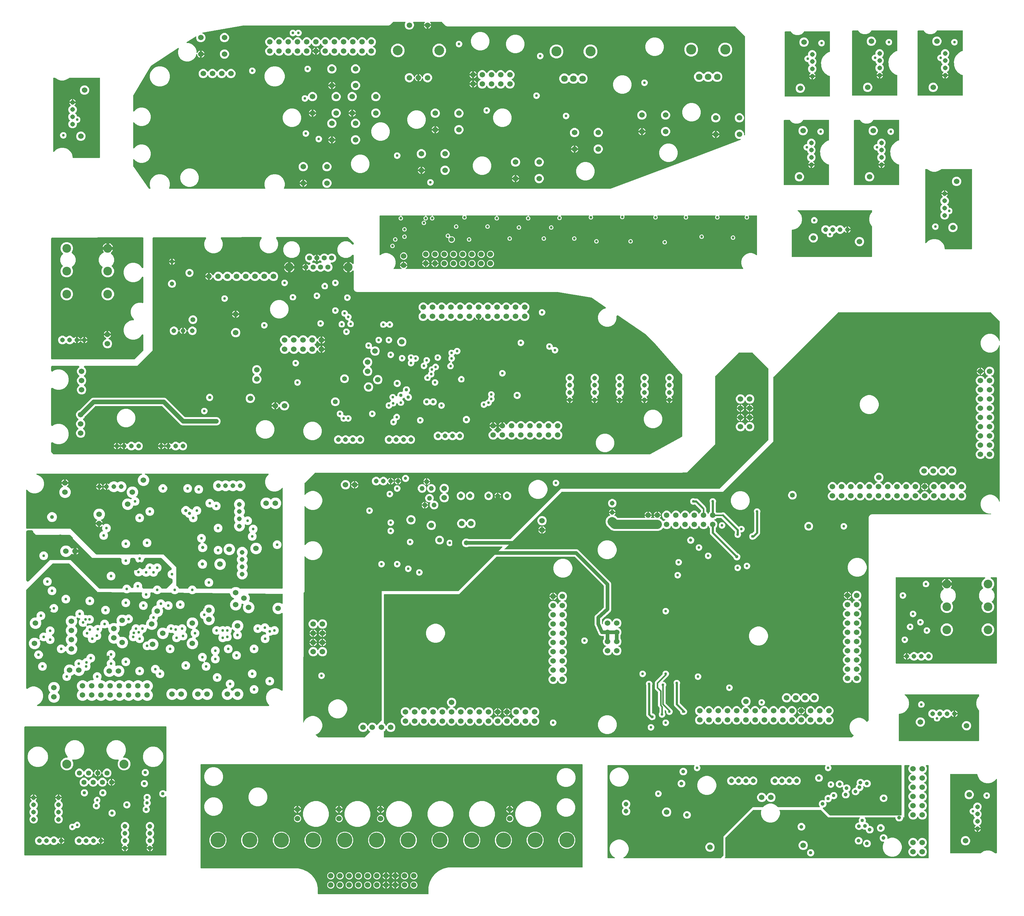
<source format=gbr>
G04 EAGLE Gerber RS-274X export*
G75*
%MOMM*%
%FSLAX34Y34*%
%LPD*%
%INEAGLE Copper Layer 2*%
%IPPOS*%
%AMOC8*
5,1,8,0,0,1.08239X$1,22.5*%
G01*
%ADD10C,1.524000*%
%ADD11C,2.781300*%
%ADD12C,1.800000*%
%ADD13C,2.400000*%
%ADD14C,1.308000*%
%ADD15C,1.320800*%
%ADD16C,1.397000*%
%ADD17C,2.476500*%
%ADD18C,1.508000*%
%ADD19C,1.408000*%
%ADD20C,2.700000*%
%ADD21C,1.208000*%
%ADD22C,0.756400*%
%ADD23C,1.270000*%
%ADD24C,0.254000*%
%ADD25C,0.956400*%
%ADD26C,1.056400*%
%ADD27C,1.350000*%
%ADD28C,4.191000*%
%ADD29C,1.016000*%
%ADD30C,0.406400*%
%ADD31C,0.609600*%
%ADD32C,0.906400*%
%ADD33C,2.540000*%
%ADD34C,0.508000*%
%ADD35C,3.048000*%

G36*
X2307297Y429400D02*
X2307297Y429400D01*
X2307388Y429408D01*
X2307418Y429420D01*
X2307450Y429425D01*
X2307530Y429468D01*
X2307614Y429504D01*
X2307646Y429530D01*
X2307667Y429541D01*
X2307689Y429564D01*
X2307745Y429609D01*
X2312857Y434721D01*
X2312926Y434817D01*
X2312997Y434913D01*
X2312998Y434917D01*
X2313001Y434920D01*
X2313036Y435033D01*
X2313072Y435147D01*
X2313072Y435152D01*
X2313073Y435156D01*
X2313070Y435274D01*
X2313068Y435393D01*
X2313067Y435397D01*
X2313067Y435401D01*
X2313026Y435514D01*
X2312986Y435625D01*
X2312984Y435628D01*
X2312982Y435632D01*
X2312908Y435725D01*
X2312835Y435819D01*
X2312831Y435822D01*
X2312829Y435824D01*
X2312817Y435832D01*
X2312700Y435918D01*
X2311924Y436366D01*
X2307076Y441214D01*
X2303649Y447151D01*
X2301874Y453772D01*
X2301874Y460628D01*
X2303649Y467249D01*
X2307076Y473186D01*
X2311924Y478034D01*
X2317861Y481461D01*
X2324482Y483236D01*
X2331338Y483236D01*
X2337959Y481461D01*
X2343896Y478034D01*
X2348744Y473186D01*
X2349192Y472410D01*
X2349266Y472320D01*
X2349341Y472226D01*
X2349345Y472223D01*
X2349348Y472220D01*
X2349447Y472157D01*
X2349548Y472093D01*
X2349552Y472092D01*
X2349556Y472089D01*
X2349672Y472062D01*
X2349787Y472032D01*
X2349791Y472033D01*
X2349795Y472032D01*
X2349914Y472042D01*
X2350032Y472052D01*
X2350036Y472053D01*
X2350040Y472054D01*
X2350151Y472102D01*
X2350258Y472148D01*
X2350262Y472151D01*
X2350265Y472152D01*
X2350276Y472162D01*
X2350389Y472253D01*
X2354231Y476095D01*
X2354284Y476169D01*
X2354344Y476238D01*
X2354356Y476268D01*
X2354375Y476294D01*
X2354402Y476381D01*
X2354436Y476466D01*
X2354440Y476507D01*
X2354447Y476530D01*
X2354446Y476562D01*
X2354454Y476633D01*
X2354454Y1035826D01*
X2356020Y1039606D01*
X2358914Y1042500D01*
X2362694Y1044066D01*
X2690747Y1044066D01*
X2690837Y1044080D01*
X2690928Y1044088D01*
X2690958Y1044100D01*
X2690990Y1044105D01*
X2691070Y1044148D01*
X2691154Y1044184D01*
X2691186Y1044210D01*
X2691207Y1044221D01*
X2691229Y1044244D01*
X2691285Y1044289D01*
X2691541Y1044545D01*
X2691583Y1044603D01*
X2691633Y1044655D01*
X2691655Y1044702D01*
X2691685Y1044744D01*
X2691706Y1044813D01*
X2691736Y1044878D01*
X2691742Y1044930D01*
X2691757Y1044980D01*
X2691755Y1045051D01*
X2691763Y1045122D01*
X2691752Y1045173D01*
X2691751Y1045225D01*
X2691726Y1045293D01*
X2691711Y1045363D01*
X2691684Y1045407D01*
X2691666Y1045456D01*
X2691622Y1045512D01*
X2691585Y1045574D01*
X2691545Y1045608D01*
X2691513Y1045648D01*
X2691452Y1045687D01*
X2691398Y1045734D01*
X2691350Y1045753D01*
X2691306Y1045781D01*
X2691236Y1045799D01*
X2691170Y1045826D01*
X2691098Y1045834D01*
X2691067Y1045842D01*
X2691044Y1045840D01*
X2691003Y1045844D01*
X2685162Y1045844D01*
X2678541Y1047619D01*
X2672604Y1051046D01*
X2667756Y1055894D01*
X2664329Y1061831D01*
X2662554Y1068452D01*
X2662554Y1075308D01*
X2664329Y1081929D01*
X2667756Y1087866D01*
X2672604Y1092714D01*
X2678541Y1096141D01*
X2685162Y1097916D01*
X2692018Y1097916D01*
X2698639Y1096141D01*
X2704576Y1092714D01*
X2709424Y1087866D01*
X2712851Y1081929D01*
X2713638Y1078995D01*
X2713648Y1078973D01*
X2713652Y1078949D01*
X2713698Y1078861D01*
X2713739Y1078771D01*
X2713755Y1078753D01*
X2713767Y1078732D01*
X2713839Y1078663D01*
X2713906Y1078591D01*
X2713927Y1078579D01*
X2713945Y1078563D01*
X2714035Y1078521D01*
X2714122Y1078473D01*
X2714146Y1078469D01*
X2714168Y1078459D01*
X2714267Y1078448D01*
X2714365Y1078431D01*
X2714389Y1078434D01*
X2714412Y1078432D01*
X2714509Y1078453D01*
X2714608Y1078468D01*
X2714629Y1078479D01*
X2714653Y1078484D01*
X2714738Y1078535D01*
X2714827Y1078581D01*
X2714843Y1078598D01*
X2714864Y1078610D01*
X2714929Y1078686D01*
X2714998Y1078757D01*
X2715008Y1078779D01*
X2715024Y1078797D01*
X2715061Y1078890D01*
X2715104Y1078979D01*
X2715107Y1079003D01*
X2715116Y1079025D01*
X2715134Y1079192D01*
X2715134Y1509000D01*
X2715130Y1509024D01*
X2715133Y1509048D01*
X2715111Y1509145D01*
X2715095Y1509243D01*
X2715083Y1509264D01*
X2715078Y1509287D01*
X2715026Y1509372D01*
X2714979Y1509460D01*
X2714962Y1509477D01*
X2714949Y1509497D01*
X2714873Y1509561D01*
X2714801Y1509629D01*
X2714779Y1509640D01*
X2714761Y1509655D01*
X2714668Y1509691D01*
X2714578Y1509733D01*
X2714554Y1509736D01*
X2714532Y1509744D01*
X2714432Y1509749D01*
X2714334Y1509760D01*
X2714310Y1509755D01*
X2714286Y1509756D01*
X2714190Y1509729D01*
X2714093Y1509708D01*
X2714073Y1509696D01*
X2714049Y1509689D01*
X2713967Y1509633D01*
X2713882Y1509582D01*
X2713866Y1509563D01*
X2713847Y1509550D01*
X2713787Y1509470D01*
X2713722Y1509395D01*
X2713713Y1509372D01*
X2713699Y1509353D01*
X2713638Y1509197D01*
X2712597Y1505315D01*
X2709170Y1499378D01*
X2704322Y1494530D01*
X2698385Y1491103D01*
X2691764Y1489328D01*
X2684908Y1489328D01*
X2678287Y1491103D01*
X2672350Y1494530D01*
X2667502Y1499378D01*
X2664075Y1505315D01*
X2662300Y1511936D01*
X2662300Y1518792D01*
X2664075Y1525413D01*
X2667502Y1531350D01*
X2672350Y1536198D01*
X2678287Y1539625D01*
X2684908Y1541400D01*
X2691764Y1541400D01*
X2698385Y1539625D01*
X2704322Y1536198D01*
X2709170Y1531350D01*
X2712597Y1525413D01*
X2713638Y1521531D01*
X2713648Y1521509D01*
X2713652Y1521485D01*
X2713698Y1521397D01*
X2713739Y1521307D01*
X2713755Y1521289D01*
X2713767Y1521268D01*
X2713839Y1521199D01*
X2713906Y1521127D01*
X2713927Y1521115D01*
X2713945Y1521099D01*
X2714035Y1521057D01*
X2714122Y1521009D01*
X2714146Y1521005D01*
X2714168Y1520995D01*
X2714267Y1520984D01*
X2714365Y1520967D01*
X2714389Y1520970D01*
X2714412Y1520968D01*
X2714509Y1520989D01*
X2714608Y1521004D01*
X2714629Y1521015D01*
X2714653Y1521020D01*
X2714738Y1521071D01*
X2714827Y1521117D01*
X2714843Y1521134D01*
X2714864Y1521146D01*
X2714929Y1521222D01*
X2714998Y1521293D01*
X2715008Y1521315D01*
X2715024Y1521333D01*
X2715061Y1521426D01*
X2715104Y1521515D01*
X2715107Y1521539D01*
X2715116Y1521561D01*
X2715134Y1521728D01*
X2715134Y1575687D01*
X2715120Y1575777D01*
X2715112Y1575868D01*
X2715100Y1575898D01*
X2715095Y1575930D01*
X2715052Y1576010D01*
X2715016Y1576094D01*
X2714990Y1576126D01*
X2714979Y1576147D01*
X2714956Y1576169D01*
X2714911Y1576225D01*
X2691285Y1599851D01*
X2691211Y1599904D01*
X2691142Y1599964D01*
X2691112Y1599976D01*
X2691086Y1599995D01*
X2690999Y1600022D01*
X2690914Y1600056D01*
X2690873Y1600060D01*
X2690850Y1600067D01*
X2690818Y1600066D01*
X2690747Y1600074D01*
X2269873Y1600074D01*
X2269783Y1600060D01*
X2269692Y1600052D01*
X2269662Y1600040D01*
X2269630Y1600035D01*
X2269550Y1599992D01*
X2269466Y1599956D01*
X2269434Y1599930D01*
X2269413Y1599919D01*
X2269391Y1599896D01*
X2269335Y1599851D01*
X2092422Y1422938D01*
X2092369Y1422864D01*
X2092309Y1422795D01*
X2092297Y1422765D01*
X2092278Y1422739D01*
X2092251Y1422652D01*
X2092217Y1422567D01*
X2092213Y1422526D01*
X2092206Y1422503D01*
X2092207Y1422471D01*
X2092199Y1422400D01*
X2092199Y1244915D01*
X1952945Y1105661D01*
X1508760Y1105661D01*
X1508670Y1105647D01*
X1508579Y1105639D01*
X1508549Y1105627D01*
X1508517Y1105622D01*
X1508437Y1105579D01*
X1508353Y1105543D01*
X1508321Y1105517D01*
X1508300Y1105506D01*
X1508278Y1105483D01*
X1508222Y1105438D01*
X1351504Y948720D01*
X1351462Y948662D01*
X1351412Y948610D01*
X1351390Y948563D01*
X1351360Y948521D01*
X1351339Y948452D01*
X1351309Y948387D01*
X1351303Y948335D01*
X1351288Y948285D01*
X1351290Y948214D01*
X1351282Y948143D01*
X1351293Y948092D01*
X1351294Y948040D01*
X1351319Y947972D01*
X1351334Y947902D01*
X1351361Y947858D01*
X1351379Y947809D01*
X1351423Y947753D01*
X1351460Y947691D01*
X1351500Y947657D01*
X1351532Y947617D01*
X1351593Y947578D01*
X1351647Y947531D01*
X1351695Y947512D01*
X1351739Y947484D01*
X1351809Y947466D01*
X1351875Y947439D01*
X1351947Y947431D01*
X1351978Y947423D01*
X1352001Y947425D01*
X1352042Y947421D01*
X1551421Y947421D01*
X1555156Y945874D01*
X1644374Y856656D01*
X1645921Y852921D01*
X1645921Y784195D01*
X1645928Y784150D01*
X1645926Y784105D01*
X1645958Y783971D01*
X1645960Y783953D01*
X1645963Y783949D01*
X1645964Y783942D01*
X1646013Y783804D01*
X1645922Y782073D01*
X1645923Y782057D01*
X1645921Y782033D01*
X1645921Y780299D01*
X1645865Y780164D01*
X1645855Y780120D01*
X1645835Y780079D01*
X1645813Y779943D01*
X1645809Y779925D01*
X1645809Y779920D01*
X1645808Y779913D01*
X1645800Y779768D01*
X1645054Y778203D01*
X1645049Y778188D01*
X1645037Y778166D01*
X1644374Y776564D01*
X1644271Y776461D01*
X1644244Y776424D01*
X1644211Y776393D01*
X1644138Y776277D01*
X1644127Y776262D01*
X1644126Y776257D01*
X1644122Y776251D01*
X1644059Y776120D01*
X1642771Y774960D01*
X1642761Y774948D01*
X1642742Y774932D01*
X1641516Y773706D01*
X1641381Y773650D01*
X1641342Y773626D01*
X1641299Y773611D01*
X1641187Y773530D01*
X1641172Y773521D01*
X1641169Y773517D01*
X1641163Y773513D01*
X1620773Y755162D01*
X1620703Y755075D01*
X1620631Y754991D01*
X1620627Y754979D01*
X1620619Y754970D01*
X1620581Y754866D01*
X1620539Y754762D01*
X1620538Y754748D01*
X1620534Y754739D01*
X1620534Y754711D01*
X1620521Y754596D01*
X1620521Y743998D01*
X1620533Y743924D01*
X1620536Y743848D01*
X1620555Y743786D01*
X1620560Y743755D01*
X1620572Y743733D01*
X1620586Y743689D01*
X1621602Y741403D01*
X1621651Y741329D01*
X1621692Y741252D01*
X1621718Y741227D01*
X1621737Y741197D01*
X1621806Y741143D01*
X1621870Y741082D01*
X1621902Y741067D01*
X1621931Y741045D01*
X1622013Y741015D01*
X1622093Y740979D01*
X1622129Y740975D01*
X1622162Y740963D01*
X1622250Y740961D01*
X1622337Y740951D01*
X1622373Y740959D01*
X1622408Y740958D01*
X1622492Y740985D01*
X1622578Y741004D01*
X1622609Y741022D01*
X1622643Y741033D01*
X1622714Y741085D01*
X1622789Y741130D01*
X1622812Y741157D01*
X1622841Y741178D01*
X1622892Y741250D01*
X1622949Y741317D01*
X1622962Y741350D01*
X1622983Y741379D01*
X1623008Y741463D01*
X1623041Y741545D01*
X1623046Y741591D01*
X1623053Y741615D01*
X1623052Y741646D01*
X1623059Y741712D01*
X1623059Y746746D01*
X1624993Y751414D01*
X1628566Y754987D01*
X1633234Y756921D01*
X1638286Y756921D01*
X1642954Y754987D01*
X1646527Y751414D01*
X1647757Y748446D01*
X1647795Y748385D01*
X1647824Y748320D01*
X1647859Y748281D01*
X1647886Y748237D01*
X1647942Y748191D01*
X1647990Y748138D01*
X1648036Y748113D01*
X1648076Y748080D01*
X1648143Y748054D01*
X1648206Y748020D01*
X1648257Y748011D01*
X1648305Y747992D01*
X1648377Y747989D01*
X1648448Y747976D01*
X1648499Y747984D01*
X1648551Y747982D01*
X1648620Y748002D01*
X1648691Y748012D01*
X1648737Y748036D01*
X1648787Y748050D01*
X1648846Y748091D01*
X1648910Y748123D01*
X1648947Y748161D01*
X1648989Y748190D01*
X1649032Y748248D01*
X1649082Y748299D01*
X1649117Y748362D01*
X1649136Y748388D01*
X1649143Y748410D01*
X1649163Y748446D01*
X1650393Y751414D01*
X1653966Y754987D01*
X1658634Y756921D01*
X1663686Y756921D01*
X1668354Y754987D01*
X1671927Y751414D01*
X1673861Y746746D01*
X1673861Y741694D01*
X1671927Y737026D01*
X1668354Y733453D01*
X1665386Y732223D01*
X1665325Y732185D01*
X1665260Y732156D01*
X1665221Y732121D01*
X1665177Y732094D01*
X1665131Y732038D01*
X1665078Y731990D01*
X1665053Y731944D01*
X1665020Y731904D01*
X1664994Y731837D01*
X1664960Y731774D01*
X1664951Y731723D01*
X1664932Y731675D01*
X1664929Y731603D01*
X1664916Y731532D01*
X1664924Y731481D01*
X1664922Y731429D01*
X1664942Y731360D01*
X1664952Y731289D01*
X1664976Y731243D01*
X1664990Y731193D01*
X1665031Y731134D01*
X1665063Y731070D01*
X1665101Y731033D01*
X1665130Y730991D01*
X1665188Y730948D01*
X1665239Y730898D01*
X1665302Y730863D01*
X1665328Y730844D01*
X1665350Y730837D01*
X1665386Y730817D01*
X1668354Y729587D01*
X1671927Y726014D01*
X1673861Y721346D01*
X1673861Y716294D01*
X1671927Y711626D01*
X1671544Y711242D01*
X1671491Y711168D01*
X1671431Y711099D01*
X1671419Y711069D01*
X1671400Y711042D01*
X1671373Y710955D01*
X1671339Y710871D01*
X1671335Y710830D01*
X1671328Y710807D01*
X1671329Y710775D01*
X1671321Y710704D01*
X1671321Y701536D01*
X1671335Y701446D01*
X1671343Y701355D01*
X1671355Y701325D01*
X1671360Y701293D01*
X1671403Y701213D01*
X1671439Y701129D01*
X1671465Y701097D01*
X1671476Y701076D01*
X1671499Y701054D01*
X1671544Y700998D01*
X1671927Y700614D01*
X1673861Y695946D01*
X1673861Y690894D01*
X1671927Y686226D01*
X1668354Y682653D01*
X1665386Y681423D01*
X1665325Y681385D01*
X1665260Y681356D01*
X1665221Y681321D01*
X1665177Y681294D01*
X1665131Y681238D01*
X1665078Y681190D01*
X1665053Y681144D01*
X1665020Y681104D01*
X1664994Y681037D01*
X1664960Y680974D01*
X1664951Y680923D01*
X1664932Y680875D01*
X1664929Y680803D01*
X1664916Y680732D01*
X1664924Y680681D01*
X1664922Y680629D01*
X1664942Y680560D01*
X1664952Y680489D01*
X1664976Y680443D01*
X1664990Y680393D01*
X1665031Y680334D01*
X1665063Y680270D01*
X1665101Y680233D01*
X1665130Y680191D01*
X1665188Y680148D01*
X1665239Y680098D01*
X1665302Y680063D01*
X1665328Y680044D01*
X1665350Y680037D01*
X1665386Y680017D01*
X1668354Y678787D01*
X1671927Y675214D01*
X1673861Y670546D01*
X1673861Y665494D01*
X1671927Y660826D01*
X1668354Y657253D01*
X1663686Y655319D01*
X1658634Y655319D01*
X1653966Y657253D01*
X1650393Y660826D01*
X1649163Y663794D01*
X1649126Y663855D01*
X1649096Y663920D01*
X1649061Y663959D01*
X1649034Y664003D01*
X1648979Y664049D01*
X1648930Y664102D01*
X1648884Y664127D01*
X1648844Y664160D01*
X1648777Y664186D01*
X1648714Y664220D01*
X1648663Y664229D01*
X1648615Y664248D01*
X1648543Y664251D01*
X1648472Y664264D01*
X1648421Y664256D01*
X1648369Y664258D01*
X1648300Y664238D01*
X1648229Y664228D01*
X1648183Y664204D01*
X1648133Y664190D01*
X1648074Y664149D01*
X1648010Y664117D01*
X1647973Y664079D01*
X1647931Y664050D01*
X1647888Y663992D01*
X1647838Y663941D01*
X1647803Y663878D01*
X1647784Y663852D01*
X1647777Y663830D01*
X1647757Y663794D01*
X1646527Y660826D01*
X1642954Y657253D01*
X1638286Y655319D01*
X1633234Y655319D01*
X1628566Y657253D01*
X1624993Y660826D01*
X1623059Y665494D01*
X1623059Y670546D01*
X1624993Y675214D01*
X1628566Y678787D01*
X1631534Y680017D01*
X1631595Y680054D01*
X1631660Y680084D01*
X1631699Y680119D01*
X1631743Y680146D01*
X1631789Y680201D01*
X1631842Y680250D01*
X1631867Y680296D01*
X1631900Y680336D01*
X1631926Y680403D01*
X1631960Y680466D01*
X1631969Y680517D01*
X1631988Y680565D01*
X1631991Y680637D01*
X1632004Y680708D01*
X1631996Y680759D01*
X1631998Y680811D01*
X1631978Y680880D01*
X1631968Y680951D01*
X1631944Y680997D01*
X1631930Y681047D01*
X1631889Y681106D01*
X1631857Y681170D01*
X1631819Y681207D01*
X1631790Y681249D01*
X1631732Y681292D01*
X1631681Y681342D01*
X1631618Y681377D01*
X1631592Y681396D01*
X1631570Y681403D01*
X1631534Y681423D01*
X1628566Y682653D01*
X1624993Y686226D01*
X1623059Y690894D01*
X1623059Y695946D01*
X1624993Y700614D01*
X1625376Y700998D01*
X1625430Y701072D01*
X1625489Y701141D01*
X1625501Y701171D01*
X1625520Y701198D01*
X1625547Y701285D01*
X1625581Y701369D01*
X1625585Y701410D01*
X1625592Y701433D01*
X1625591Y701465D01*
X1625599Y701536D01*
X1625599Y707898D01*
X1625596Y707918D01*
X1625598Y707937D01*
X1625576Y708039D01*
X1625560Y708141D01*
X1625550Y708158D01*
X1625546Y708178D01*
X1625493Y708267D01*
X1625444Y708358D01*
X1625430Y708372D01*
X1625420Y708389D01*
X1625341Y708456D01*
X1625266Y708528D01*
X1625248Y708536D01*
X1625233Y708549D01*
X1625137Y708588D01*
X1625043Y708631D01*
X1625023Y708633D01*
X1625005Y708641D01*
X1624838Y708659D01*
X1620659Y708659D01*
X1620652Y708658D01*
X1620640Y708659D01*
X1618754Y708611D01*
X1618711Y708620D01*
X1618659Y708641D01*
X1618554Y708652D01*
X1618524Y708659D01*
X1618512Y708657D01*
X1618501Y708658D01*
X1616761Y709379D01*
X1616753Y709381D01*
X1616743Y709386D01*
X1614982Y710064D01*
X1614945Y710089D01*
X1614905Y710128D01*
X1614813Y710178D01*
X1614788Y710196D01*
X1614776Y710199D01*
X1614766Y710204D01*
X1613434Y711537D01*
X1613428Y711541D01*
X1613420Y711550D01*
X1612052Y712850D01*
X1612028Y712887D01*
X1612006Y712938D01*
X1611941Y713020D01*
X1611924Y713046D01*
X1611914Y713054D01*
X1611907Y713062D01*
X1611186Y714803D01*
X1611182Y714809D01*
X1611178Y714821D01*
X1601899Y735700D01*
X1601868Y735747D01*
X1601846Y735798D01*
X1601781Y735880D01*
X1601764Y735906D01*
X1601754Y735914D01*
X1601747Y735922D01*
X1601026Y737663D01*
X1601022Y737669D01*
X1601019Y737680D01*
X1600252Y739405D01*
X1600244Y739448D01*
X1600243Y739504D01*
X1600214Y739605D01*
X1600208Y739635D01*
X1600202Y739646D01*
X1600199Y739656D01*
X1600199Y741541D01*
X1600198Y741548D01*
X1600199Y741560D01*
X1600151Y743446D01*
X1600160Y743489D01*
X1600181Y743541D01*
X1600192Y743646D01*
X1600199Y743676D01*
X1600197Y743688D01*
X1600199Y743708D01*
X1600199Y757585D01*
X1600192Y757630D01*
X1600194Y757675D01*
X1600162Y757809D01*
X1600160Y757827D01*
X1600157Y757831D01*
X1600156Y757838D01*
X1600107Y757976D01*
X1600198Y759707D01*
X1600197Y759723D01*
X1600199Y759747D01*
X1600199Y761481D01*
X1600255Y761616D01*
X1600265Y761660D01*
X1600285Y761701D01*
X1600307Y761837D01*
X1600311Y761855D01*
X1600311Y761860D01*
X1600312Y761867D01*
X1600320Y762012D01*
X1601066Y763577D01*
X1601071Y763592D01*
X1601083Y763614D01*
X1601746Y765216D01*
X1601849Y765319D01*
X1601876Y765356D01*
X1601909Y765387D01*
X1601928Y765416D01*
X1601941Y765430D01*
X1601954Y765459D01*
X1601982Y765503D01*
X1601993Y765518D01*
X1601994Y765523D01*
X1601998Y765529D01*
X1602061Y765660D01*
X1603349Y766820D01*
X1603359Y766832D01*
X1603378Y766848D01*
X1604604Y768074D01*
X1604739Y768130D01*
X1604778Y768154D01*
X1604821Y768169D01*
X1604933Y768250D01*
X1604948Y768259D01*
X1604951Y768263D01*
X1604957Y768267D01*
X1625347Y786618D01*
X1625414Y786702D01*
X1625455Y786745D01*
X1625460Y786756D01*
X1625489Y786789D01*
X1625493Y786801D01*
X1625501Y786810D01*
X1625539Y786914D01*
X1625581Y787018D01*
X1625582Y787032D01*
X1625586Y787041D01*
X1625586Y787069D01*
X1625599Y787184D01*
X1625599Y846376D01*
X1625585Y846466D01*
X1625577Y846557D01*
X1625565Y846587D01*
X1625560Y846619D01*
X1625517Y846699D01*
X1625481Y846783D01*
X1625455Y846815D01*
X1625444Y846836D01*
X1625421Y846858D01*
X1625376Y846914D01*
X1545414Y926876D01*
X1545340Y926929D01*
X1545271Y926989D01*
X1545241Y927001D01*
X1545214Y927020D01*
X1545128Y927047D01*
X1545043Y927081D01*
X1545002Y927085D01*
X1544979Y927092D01*
X1544947Y927091D01*
X1544876Y927099D01*
X1330198Y927099D01*
X1330108Y927085D01*
X1330017Y927077D01*
X1329987Y927065D01*
X1329955Y927060D01*
X1329875Y927017D01*
X1329791Y926981D01*
X1329759Y926955D01*
X1329738Y926944D01*
X1329716Y926921D01*
X1329660Y926876D01*
X1226505Y823721D01*
X1021080Y823721D01*
X1021060Y823718D01*
X1021041Y823720D01*
X1020939Y823698D01*
X1020837Y823682D01*
X1020820Y823672D01*
X1020800Y823668D01*
X1020711Y823615D01*
X1020620Y823566D01*
X1020606Y823552D01*
X1020589Y823542D01*
X1020522Y823463D01*
X1020451Y823388D01*
X1020442Y823370D01*
X1020429Y823355D01*
X1020390Y823258D01*
X1020347Y823165D01*
X1020345Y823145D01*
X1020337Y823127D01*
X1020319Y822960D01*
X1020319Y468615D01*
X1020338Y468500D01*
X1020345Y468453D01*
X1020346Y468432D01*
X1020348Y468426D01*
X1020355Y468383D01*
X1020358Y468378D01*
X1020359Y468372D01*
X1020413Y468269D01*
X1020427Y468242D01*
X1020443Y468205D01*
X1020451Y468195D01*
X1020466Y468164D01*
X1020471Y468160D01*
X1020474Y468155D01*
X1020513Y468118D01*
X1020547Y468074D01*
X1024227Y464394D01*
X1025457Y461426D01*
X1025494Y461365D01*
X1025524Y461300D01*
X1025559Y461261D01*
X1025586Y461217D01*
X1025641Y461171D01*
X1025690Y461118D01*
X1025736Y461093D01*
X1025776Y461060D01*
X1025843Y461034D01*
X1025906Y461000D01*
X1025957Y460991D01*
X1026005Y460972D01*
X1026077Y460969D01*
X1026148Y460956D01*
X1026199Y460964D01*
X1026251Y460962D01*
X1026320Y460982D01*
X1026391Y460992D01*
X1026437Y461016D01*
X1026487Y461030D01*
X1026546Y461071D01*
X1026610Y461103D01*
X1026647Y461141D01*
X1026689Y461170D01*
X1026732Y461228D01*
X1026782Y461279D01*
X1026817Y461342D01*
X1026836Y461368D01*
X1026843Y461390D01*
X1026863Y461426D01*
X1028093Y464394D01*
X1031666Y467967D01*
X1036334Y469901D01*
X1041386Y469901D01*
X1046054Y467967D01*
X1049627Y464394D01*
X1051561Y459726D01*
X1051561Y454674D01*
X1049627Y450006D01*
X1046054Y446433D01*
X1041386Y444499D01*
X1036334Y444499D01*
X1031666Y446433D01*
X1028093Y450006D01*
X1026863Y452974D01*
X1026825Y453035D01*
X1026796Y453100D01*
X1026761Y453139D01*
X1026734Y453183D01*
X1026678Y453229D01*
X1026630Y453282D01*
X1026584Y453307D01*
X1026544Y453340D01*
X1026477Y453366D01*
X1026414Y453400D01*
X1026363Y453409D01*
X1026315Y453428D01*
X1026243Y453431D01*
X1026172Y453444D01*
X1026121Y453436D01*
X1026069Y453438D01*
X1026000Y453418D01*
X1025929Y453408D01*
X1025883Y453384D01*
X1025833Y453370D01*
X1025774Y453329D01*
X1025710Y453297D01*
X1025673Y453259D01*
X1025631Y453230D01*
X1025588Y453172D01*
X1025538Y453121D01*
X1025503Y453058D01*
X1025484Y453032D01*
X1025477Y453010D01*
X1025457Y452974D01*
X1024227Y450006D01*
X1020582Y446360D01*
X1020580Y446359D01*
X1020577Y446355D01*
X1020547Y446326D01*
X1020515Y446280D01*
X1020506Y446270D01*
X1020429Y446180D01*
X1020427Y446174D01*
X1020423Y446170D01*
X1020409Y446133D01*
X1020404Y446126D01*
X1020394Y446094D01*
X1020381Y446062D01*
X1020337Y445952D01*
X1020336Y445945D01*
X1020335Y445940D01*
X1020334Y445922D01*
X1020319Y445785D01*
X1020319Y430147D01*
X1020322Y430127D01*
X1020320Y430108D01*
X1020342Y430006D01*
X1020359Y429904D01*
X1020368Y429887D01*
X1020372Y429867D01*
X1020425Y429778D01*
X1020474Y429687D01*
X1020488Y429673D01*
X1020498Y429656D01*
X1020577Y429589D01*
X1020652Y429517D01*
X1020670Y429509D01*
X1020685Y429496D01*
X1020781Y429457D01*
X1020875Y429414D01*
X1020895Y429412D01*
X1020913Y429404D01*
X1021080Y429386D01*
X2307207Y429386D01*
X2307297Y429400D01*
G37*
G36*
X1750775Y1209043D02*
X1750775Y1209043D01*
X1750804Y1209041D01*
X1750999Y1209063D01*
X1751195Y1209081D01*
X1751223Y1209088D01*
X1751252Y1209092D01*
X1751440Y1209148D01*
X1751629Y1209199D01*
X1751656Y1209212D01*
X1751683Y1209220D01*
X1751966Y1209353D01*
X1840055Y1257592D01*
X1840117Y1257633D01*
X1840184Y1257667D01*
X1840303Y1257758D01*
X1840429Y1257842D01*
X1840483Y1257894D01*
X1840542Y1257939D01*
X1840644Y1258050D01*
X1840753Y1258155D01*
X1840796Y1258214D01*
X1840805Y1258223D01*
X1840807Y1258226D01*
X1840848Y1258270D01*
X1840929Y1258398D01*
X1841017Y1258520D01*
X1841046Y1258580D01*
X1841057Y1258596D01*
X1841061Y1258605D01*
X1841089Y1258650D01*
X1841147Y1258790D01*
X1841212Y1258925D01*
X1841228Y1258983D01*
X1841239Y1259008D01*
X1841243Y1259025D01*
X1841260Y1259067D01*
X1841292Y1259214D01*
X1841332Y1259359D01*
X1841337Y1259411D01*
X1841346Y1259445D01*
X1841347Y1259470D01*
X1841355Y1259507D01*
X1841372Y1259787D01*
X1841374Y1259808D01*
X1841374Y1259812D01*
X1841374Y1259819D01*
X1841374Y1427694D01*
X1841366Y1427782D01*
X1841368Y1427870D01*
X1841347Y1428006D01*
X1841334Y1428143D01*
X1841311Y1428228D01*
X1841297Y1428315D01*
X1841252Y1428445D01*
X1841216Y1428577D01*
X1841178Y1428657D01*
X1841149Y1428740D01*
X1841081Y1428860D01*
X1841022Y1428984D01*
X1840971Y1429055D01*
X1840928Y1429132D01*
X1840789Y1429310D01*
X1840760Y1429350D01*
X1840749Y1429361D01*
X1840735Y1429379D01*
X1762184Y1518001D01*
X1762145Y1518037D01*
X1762079Y1518112D01*
X1739424Y1540767D01*
X1739359Y1540821D01*
X1739301Y1540882D01*
X1739113Y1541027D01*
X1739079Y1541055D01*
X1739068Y1541062D01*
X1739053Y1541073D01*
X1664416Y1591634D01*
X1664411Y1591637D01*
X1664258Y1591722D01*
X1664218Y1591749D01*
X1664176Y1591768D01*
X1664022Y1591854D01*
X1664020Y1591854D01*
X1664017Y1591856D01*
X1663841Y1591916D01*
X1663807Y1591931D01*
X1663772Y1591940D01*
X1663597Y1592000D01*
X1663594Y1592001D01*
X1663591Y1592001D01*
X1663398Y1592031D01*
X1663369Y1592038D01*
X1663341Y1592040D01*
X1663152Y1592069D01*
X1663149Y1592069D01*
X1663146Y1592069D01*
X1662944Y1592064D01*
X1662920Y1592066D01*
X1662896Y1592063D01*
X1662702Y1592058D01*
X1662699Y1592058D01*
X1662696Y1592058D01*
X1662495Y1592016D01*
X1662472Y1592014D01*
X1662452Y1592007D01*
X1662260Y1591968D01*
X1662258Y1591967D01*
X1662255Y1591967D01*
X1662063Y1591890D01*
X1662041Y1591883D01*
X1662022Y1591874D01*
X1661842Y1591802D01*
X1661840Y1591800D01*
X1661837Y1591799D01*
X1661664Y1591691D01*
X1661640Y1591679D01*
X1661621Y1591664D01*
X1661460Y1591564D01*
X1661458Y1591562D01*
X1661455Y1591560D01*
X1661307Y1591426D01*
X1661281Y1591407D01*
X1661261Y1591385D01*
X1661125Y1591262D01*
X1661124Y1591260D01*
X1661121Y1591258D01*
X1661004Y1591106D01*
X1660976Y1591076D01*
X1660956Y1591043D01*
X1660850Y1590907D01*
X1660848Y1590904D01*
X1660846Y1590902D01*
X1660763Y1590740D01*
X1660734Y1590696D01*
X1660716Y1590651D01*
X1660641Y1590508D01*
X1660640Y1590505D01*
X1660639Y1590502D01*
X1660588Y1590340D01*
X1660563Y1590279D01*
X1660551Y1590219D01*
X1660506Y1590078D01*
X1660506Y1590075D01*
X1660505Y1590072D01*
X1660486Y1589917D01*
X1660469Y1589839D01*
X1660462Y1589733D01*
X1660449Y1589631D01*
X1660449Y1589628D01*
X1660449Y1589625D01*
X1660452Y1589568D01*
X1660450Y1589527D01*
X1660450Y1582505D01*
X1658719Y1576045D01*
X1655374Y1570253D01*
X1650645Y1565523D01*
X1644853Y1562179D01*
X1638393Y1560448D01*
X1631705Y1560448D01*
X1625245Y1562179D01*
X1619452Y1565523D01*
X1614723Y1570253D01*
X1611379Y1576045D01*
X1609648Y1582505D01*
X1609648Y1589193D01*
X1611379Y1595653D01*
X1614723Y1601445D01*
X1619452Y1606175D01*
X1625245Y1609519D01*
X1629027Y1610532D01*
X1629064Y1610546D01*
X1629102Y1610554D01*
X1629275Y1610623D01*
X1629450Y1610687D01*
X1629484Y1610707D01*
X1629520Y1610721D01*
X1629678Y1610820D01*
X1629839Y1610914D01*
X1629869Y1610939D01*
X1629902Y1610960D01*
X1630040Y1611085D01*
X1630182Y1611206D01*
X1630207Y1611236D01*
X1630235Y1611262D01*
X1630349Y1611410D01*
X1630468Y1611554D01*
X1630487Y1611588D01*
X1630510Y1611619D01*
X1630596Y1611784D01*
X1630687Y1611947D01*
X1630700Y1611984D01*
X1630718Y1612018D01*
X1630773Y1612196D01*
X1630834Y1612372D01*
X1630840Y1612411D01*
X1630852Y1612448D01*
X1630875Y1612633D01*
X1630904Y1612817D01*
X1630903Y1612856D01*
X1630908Y1612895D01*
X1630898Y1613081D01*
X1630894Y1613267D01*
X1630886Y1613306D01*
X1630884Y1613344D01*
X1630841Y1613526D01*
X1630804Y1613709D01*
X1630790Y1613745D01*
X1630781Y1613783D01*
X1630707Y1613954D01*
X1630638Y1614127D01*
X1630617Y1614160D01*
X1630602Y1614196D01*
X1630499Y1614351D01*
X1630401Y1614510D01*
X1630375Y1614539D01*
X1630353Y1614571D01*
X1630224Y1614706D01*
X1630099Y1614845D01*
X1630069Y1614868D01*
X1630042Y1614897D01*
X1629794Y1615087D01*
X1591719Y1640880D01*
X1591566Y1640965D01*
X1591416Y1641056D01*
X1591369Y1641074D01*
X1591325Y1641099D01*
X1591160Y1641155D01*
X1590996Y1641219D01*
X1590935Y1641232D01*
X1590899Y1641244D01*
X1590837Y1641254D01*
X1590691Y1641286D01*
X1497990Y1655923D01*
X1497961Y1655925D01*
X1497940Y1655930D01*
X1497928Y1655930D01*
X1497906Y1655935D01*
X1497594Y1655954D01*
X945374Y1655954D01*
X941594Y1657520D01*
X938700Y1660414D01*
X937134Y1664194D01*
X937134Y1712970D01*
X937123Y1713100D01*
X937121Y1713230D01*
X937103Y1713323D01*
X937094Y1713419D01*
X937060Y1713544D01*
X937035Y1713672D01*
X937001Y1713761D01*
X936976Y1713853D01*
X936920Y1713970D01*
X936873Y1714092D01*
X936823Y1714174D01*
X936782Y1714260D01*
X936707Y1714365D01*
X936639Y1714477D01*
X936576Y1714548D01*
X936520Y1714626D01*
X936427Y1714717D01*
X936341Y1714814D01*
X936266Y1714873D01*
X936198Y1714940D01*
X936090Y1715013D01*
X935988Y1715093D01*
X935904Y1715139D01*
X935825Y1715192D01*
X935706Y1715245D01*
X935591Y1715306D01*
X935500Y1715336D01*
X935413Y1715374D01*
X935286Y1715405D01*
X935163Y1715445D01*
X935068Y1715458D01*
X934975Y1715481D01*
X934846Y1715489D01*
X934717Y1715507D01*
X934621Y1715503D01*
X934526Y1715509D01*
X934397Y1715494D01*
X934267Y1715488D01*
X934174Y1715468D01*
X934079Y1715456D01*
X933954Y1715419D01*
X933827Y1715391D01*
X933739Y1715354D01*
X933648Y1715326D01*
X933532Y1715267D01*
X933412Y1715217D01*
X933332Y1715165D01*
X933246Y1715122D01*
X933143Y1715043D01*
X933034Y1714973D01*
X932936Y1714887D01*
X932888Y1714850D01*
X932857Y1714817D01*
X932799Y1714766D01*
X931598Y1713564D01*
X930086Y1712404D01*
X928435Y1711451D01*
X926674Y1710721D01*
X925989Y1710538D01*
X925989Y1723060D01*
X925986Y1723094D01*
X925988Y1723129D01*
X925966Y1723318D01*
X925949Y1723508D01*
X925940Y1723542D01*
X925936Y1723576D01*
X925881Y1723759D01*
X925831Y1723943D01*
X925816Y1723974D01*
X925806Y1724007D01*
X925719Y1724178D01*
X925637Y1724349D01*
X925617Y1724377D01*
X925602Y1724408D01*
X925518Y1724519D01*
X925565Y1724593D01*
X925672Y1724751D01*
X925686Y1724782D01*
X925704Y1724812D01*
X925777Y1724988D01*
X925854Y1725162D01*
X925862Y1725196D01*
X925875Y1725228D01*
X925915Y1725415D01*
X925961Y1725600D01*
X925963Y1725634D01*
X925970Y1725668D01*
X925989Y1725980D01*
X925989Y1738502D01*
X926674Y1738319D01*
X928435Y1737589D01*
X930086Y1736636D01*
X931598Y1735476D01*
X932799Y1734274D01*
X932899Y1734191D01*
X932992Y1734100D01*
X933072Y1734047D01*
X933145Y1733985D01*
X933258Y1733921D01*
X933365Y1733848D01*
X933453Y1733809D01*
X933536Y1733762D01*
X933658Y1733718D01*
X933777Y1733666D01*
X933870Y1733643D01*
X933960Y1733611D01*
X934088Y1733590D01*
X934215Y1733559D01*
X934310Y1733553D01*
X934404Y1733538D01*
X934534Y1733539D01*
X934664Y1733531D01*
X934759Y1733542D01*
X934855Y1733544D01*
X934982Y1733568D01*
X935111Y1733584D01*
X935203Y1733611D01*
X935297Y1733629D01*
X935418Y1733676D01*
X935542Y1733714D01*
X935628Y1733757D01*
X935717Y1733792D01*
X935828Y1733859D01*
X935944Y1733918D01*
X936020Y1733976D01*
X936101Y1734026D01*
X936199Y1734112D01*
X936302Y1734190D01*
X936367Y1734260D01*
X936439Y1734324D01*
X936519Y1734426D01*
X936608Y1734521D01*
X936659Y1734602D01*
X936718Y1734677D01*
X936780Y1734791D01*
X936849Y1734901D01*
X936886Y1734989D01*
X936931Y1735074D01*
X936971Y1735197D01*
X937020Y1735318D01*
X937040Y1735411D01*
X937070Y1735502D01*
X937088Y1735631D01*
X937115Y1735758D01*
X937123Y1735888D01*
X937131Y1735948D01*
X937130Y1735993D01*
X937134Y1736070D01*
X937134Y1756383D01*
X937123Y1756513D01*
X937121Y1756643D01*
X937103Y1756736D01*
X937094Y1756832D01*
X937060Y1756957D01*
X937035Y1757085D01*
X937001Y1757174D01*
X936976Y1757266D01*
X936920Y1757383D01*
X936873Y1757505D01*
X936823Y1757587D01*
X936782Y1757673D01*
X936707Y1757778D01*
X936639Y1757890D01*
X936576Y1757961D01*
X936520Y1758039D01*
X936427Y1758130D01*
X936341Y1758227D01*
X936266Y1758286D01*
X936198Y1758353D01*
X936090Y1758426D01*
X935988Y1758506D01*
X935904Y1758551D01*
X935825Y1758605D01*
X935706Y1758658D01*
X935591Y1758719D01*
X935500Y1758749D01*
X935413Y1758787D01*
X935286Y1758818D01*
X935163Y1758858D01*
X935068Y1758871D01*
X934975Y1758894D01*
X934846Y1758902D01*
X934717Y1758920D01*
X934621Y1758916D01*
X934526Y1758922D01*
X934397Y1758907D01*
X934267Y1758901D01*
X934174Y1758881D01*
X934079Y1758870D01*
X933954Y1758832D01*
X933827Y1758804D01*
X933739Y1758767D01*
X933648Y1758739D01*
X933532Y1758680D01*
X933412Y1758630D01*
X933332Y1758578D01*
X933246Y1758535D01*
X933143Y1758456D01*
X933034Y1758386D01*
X932936Y1758300D01*
X932888Y1758263D01*
X932857Y1758230D01*
X932799Y1758179D01*
X928118Y1753497D01*
X919697Y1750009D01*
X910583Y1750009D01*
X902162Y1753497D01*
X895717Y1759942D01*
X892229Y1768363D01*
X892229Y1777477D01*
X895717Y1785898D01*
X902162Y1792343D01*
X910583Y1795831D01*
X919697Y1795831D01*
X928118Y1792343D01*
X932799Y1787661D01*
X932899Y1787578D01*
X932992Y1787487D01*
X933072Y1787433D01*
X933145Y1787372D01*
X933258Y1787308D01*
X933365Y1787235D01*
X933453Y1787196D01*
X933536Y1787149D01*
X933658Y1787105D01*
X933777Y1787053D01*
X933870Y1787030D01*
X933960Y1786998D01*
X934088Y1786977D01*
X934215Y1786946D01*
X934310Y1786940D01*
X934404Y1786925D01*
X934534Y1786926D01*
X934664Y1786918D01*
X934759Y1786929D01*
X934855Y1786931D01*
X934982Y1786955D01*
X935111Y1786970D01*
X935203Y1786998D01*
X935297Y1787016D01*
X935418Y1787063D01*
X935542Y1787101D01*
X935627Y1787144D01*
X935717Y1787179D01*
X935828Y1787246D01*
X935944Y1787305D01*
X936020Y1787363D01*
X936101Y1787412D01*
X936199Y1787499D01*
X936302Y1787577D01*
X936367Y1787647D01*
X936439Y1787711D01*
X936519Y1787813D01*
X936608Y1787908D01*
X936659Y1787989D01*
X936718Y1788064D01*
X936779Y1788178D01*
X936849Y1788288D01*
X936886Y1788376D01*
X936931Y1788461D01*
X936971Y1788584D01*
X937020Y1788705D01*
X937040Y1788798D01*
X937070Y1788889D01*
X937088Y1789018D01*
X937115Y1789145D01*
X937123Y1789274D01*
X937131Y1789335D01*
X937130Y1789380D01*
X937134Y1789457D01*
X937134Y1790468D01*
X937120Y1790631D01*
X937113Y1790796D01*
X937100Y1790855D01*
X937094Y1790916D01*
X937051Y1791075D01*
X937015Y1791235D01*
X936992Y1791292D01*
X936976Y1791351D01*
X936905Y1791499D01*
X936842Y1791651D01*
X936809Y1791702D01*
X936782Y1791757D01*
X936687Y1791891D01*
X936597Y1792029D01*
X936546Y1792087D01*
X936520Y1792123D01*
X936477Y1792166D01*
X936391Y1792263D01*
X921438Y1807216D01*
X921312Y1807321D01*
X921191Y1807433D01*
X921140Y1807465D01*
X921093Y1807504D01*
X920950Y1807586D01*
X920811Y1807674D01*
X920755Y1807698D01*
X920702Y1807728D01*
X920547Y1807783D01*
X920395Y1807845D01*
X920335Y1807858D01*
X920278Y1807879D01*
X920115Y1807905D01*
X919955Y1807940D01*
X919878Y1807945D01*
X919833Y1807952D01*
X919772Y1807951D01*
X919643Y1807959D01*
X795411Y1807959D01*
X795408Y1807959D01*
X795403Y1807959D01*
X725992Y1807747D01*
X725973Y1807745D01*
X725954Y1807747D01*
X725748Y1807725D01*
X725544Y1807706D01*
X725525Y1807701D01*
X725506Y1807699D01*
X725309Y1807641D01*
X725110Y1807586D01*
X725092Y1807578D01*
X725074Y1807572D01*
X724890Y1807481D01*
X724704Y1807391D01*
X724688Y1807380D01*
X724671Y1807371D01*
X724506Y1807249D01*
X724338Y1807128D01*
X724325Y1807114D01*
X724310Y1807103D01*
X724169Y1806953D01*
X724025Y1806804D01*
X724014Y1806788D01*
X724001Y1806774D01*
X723889Y1806602D01*
X723774Y1806430D01*
X723767Y1806413D01*
X723756Y1806397D01*
X723676Y1806206D01*
X723593Y1806018D01*
X723589Y1806000D01*
X723581Y1805982D01*
X723536Y1805780D01*
X723488Y1805580D01*
X723487Y1805561D01*
X723483Y1805542D01*
X723474Y1805337D01*
X723462Y1805131D01*
X723464Y1805112D01*
X723463Y1805093D01*
X723491Y1804889D01*
X723515Y1804684D01*
X723521Y1804665D01*
X723523Y1804646D01*
X723587Y1804450D01*
X723647Y1804253D01*
X723656Y1804236D01*
X723661Y1804218D01*
X723801Y1803938D01*
X727250Y1797964D01*
X728981Y1791504D01*
X728981Y1784816D01*
X727250Y1778356D01*
X723906Y1772564D01*
X719176Y1767834D01*
X713384Y1764490D01*
X706924Y1762759D01*
X700236Y1762759D01*
X693776Y1764490D01*
X687984Y1767834D01*
X683254Y1772564D01*
X679910Y1778356D01*
X678179Y1784816D01*
X678179Y1791504D01*
X679910Y1797964D01*
X683280Y1803801D01*
X683291Y1803825D01*
X683306Y1803848D01*
X683386Y1804029D01*
X683470Y1804209D01*
X683477Y1804235D01*
X683487Y1804260D01*
X683534Y1804453D01*
X683584Y1804645D01*
X683586Y1804671D01*
X683593Y1804698D01*
X683604Y1804896D01*
X683620Y1805093D01*
X683617Y1805120D01*
X683619Y1805147D01*
X683595Y1805344D01*
X683576Y1805542D01*
X683569Y1805567D01*
X683566Y1805594D01*
X683508Y1805784D01*
X683454Y1805975D01*
X683442Y1805999D01*
X683434Y1806025D01*
X683344Y1806201D01*
X683257Y1806380D01*
X683241Y1806401D01*
X683228Y1806426D01*
X683108Y1806583D01*
X682991Y1806743D01*
X682972Y1806762D01*
X682955Y1806783D01*
X682809Y1806918D01*
X682666Y1807054D01*
X682643Y1807069D01*
X682623Y1807088D01*
X682455Y1807194D01*
X682290Y1807303D01*
X682265Y1807314D01*
X682243Y1807328D01*
X682059Y1807403D01*
X681877Y1807482D01*
X681851Y1807488D01*
X681826Y1807498D01*
X681632Y1807539D01*
X681438Y1807584D01*
X681412Y1807586D01*
X681385Y1807591D01*
X681073Y1807610D01*
X573861Y1807282D01*
X573841Y1807280D01*
X573822Y1807281D01*
X573617Y1807259D01*
X573412Y1807240D01*
X573394Y1807235D01*
X573375Y1807233D01*
X573176Y1807175D01*
X572978Y1807121D01*
X572961Y1807112D01*
X572942Y1807107D01*
X572757Y1807015D01*
X572572Y1806926D01*
X572557Y1806915D01*
X572539Y1806906D01*
X572374Y1806783D01*
X572207Y1806663D01*
X572194Y1806649D01*
X572178Y1806637D01*
X572037Y1806488D01*
X571894Y1806339D01*
X571883Y1806323D01*
X571870Y1806309D01*
X571758Y1806136D01*
X571643Y1805965D01*
X571635Y1805948D01*
X571625Y1805932D01*
X571545Y1805741D01*
X571462Y1805553D01*
X571457Y1805534D01*
X571450Y1805517D01*
X571405Y1805315D01*
X571357Y1805115D01*
X571355Y1805096D01*
X571351Y1805077D01*
X571342Y1804872D01*
X571330Y1804666D01*
X571333Y1804646D01*
X571332Y1804627D01*
X571359Y1804424D01*
X571384Y1804219D01*
X571389Y1804200D01*
X571392Y1804181D01*
X571455Y1803985D01*
X571515Y1803788D01*
X571524Y1803771D01*
X571530Y1803753D01*
X571669Y1803473D01*
X574850Y1797964D01*
X576581Y1791504D01*
X576581Y1784816D01*
X574850Y1778356D01*
X571506Y1772564D01*
X566776Y1767834D01*
X560984Y1764490D01*
X554524Y1762759D01*
X547836Y1762759D01*
X541376Y1764490D01*
X535584Y1767834D01*
X530854Y1772564D01*
X527510Y1778356D01*
X525779Y1784816D01*
X525779Y1791504D01*
X527510Y1797964D01*
X530610Y1803334D01*
X530622Y1803358D01*
X530637Y1803381D01*
X530716Y1803562D01*
X530800Y1803742D01*
X530807Y1803768D01*
X530818Y1803793D01*
X530864Y1803986D01*
X530915Y1804178D01*
X530917Y1804205D01*
X530923Y1804231D01*
X530935Y1804429D01*
X530951Y1804627D01*
X530948Y1804653D01*
X530949Y1804680D01*
X530926Y1804878D01*
X530907Y1805075D01*
X530899Y1805101D01*
X530896Y1805127D01*
X530838Y1805317D01*
X530784Y1805508D01*
X530772Y1805532D01*
X530764Y1805558D01*
X530674Y1805735D01*
X530587Y1805913D01*
X530571Y1805934D01*
X530559Y1805959D01*
X530438Y1806116D01*
X530322Y1806277D01*
X530302Y1806295D01*
X530286Y1806317D01*
X530140Y1806450D01*
X529996Y1806588D01*
X529974Y1806602D01*
X529954Y1806621D01*
X529786Y1806727D01*
X529621Y1806836D01*
X529596Y1806847D01*
X529573Y1806861D01*
X529390Y1806936D01*
X529207Y1807015D01*
X529181Y1807021D01*
X529156Y1807031D01*
X528962Y1807072D01*
X528769Y1807117D01*
X528742Y1807119D01*
X528716Y1807124D01*
X528404Y1807143D01*
X386072Y1806707D01*
X386042Y1806705D01*
X386011Y1806707D01*
X385817Y1806684D01*
X385624Y1806666D01*
X385594Y1806658D01*
X385564Y1806654D01*
X385376Y1806598D01*
X385190Y1806546D01*
X385162Y1806533D01*
X385133Y1806524D01*
X384959Y1806436D01*
X384784Y1806352D01*
X384759Y1806334D01*
X384731Y1806320D01*
X384576Y1806202D01*
X384419Y1806088D01*
X384397Y1806066D01*
X384373Y1806048D01*
X384241Y1805905D01*
X384105Y1805765D01*
X384088Y1805739D01*
X384068Y1805717D01*
X383963Y1805552D01*
X383855Y1805391D01*
X383842Y1805363D01*
X383826Y1805337D01*
X383752Y1805156D01*
X383674Y1804979D01*
X383666Y1804949D01*
X383655Y1804920D01*
X383614Y1804730D01*
X383568Y1804541D01*
X383566Y1804510D01*
X383560Y1804480D01*
X383541Y1804168D01*
X383541Y1495418D01*
X341002Y1452879D01*
X196813Y1452879D01*
X196683Y1452868D01*
X196553Y1452866D01*
X196459Y1452848D01*
X196364Y1452839D01*
X196239Y1452805D01*
X196111Y1452780D01*
X196022Y1452746D01*
X195930Y1452721D01*
X195813Y1452665D01*
X195691Y1452618D01*
X195609Y1452568D01*
X195523Y1452527D01*
X195418Y1452452D01*
X195306Y1452384D01*
X195235Y1452321D01*
X195157Y1452265D01*
X195066Y1452172D01*
X194969Y1452086D01*
X194910Y1452011D01*
X194843Y1451943D01*
X194770Y1451835D01*
X194689Y1451733D01*
X194644Y1451649D01*
X194591Y1451570D01*
X194538Y1451451D01*
X194477Y1451336D01*
X194447Y1451245D01*
X194409Y1451158D01*
X194378Y1451031D01*
X194338Y1450908D01*
X194325Y1450813D01*
X194302Y1450720D01*
X194294Y1450591D01*
X194276Y1450462D01*
X194280Y1450366D01*
X194274Y1450271D01*
X194289Y1450142D01*
X194295Y1450012D01*
X194315Y1449919D01*
X194326Y1449824D01*
X194364Y1449699D01*
X194392Y1449572D01*
X194429Y1449484D01*
X194457Y1449393D01*
X194516Y1449277D01*
X194566Y1449157D01*
X194618Y1449076D01*
X194661Y1448991D01*
X194739Y1448888D01*
X194810Y1448779D01*
X194896Y1448681D01*
X194933Y1448633D01*
X194966Y1448602D01*
X195017Y1448544D01*
X198727Y1444834D01*
X200661Y1440166D01*
X200661Y1435114D01*
X198727Y1430446D01*
X195017Y1426736D01*
X194995Y1426709D01*
X194969Y1426686D01*
X194851Y1426537D01*
X194728Y1426390D01*
X194711Y1426360D01*
X194689Y1426333D01*
X194599Y1426164D01*
X194505Y1425999D01*
X194493Y1425967D01*
X194477Y1425936D01*
X194418Y1425755D01*
X194354Y1425575D01*
X194348Y1425541D01*
X194338Y1425508D01*
X194312Y1425319D01*
X194280Y1425131D01*
X194281Y1425096D01*
X194276Y1425062D01*
X194284Y1424871D01*
X194287Y1424680D01*
X194293Y1424646D01*
X194295Y1424612D01*
X194336Y1424426D01*
X194372Y1424238D01*
X194385Y1424206D01*
X194392Y1424172D01*
X194466Y1423997D01*
X194534Y1423818D01*
X194553Y1423789D01*
X194566Y1423757D01*
X194669Y1423597D01*
X194768Y1423434D01*
X194791Y1423408D01*
X194810Y1423379D01*
X195017Y1423144D01*
X198727Y1419434D01*
X200661Y1414766D01*
X200661Y1409714D01*
X198727Y1405046D01*
X195017Y1401336D01*
X194995Y1401309D01*
X194969Y1401286D01*
X194851Y1401137D01*
X194728Y1400990D01*
X194711Y1400960D01*
X194689Y1400933D01*
X194599Y1400765D01*
X194505Y1400599D01*
X194493Y1400567D01*
X194477Y1400536D01*
X194418Y1400355D01*
X194354Y1400175D01*
X194348Y1400141D01*
X194338Y1400108D01*
X194312Y1399919D01*
X194281Y1399731D01*
X194281Y1399696D01*
X194276Y1399662D01*
X194284Y1399471D01*
X194287Y1399281D01*
X194293Y1399246D01*
X194295Y1399212D01*
X194336Y1399026D01*
X194372Y1398838D01*
X194385Y1398806D01*
X194392Y1398772D01*
X194466Y1398596D01*
X194534Y1398418D01*
X194552Y1398389D01*
X194566Y1398357D01*
X194669Y1398196D01*
X194768Y1398034D01*
X194791Y1398008D01*
X194810Y1397979D01*
X195017Y1397744D01*
X198727Y1394034D01*
X200661Y1389366D01*
X200661Y1384314D01*
X198727Y1379646D01*
X195154Y1376073D01*
X190486Y1374139D01*
X185434Y1374139D01*
X180766Y1376073D01*
X177193Y1379646D01*
X175259Y1384314D01*
X175259Y1389366D01*
X177193Y1394034D01*
X180903Y1397744D01*
X180925Y1397771D01*
X180951Y1397794D01*
X181017Y1397877D01*
X181022Y1397882D01*
X181027Y1397889D01*
X181069Y1397943D01*
X181192Y1398090D01*
X181209Y1398120D01*
X181231Y1398147D01*
X181321Y1398315D01*
X181415Y1398481D01*
X181427Y1398513D01*
X181443Y1398544D01*
X181502Y1398725D01*
X181566Y1398905D01*
X181572Y1398939D01*
X181582Y1398972D01*
X181608Y1399161D01*
X181640Y1399349D01*
X181639Y1399384D01*
X181644Y1399418D01*
X181636Y1399609D01*
X181633Y1399800D01*
X181627Y1399834D01*
X181625Y1399868D01*
X181584Y1400053D01*
X181548Y1400242D01*
X181535Y1400274D01*
X181528Y1400308D01*
X181454Y1400483D01*
X181386Y1400662D01*
X181367Y1400691D01*
X181354Y1400723D01*
X181251Y1400883D01*
X181152Y1401046D01*
X181129Y1401072D01*
X181110Y1401101D01*
X180903Y1401336D01*
X177193Y1405046D01*
X175259Y1409714D01*
X175259Y1414766D01*
X177193Y1419434D01*
X180903Y1423144D01*
X180925Y1423171D01*
X180951Y1423194D01*
X181069Y1423343D01*
X181192Y1423490D01*
X181209Y1423520D01*
X181231Y1423547D01*
X181321Y1423715D01*
X181415Y1423881D01*
X181427Y1423913D01*
X181443Y1423944D01*
X181502Y1424125D01*
X181566Y1424305D01*
X181572Y1424339D01*
X181582Y1424372D01*
X181608Y1424561D01*
X181639Y1424749D01*
X181639Y1424784D01*
X181644Y1424818D01*
X181636Y1425009D01*
X181633Y1425199D01*
X181627Y1425234D01*
X181625Y1425268D01*
X181584Y1425454D01*
X181548Y1425642D01*
X181535Y1425674D01*
X181528Y1425708D01*
X181454Y1425884D01*
X181386Y1426062D01*
X181368Y1426091D01*
X181354Y1426123D01*
X181251Y1426284D01*
X181152Y1426446D01*
X181129Y1426472D01*
X181110Y1426501D01*
X180903Y1426736D01*
X177193Y1430446D01*
X175259Y1435114D01*
X175259Y1440166D01*
X177193Y1444834D01*
X180903Y1448544D01*
X180986Y1448644D01*
X181077Y1448737D01*
X181131Y1448817D01*
X181192Y1448890D01*
X181256Y1449003D01*
X181329Y1449110D01*
X181368Y1449198D01*
X181415Y1449281D01*
X181459Y1449403D01*
X181511Y1449522D01*
X181534Y1449615D01*
X181566Y1449705D01*
X181587Y1449834D01*
X181618Y1449960D01*
X181624Y1450055D01*
X181640Y1450149D01*
X181638Y1450280D01*
X181646Y1450409D01*
X181635Y1450504D01*
X181633Y1450600D01*
X181609Y1450727D01*
X181594Y1450856D01*
X181566Y1450948D01*
X181548Y1451042D01*
X181501Y1451163D01*
X181463Y1451287D01*
X181420Y1451372D01*
X181386Y1451462D01*
X181318Y1451573D01*
X181259Y1451689D01*
X181201Y1451765D01*
X181152Y1451846D01*
X181066Y1451944D01*
X180987Y1452047D01*
X180917Y1452112D01*
X180853Y1452184D01*
X180752Y1452264D01*
X180656Y1452353D01*
X180575Y1452404D01*
X180500Y1452463D01*
X180386Y1452524D01*
X180276Y1452594D01*
X180188Y1452631D01*
X180103Y1452676D01*
X179980Y1452716D01*
X179860Y1452765D01*
X179766Y1452785D01*
X179675Y1452815D01*
X179547Y1452833D01*
X179419Y1452860D01*
X179290Y1452868D01*
X179229Y1452876D01*
X179184Y1452875D01*
X179107Y1452879D01*
X106805Y1452879D01*
X106770Y1452876D01*
X106736Y1452878D01*
X106547Y1452856D01*
X106356Y1452839D01*
X106323Y1452830D01*
X106289Y1452826D01*
X106106Y1452771D01*
X105922Y1452721D01*
X105891Y1452706D01*
X105858Y1452696D01*
X105687Y1452609D01*
X105515Y1452527D01*
X105487Y1452507D01*
X105456Y1452492D01*
X105304Y1452376D01*
X105149Y1452265D01*
X105125Y1452240D01*
X105098Y1452220D01*
X104969Y1452080D01*
X104835Y1451943D01*
X104816Y1451914D01*
X104792Y1451888D01*
X104690Y1451727D01*
X104583Y1451570D01*
X104569Y1451538D01*
X104551Y1451509D01*
X104478Y1451332D01*
X104401Y1451158D01*
X104393Y1451124D01*
X104380Y1451092D01*
X104340Y1450905D01*
X104294Y1450720D01*
X104292Y1450686D01*
X104285Y1450652D01*
X104266Y1450340D01*
X104266Y1439782D01*
X104268Y1439759D01*
X104266Y1439736D01*
X104288Y1439535D01*
X104306Y1439334D01*
X104312Y1439311D01*
X104314Y1439288D01*
X104371Y1439095D01*
X104424Y1438899D01*
X104434Y1438878D01*
X104441Y1438856D01*
X104531Y1438675D01*
X104618Y1438493D01*
X104631Y1438474D01*
X104641Y1438453D01*
X104762Y1438291D01*
X104880Y1438127D01*
X104896Y1438110D01*
X104910Y1438092D01*
X105057Y1437954D01*
X105202Y1437812D01*
X105222Y1437800D01*
X105238Y1437784D01*
X105408Y1437674D01*
X105575Y1437560D01*
X105597Y1437551D01*
X105616Y1437538D01*
X105802Y1437460D01*
X105987Y1437378D01*
X106010Y1437373D01*
X106031Y1437364D01*
X106229Y1437319D01*
X106425Y1437272D01*
X106448Y1437270D01*
X106470Y1437265D01*
X106672Y1437256D01*
X106874Y1437244D01*
X106897Y1437246D01*
X106920Y1437245D01*
X107120Y1437272D01*
X107321Y1437296D01*
X107343Y1437303D01*
X107366Y1437306D01*
X107558Y1437368D01*
X107752Y1437426D01*
X107773Y1437437D01*
X107795Y1437444D01*
X108075Y1437583D01*
X113675Y1440817D01*
X120781Y1442721D01*
X128139Y1442721D01*
X135245Y1440817D01*
X141616Y1437138D01*
X146818Y1431936D01*
X150497Y1425565D01*
X152401Y1418459D01*
X152401Y1411101D01*
X150497Y1403995D01*
X146818Y1397624D01*
X141616Y1392422D01*
X135245Y1388743D01*
X128139Y1386839D01*
X120781Y1386839D01*
X113675Y1388743D01*
X108075Y1391977D01*
X108054Y1391987D01*
X108035Y1392000D01*
X107850Y1392081D01*
X107666Y1392167D01*
X107644Y1392172D01*
X107623Y1392182D01*
X107426Y1392230D01*
X107231Y1392281D01*
X107208Y1392283D01*
X107185Y1392288D01*
X106984Y1392301D01*
X106782Y1392317D01*
X106759Y1392315D01*
X106736Y1392316D01*
X106535Y1392293D01*
X106334Y1392273D01*
X106312Y1392267D01*
X106289Y1392264D01*
X106094Y1392205D01*
X105901Y1392151D01*
X105880Y1392141D01*
X105858Y1392134D01*
X105678Y1392042D01*
X105496Y1391954D01*
X105477Y1391940D01*
X105456Y1391929D01*
X105296Y1391807D01*
X105132Y1391688D01*
X105116Y1391671D01*
X105098Y1391657D01*
X104960Y1391508D01*
X104821Y1391363D01*
X104808Y1391343D01*
X104792Y1391326D01*
X104684Y1391155D01*
X104572Y1390987D01*
X104563Y1390966D01*
X104551Y1390947D01*
X104474Y1390760D01*
X104394Y1390574D01*
X104388Y1390551D01*
X104380Y1390530D01*
X104337Y1390332D01*
X104291Y1390135D01*
X104290Y1390113D01*
X104285Y1390090D01*
X104266Y1389778D01*
X104266Y1289922D01*
X104268Y1289899D01*
X104266Y1289876D01*
X104288Y1289675D01*
X104306Y1289474D01*
X104312Y1289451D01*
X104314Y1289428D01*
X104371Y1289235D01*
X104424Y1289039D01*
X104434Y1289018D01*
X104441Y1288996D01*
X104531Y1288814D01*
X104618Y1288633D01*
X104631Y1288614D01*
X104641Y1288593D01*
X104762Y1288431D01*
X104880Y1288267D01*
X104896Y1288250D01*
X104910Y1288232D01*
X105057Y1288094D01*
X105202Y1287952D01*
X105222Y1287940D01*
X105238Y1287924D01*
X105408Y1287814D01*
X105575Y1287700D01*
X105597Y1287691D01*
X105616Y1287678D01*
X105802Y1287600D01*
X105987Y1287518D01*
X106010Y1287513D01*
X106031Y1287504D01*
X106229Y1287459D01*
X106425Y1287412D01*
X106448Y1287410D01*
X106470Y1287405D01*
X106672Y1287396D01*
X106874Y1287384D01*
X106897Y1287386D01*
X106920Y1287385D01*
X107120Y1287412D01*
X107321Y1287436D01*
X107343Y1287443D01*
X107366Y1287446D01*
X107558Y1287508D01*
X107752Y1287566D01*
X107773Y1287577D01*
X107795Y1287584D01*
X108075Y1287723D01*
X113675Y1290957D01*
X120781Y1292861D01*
X128139Y1292861D01*
X135245Y1290957D01*
X141616Y1287278D01*
X146818Y1282076D01*
X150497Y1275705D01*
X152401Y1268599D01*
X152401Y1261241D01*
X150497Y1254135D01*
X146818Y1247764D01*
X141616Y1242562D01*
X135245Y1238883D01*
X128139Y1236979D01*
X120781Y1236979D01*
X113675Y1238883D01*
X108075Y1242117D01*
X108054Y1242127D01*
X108035Y1242140D01*
X107850Y1242221D01*
X107666Y1242307D01*
X107644Y1242312D01*
X107623Y1242322D01*
X107426Y1242370D01*
X107231Y1242421D01*
X107208Y1242423D01*
X107185Y1242428D01*
X106984Y1242441D01*
X106782Y1242457D01*
X106759Y1242455D01*
X106736Y1242456D01*
X106535Y1242433D01*
X106334Y1242413D01*
X106312Y1242407D01*
X106289Y1242404D01*
X106094Y1242345D01*
X105901Y1242291D01*
X105880Y1242281D01*
X105858Y1242274D01*
X105678Y1242182D01*
X105496Y1242094D01*
X105477Y1242080D01*
X105456Y1242069D01*
X105296Y1241947D01*
X105132Y1241828D01*
X105116Y1241811D01*
X105098Y1241797D01*
X104960Y1241648D01*
X104821Y1241503D01*
X104808Y1241483D01*
X104792Y1241466D01*
X104684Y1241295D01*
X104572Y1241127D01*
X104563Y1241106D01*
X104551Y1241087D01*
X104474Y1240900D01*
X104394Y1240714D01*
X104388Y1240691D01*
X104380Y1240670D01*
X104337Y1240472D01*
X104291Y1240275D01*
X104290Y1240253D01*
X104285Y1240230D01*
X104266Y1239918D01*
X104266Y1216535D01*
X104280Y1216371D01*
X104287Y1216207D01*
X104300Y1216147D01*
X104306Y1216087D01*
X104349Y1215928D01*
X104385Y1215767D01*
X104408Y1215711D01*
X104424Y1215652D01*
X104495Y1215504D01*
X104558Y1215352D01*
X104591Y1215301D01*
X104618Y1215246D01*
X104713Y1215112D01*
X104803Y1214974D01*
X104854Y1214916D01*
X104880Y1214879D01*
X104923Y1214837D01*
X105009Y1214739D01*
X109965Y1209784D01*
X110091Y1209679D01*
X110212Y1209568D01*
X110263Y1209535D01*
X110310Y1209496D01*
X110453Y1209414D01*
X110591Y1209326D01*
X110648Y1209302D01*
X110701Y1209272D01*
X110856Y1209217D01*
X111008Y1209155D01*
X111068Y1209142D01*
X111125Y1209121D01*
X111287Y1209095D01*
X111448Y1209060D01*
X111525Y1209055D01*
X111569Y1209048D01*
X111630Y1209049D01*
X111760Y1209041D01*
X1750747Y1209041D01*
X1750775Y1209043D01*
G37*
G36*
X376561Y1940577D02*
X376561Y1940577D01*
X376693Y1940588D01*
X376719Y1940597D01*
X376745Y1940601D01*
X376868Y1940649D01*
X376994Y1940693D01*
X377016Y1940708D01*
X377041Y1940718D01*
X377148Y1940795D01*
X377259Y1940869D01*
X377277Y1940889D01*
X377298Y1940904D01*
X377383Y1941007D01*
X377471Y1941105D01*
X377484Y1941129D01*
X377501Y1941149D01*
X377558Y1941269D01*
X377619Y1941387D01*
X377625Y1941413D01*
X377637Y1941437D01*
X377661Y1941567D01*
X377692Y1941696D01*
X377691Y1941723D01*
X377696Y1941749D01*
X377688Y1941882D01*
X377686Y1942014D01*
X377678Y1942040D01*
X377677Y1942067D01*
X377636Y1942193D01*
X377600Y1942321D01*
X377583Y1942355D01*
X377579Y1942369D01*
X377570Y1942384D01*
X375679Y1949438D01*
X375679Y1956722D01*
X377564Y1963757D01*
X381206Y1970064D01*
X386356Y1975214D01*
X392663Y1978856D01*
X399698Y1980741D01*
X406982Y1980741D01*
X414017Y1978856D01*
X420324Y1975214D01*
X425474Y1970064D01*
X429116Y1963757D01*
X431001Y1956722D01*
X431001Y1949438D01*
X429099Y1942341D01*
X429043Y1942223D01*
X429038Y1942196D01*
X429028Y1942172D01*
X429008Y1942040D01*
X428984Y1941910D01*
X428985Y1941884D01*
X428981Y1941857D01*
X428995Y1941725D01*
X429003Y1941593D01*
X429012Y1941568D01*
X429014Y1941541D01*
X429061Y1941416D01*
X429101Y1941291D01*
X429116Y1941268D01*
X429125Y1941243D01*
X429201Y1941134D01*
X429272Y1941022D01*
X429291Y1941003D01*
X429306Y1940981D01*
X429407Y1940895D01*
X429503Y1940804D01*
X429527Y1940791D01*
X429547Y1940773D01*
X429666Y1940714D01*
X429782Y1940650D01*
X429808Y1940644D01*
X429832Y1940632D01*
X429961Y1940604D01*
X430090Y1940571D01*
X430128Y1940569D01*
X430143Y1940565D01*
X430165Y1940566D01*
X430250Y1940561D01*
X692430Y1940561D01*
X692561Y1940577D01*
X692693Y1940588D01*
X692719Y1940597D01*
X692745Y1940601D01*
X692868Y1940649D01*
X692994Y1940693D01*
X693016Y1940708D01*
X693041Y1940718D01*
X693148Y1940795D01*
X693259Y1940869D01*
X693277Y1940889D01*
X693298Y1940904D01*
X693383Y1941007D01*
X693471Y1941105D01*
X693484Y1941129D01*
X693501Y1941149D01*
X693558Y1941269D01*
X693619Y1941387D01*
X693625Y1941413D01*
X693637Y1941437D01*
X693661Y1941567D01*
X693692Y1941696D01*
X693691Y1941723D01*
X693696Y1941749D01*
X693688Y1941882D01*
X693686Y1942014D01*
X693678Y1942040D01*
X693677Y1942067D01*
X693636Y1942193D01*
X693600Y1942321D01*
X693583Y1942355D01*
X693579Y1942369D01*
X693570Y1942384D01*
X691679Y1949438D01*
X691679Y1956722D01*
X693564Y1963757D01*
X697206Y1970064D01*
X702356Y1975214D01*
X708663Y1978856D01*
X715698Y1980741D01*
X722982Y1980741D01*
X730017Y1978856D01*
X736324Y1975214D01*
X741474Y1970064D01*
X745116Y1963757D01*
X747001Y1956722D01*
X747001Y1949438D01*
X745099Y1942341D01*
X745043Y1942223D01*
X745038Y1942196D01*
X745028Y1942172D01*
X745008Y1942040D01*
X744984Y1941910D01*
X744985Y1941884D01*
X744981Y1941857D01*
X744995Y1941725D01*
X745003Y1941593D01*
X745012Y1941568D01*
X745014Y1941541D01*
X745061Y1941416D01*
X745101Y1941291D01*
X745116Y1941268D01*
X745125Y1941243D01*
X745201Y1941134D01*
X745272Y1941022D01*
X745291Y1941003D01*
X745306Y1940981D01*
X745407Y1940895D01*
X745503Y1940804D01*
X745527Y1940791D01*
X745547Y1940773D01*
X745666Y1940714D01*
X745782Y1940650D01*
X745808Y1940644D01*
X745832Y1940632D01*
X745961Y1940604D01*
X746090Y1940571D01*
X746128Y1940569D01*
X746143Y1940565D01*
X746165Y1940566D01*
X746250Y1940561D01*
X1643847Y1940561D01*
X1643994Y1940579D01*
X1644139Y1940595D01*
X1644155Y1940600D01*
X1644163Y1940601D01*
X1644178Y1940607D01*
X1644293Y1940642D01*
X1825207Y2008484D01*
X1825209Y2008485D01*
X1825212Y2008486D01*
X2001480Y2075518D01*
X2001558Y2075559D01*
X2001640Y2075592D01*
X2001698Y2075634D01*
X2001761Y2075667D01*
X2001826Y2075727D01*
X2001897Y2075778D01*
X2001943Y2075833D01*
X2001996Y2075882D01*
X2002044Y2075955D01*
X2002100Y2076023D01*
X2002131Y2076088D01*
X2002170Y2076148D01*
X2002198Y2076231D01*
X2002236Y2076311D01*
X2002249Y2076381D01*
X2002272Y2076449D01*
X2002279Y2076537D01*
X2002296Y2076624D01*
X2002291Y2076695D01*
X2002297Y2076766D01*
X2002281Y2076853D01*
X2002276Y2076941D01*
X2002254Y2077009D01*
X2002241Y2077079D01*
X2002205Y2077160D01*
X2002178Y2077243D01*
X2002140Y2077304D01*
X2002110Y2077369D01*
X2002055Y2077437D01*
X2002008Y2077512D01*
X2001956Y2077561D01*
X2001911Y2077617D01*
X2001840Y2077670D01*
X2001776Y2077730D01*
X2001714Y2077764D01*
X2001656Y2077807D01*
X2001575Y2077841D01*
X2001497Y2077884D01*
X2001429Y2077901D01*
X2001362Y2077929D01*
X2001275Y2077941D01*
X2001190Y2077963D01*
X2001061Y2077971D01*
X2001048Y2077973D01*
X2001042Y2077972D01*
X2001029Y2077973D01*
X1995946Y2077973D01*
X1991278Y2079907D01*
X1987705Y2083480D01*
X1985771Y2088148D01*
X1985771Y2093200D01*
X1987705Y2097868D01*
X1991278Y2101441D01*
X1995946Y2103375D01*
X2000998Y2103375D01*
X2005666Y2101441D01*
X2009239Y2097868D01*
X2011173Y2093200D01*
X2011173Y2088975D01*
X2011176Y2088947D01*
X2011174Y2088918D01*
X2011196Y2088790D01*
X2011213Y2088660D01*
X2011223Y2088633D01*
X2011228Y2088605D01*
X2011282Y2088486D01*
X2011330Y2088364D01*
X2011346Y2088341D01*
X2011358Y2088315D01*
X2011440Y2088213D01*
X2011516Y2088107D01*
X2011539Y2088089D01*
X2011557Y2088066D01*
X2011661Y2087987D01*
X2011761Y2087904D01*
X2011787Y2087892D01*
X2011810Y2087875D01*
X2011931Y2087824D01*
X2012049Y2087769D01*
X2012077Y2087763D01*
X2012104Y2087752D01*
X2012233Y2087733D01*
X2012361Y2087709D01*
X2012390Y2087711D01*
X2012419Y2087706D01*
X2012549Y2087720D01*
X2012679Y2087729D01*
X2012706Y2087737D01*
X2012735Y2087740D01*
X2012857Y2087786D01*
X2012981Y2087827D01*
X2013006Y2087842D01*
X2013033Y2087852D01*
X2013140Y2087927D01*
X2013250Y2087997D01*
X2013270Y2088018D01*
X2013293Y2088034D01*
X2013406Y2088149D01*
X2013914Y2088742D01*
X2013941Y2088784D01*
X2013976Y2088821D01*
X2014029Y2088917D01*
X2014089Y2089008D01*
X2014105Y2089055D01*
X2014130Y2089100D01*
X2014157Y2089205D01*
X2014192Y2089308D01*
X2014196Y2089359D01*
X2014209Y2089408D01*
X2014219Y2089568D01*
X2014219Y2360006D01*
X2014207Y2360104D01*
X2014204Y2360203D01*
X2014187Y2360261D01*
X2014179Y2360321D01*
X2014143Y2360413D01*
X2014115Y2360508D01*
X2014085Y2360560D01*
X2014062Y2360617D01*
X2014004Y2360697D01*
X2013954Y2360782D01*
X2013888Y2360858D01*
X2013876Y2360874D01*
X2013866Y2360882D01*
X2013848Y2360903D01*
X1987523Y2387228D01*
X1987445Y2387288D01*
X1987373Y2387356D01*
X1987320Y2387385D01*
X1987272Y2387422D01*
X1987181Y2387462D01*
X1987094Y2387510D01*
X1987036Y2387525D01*
X1986980Y2387549D01*
X1986882Y2387564D01*
X1986786Y2387589D01*
X1986686Y2387595D01*
X1986666Y2387599D01*
X1986654Y2387597D01*
X1986626Y2387599D01*
X1194319Y2387599D01*
X1190584Y2389146D01*
X1179803Y2399928D01*
X1179725Y2399988D01*
X1179653Y2400056D01*
X1179600Y2400085D01*
X1179552Y2400122D01*
X1179461Y2400162D01*
X1179374Y2400210D01*
X1179316Y2400225D01*
X1179260Y2400249D01*
X1179162Y2400264D01*
X1179066Y2400289D01*
X1178966Y2400295D01*
X1178946Y2400299D01*
X1178934Y2400297D01*
X1178906Y2400299D01*
X1148641Y2400299D01*
X1148503Y2400282D01*
X1148365Y2400269D01*
X1148346Y2400262D01*
X1148326Y2400259D01*
X1148196Y2400208D01*
X1148065Y2400161D01*
X1148049Y2400150D01*
X1148030Y2400142D01*
X1147918Y2400061D01*
X1147802Y2399982D01*
X1147789Y2399967D01*
X1147773Y2399956D01*
X1147684Y2399848D01*
X1147592Y2399744D01*
X1147583Y2399726D01*
X1147570Y2399711D01*
X1147511Y2399585D01*
X1147447Y2399461D01*
X1147443Y2399441D01*
X1147434Y2399423D01*
X1147408Y2399287D01*
X1147378Y2399150D01*
X1147378Y2399130D01*
X1147375Y2399111D01*
X1147383Y2398972D01*
X1147387Y2398833D01*
X1147393Y2398813D01*
X1147394Y2398793D01*
X1147437Y2398661D01*
X1147476Y2398527D01*
X1147486Y2398510D01*
X1147492Y2398491D01*
X1147567Y2398373D01*
X1147638Y2398253D01*
X1147656Y2398232D01*
X1147663Y2398222D01*
X1147677Y2398208D01*
X1147744Y2398132D01*
X1147749Y2398127D01*
X1148682Y2396843D01*
X1149402Y2395430D01*
X1149847Y2394059D01*
X1141290Y2394059D01*
X1141172Y2394044D01*
X1141053Y2394037D01*
X1141015Y2394024D01*
X1140975Y2394019D01*
X1140864Y2393976D01*
X1140751Y2393939D01*
X1140717Y2393917D01*
X1140679Y2393902D01*
X1140583Y2393833D01*
X1140482Y2393769D01*
X1140454Y2393739D01*
X1140422Y2393716D01*
X1140346Y2393624D01*
X1140264Y2393537D01*
X1140245Y2393502D01*
X1140219Y2393471D01*
X1140168Y2393363D01*
X1140111Y2393259D01*
X1140101Y2393219D01*
X1140083Y2393183D01*
X1140063Y2393076D01*
X1140059Y2393106D01*
X1140015Y2393216D01*
X1139979Y2393329D01*
X1139957Y2393364D01*
X1139942Y2393401D01*
X1139872Y2393497D01*
X1139809Y2393598D01*
X1139779Y2393626D01*
X1139755Y2393659D01*
X1139664Y2393735D01*
X1139577Y2393816D01*
X1139542Y2393836D01*
X1139510Y2393861D01*
X1139403Y2393912D01*
X1139298Y2393970D01*
X1139259Y2393980D01*
X1139223Y2393997D01*
X1139106Y2394019D01*
X1138990Y2394049D01*
X1138930Y2394053D01*
X1138910Y2394057D01*
X1138890Y2394055D01*
X1138830Y2394059D01*
X1130273Y2394059D01*
X1130718Y2395430D01*
X1131438Y2396843D01*
X1132371Y2398127D01*
X1132376Y2398132D01*
X1132461Y2398242D01*
X1132550Y2398349D01*
X1132559Y2398368D01*
X1132571Y2398384D01*
X1132626Y2398511D01*
X1132686Y2398637D01*
X1132689Y2398657D01*
X1132697Y2398675D01*
X1132719Y2398813D01*
X1132745Y2398950D01*
X1132744Y2398970D01*
X1132747Y2398989D01*
X1132734Y2399128D01*
X1132726Y2399267D01*
X1132719Y2399286D01*
X1132718Y2399306D01*
X1132670Y2399437D01*
X1132628Y2399569D01*
X1132617Y2399586D01*
X1132610Y2399605D01*
X1132532Y2399721D01*
X1132457Y2399838D01*
X1132443Y2399852D01*
X1132432Y2399869D01*
X1132327Y2399960D01*
X1132226Y2400056D01*
X1132208Y2400066D01*
X1132193Y2400079D01*
X1132069Y2400142D01*
X1131947Y2400210D01*
X1131928Y2400215D01*
X1131910Y2400224D01*
X1131774Y2400254D01*
X1131639Y2400289D01*
X1131611Y2400291D01*
X1131600Y2400293D01*
X1131579Y2400293D01*
X1131479Y2400299D01*
X1102000Y2400299D01*
X1101951Y2400293D01*
X1101901Y2400295D01*
X1101794Y2400273D01*
X1101685Y2400259D01*
X1101638Y2400241D01*
X1101590Y2400231D01*
X1101491Y2400183D01*
X1101389Y2400142D01*
X1101349Y2400113D01*
X1101304Y2400091D01*
X1101221Y2400020D01*
X1101132Y2399956D01*
X1101100Y2399917D01*
X1101062Y2399885D01*
X1100999Y2399795D01*
X1100929Y2399711D01*
X1100908Y2399666D01*
X1100879Y2399625D01*
X1100840Y2399522D01*
X1100793Y2399423D01*
X1100784Y2399374D01*
X1100766Y2399328D01*
X1100754Y2399218D01*
X1100734Y2399111D01*
X1100737Y2399061D01*
X1100731Y2399012D01*
X1100746Y2398903D01*
X1100753Y2398793D01*
X1100769Y2398746D01*
X1100776Y2398697D01*
X1100828Y2398544D01*
X1102681Y2394070D01*
X1102681Y2389050D01*
X1100759Y2384411D01*
X1097209Y2380861D01*
X1092570Y2378939D01*
X1087550Y2378939D01*
X1082911Y2380861D01*
X1079361Y2384411D01*
X1077439Y2389050D01*
X1077439Y2394070D01*
X1079292Y2398544D01*
X1079306Y2398592D01*
X1079327Y2398637D01*
X1079347Y2398745D01*
X1079376Y2398851D01*
X1079377Y2398901D01*
X1079386Y2398950D01*
X1079380Y2399059D01*
X1079381Y2399169D01*
X1079370Y2399217D01*
X1079367Y2399267D01*
X1079333Y2399371D01*
X1079307Y2399478D01*
X1079284Y2399522D01*
X1079269Y2399569D01*
X1079210Y2399662D01*
X1079159Y2399759D01*
X1079125Y2399796D01*
X1079099Y2399838D01*
X1079018Y2399913D01*
X1078945Y2399995D01*
X1078903Y2400022D01*
X1078867Y2400056D01*
X1078771Y2400109D01*
X1078679Y2400169D01*
X1078632Y2400186D01*
X1078588Y2400210D01*
X1078482Y2400237D01*
X1078378Y2400273D01*
X1078329Y2400277D01*
X1078280Y2400289D01*
X1078120Y2400299D01*
X1046134Y2400299D01*
X1046036Y2400287D01*
X1045937Y2400284D01*
X1045879Y2400267D01*
X1045819Y2400259D01*
X1045727Y2400223D01*
X1045632Y2400195D01*
X1045580Y2400165D01*
X1045523Y2400142D01*
X1045443Y2400084D01*
X1045358Y2400034D01*
X1045282Y2399968D01*
X1045266Y2399956D01*
X1045258Y2399946D01*
X1045237Y2399928D01*
X1036996Y2391686D01*
X1033261Y2390139D01*
X633426Y2390139D01*
X633400Y2390136D01*
X633373Y2390138D01*
X633213Y2390121D01*
X521190Y2371053D01*
X521073Y2371018D01*
X520954Y2370990D01*
X520921Y2370972D01*
X520885Y2370961D01*
X520781Y2370898D01*
X520673Y2370841D01*
X520645Y2370816D01*
X520613Y2370796D01*
X520528Y2370709D01*
X520438Y2370627D01*
X520417Y2370596D01*
X520391Y2370569D01*
X520330Y2370463D01*
X520263Y2370361D01*
X520251Y2370326D01*
X520232Y2370293D01*
X520199Y2370176D01*
X520160Y2370061D01*
X520157Y2370023D01*
X520147Y2369987D01*
X520144Y2369865D01*
X520135Y2369744D01*
X520141Y2369707D01*
X520140Y2369669D01*
X520168Y2369550D01*
X520189Y2369430D01*
X520204Y2369396D01*
X520213Y2369359D01*
X520269Y2369251D01*
X520320Y2369140D01*
X520343Y2369111D01*
X520360Y2369078D01*
X520442Y2368987D01*
X520518Y2368892D01*
X520548Y2368869D01*
X520573Y2368841D01*
X520675Y2368774D01*
X520772Y2368701D01*
X520822Y2368676D01*
X520838Y2368665D01*
X520858Y2368658D01*
X520917Y2368630D01*
X523322Y2367633D01*
X526895Y2364060D01*
X528829Y2359392D01*
X528829Y2354340D01*
X526895Y2349672D01*
X523322Y2346099D01*
X518654Y2344165D01*
X513602Y2344165D01*
X508934Y2346099D01*
X505361Y2349672D01*
X503427Y2354340D01*
X503427Y2359064D01*
X503426Y2359076D01*
X503427Y2359087D01*
X503406Y2359232D01*
X503387Y2359380D01*
X503383Y2359390D01*
X503382Y2359402D01*
X503325Y2359538D01*
X503270Y2359675D01*
X503264Y2359685D01*
X503259Y2359695D01*
X503170Y2359814D01*
X503084Y2359933D01*
X503075Y2359940D01*
X503068Y2359949D01*
X502952Y2360042D01*
X502839Y2360136D01*
X502828Y2360140D01*
X502819Y2360148D01*
X502684Y2360208D01*
X502551Y2360271D01*
X502540Y2360273D01*
X502529Y2360278D01*
X502383Y2360303D01*
X502239Y2360331D01*
X502227Y2360330D01*
X502216Y2360332D01*
X502068Y2360320D01*
X501921Y2360311D01*
X501910Y2360308D01*
X501899Y2360307D01*
X501758Y2360258D01*
X501619Y2360213D01*
X501609Y2360207D01*
X501598Y2360203D01*
X501458Y2360123D01*
X477372Y2344209D01*
X477290Y2344139D01*
X477203Y2344076D01*
X477170Y2344036D01*
X477131Y2344002D01*
X477069Y2343914D01*
X477000Y2343831D01*
X476978Y2343784D01*
X476948Y2343741D01*
X476911Y2343640D01*
X476865Y2343543D01*
X476855Y2343492D01*
X476837Y2343443D01*
X476825Y2343336D01*
X476805Y2343230D01*
X476808Y2343179D01*
X476803Y2343127D01*
X476818Y2343021D01*
X476825Y2342913D01*
X476841Y2342864D01*
X476848Y2342812D01*
X476890Y2342713D01*
X476923Y2342611D01*
X476950Y2342567D01*
X476970Y2342519D01*
X477035Y2342433D01*
X477093Y2342342D01*
X477131Y2342306D01*
X477162Y2342265D01*
X477246Y2342198D01*
X477325Y2342124D01*
X477370Y2342099D01*
X477410Y2342067D01*
X477509Y2342022D01*
X477603Y2341970D01*
X477653Y2341957D01*
X477701Y2341936D01*
X477807Y2341918D01*
X477911Y2341891D01*
X477992Y2341886D01*
X478014Y2341882D01*
X478030Y2341883D01*
X478072Y2341881D01*
X482134Y2341881D01*
X488594Y2340150D01*
X494386Y2336806D01*
X499116Y2332076D01*
X502460Y2326284D01*
X504191Y2319824D01*
X504191Y2315809D01*
X504206Y2315691D01*
X504213Y2315572D01*
X504226Y2315534D01*
X504231Y2315494D01*
X504274Y2315383D01*
X504311Y2315269D01*
X504333Y2315235D01*
X504348Y2315198D01*
X504418Y2315102D01*
X504482Y2315001D01*
X504511Y2314973D01*
X504534Y2314941D01*
X504626Y2314865D01*
X504713Y2314783D01*
X504749Y2314764D01*
X504779Y2314738D01*
X504887Y2314687D01*
X504992Y2314630D01*
X505031Y2314620D01*
X505067Y2314602D01*
X505184Y2314580D01*
X505300Y2314550D01*
X505340Y2314550D01*
X505379Y2314543D01*
X505499Y2314550D01*
X505618Y2314550D01*
X505657Y2314560D01*
X505697Y2314562D01*
X505810Y2314599D01*
X505926Y2314629D01*
X505961Y2314648D01*
X505999Y2314660D01*
X506100Y2314724D01*
X506205Y2314782D01*
X506234Y2314809D01*
X506268Y2314831D01*
X506350Y2314918D01*
X506437Y2314999D01*
X506459Y2315033D01*
X506486Y2315062D01*
X506544Y2315167D01*
X506608Y2315268D01*
X506630Y2315323D01*
X506640Y2315341D01*
X506645Y2315361D01*
X506667Y2315417D01*
X506712Y2315554D01*
X507438Y2316979D01*
X508378Y2318273D01*
X509509Y2319404D01*
X510803Y2320344D01*
X512228Y2321070D01*
X513589Y2321513D01*
X513589Y2312924D01*
X513604Y2312806D01*
X513611Y2312687D01*
X513624Y2312649D01*
X513629Y2312609D01*
X513672Y2312498D01*
X513709Y2312385D01*
X513731Y2312351D01*
X513746Y2312313D01*
X513816Y2312217D01*
X513879Y2312116D01*
X513909Y2312088D01*
X513932Y2312056D01*
X514024Y2311980D01*
X514111Y2311898D01*
X514146Y2311879D01*
X514177Y2311853D01*
X514285Y2311802D01*
X514389Y2311745D01*
X514429Y2311734D01*
X514465Y2311717D01*
X514582Y2311695D01*
X514697Y2311665D01*
X514758Y2311661D01*
X514778Y2311657D01*
X514798Y2311659D01*
X514858Y2311655D01*
X516129Y2311655D01*
X516129Y2311653D01*
X514858Y2311653D01*
X514740Y2311638D01*
X514621Y2311631D01*
X514583Y2311618D01*
X514542Y2311613D01*
X514432Y2311569D01*
X514319Y2311533D01*
X514284Y2311511D01*
X514247Y2311496D01*
X514151Y2311426D01*
X514050Y2311363D01*
X514022Y2311333D01*
X513989Y2311309D01*
X513914Y2311218D01*
X513832Y2311131D01*
X513812Y2311096D01*
X513787Y2311064D01*
X513736Y2310957D01*
X513678Y2310852D01*
X513668Y2310813D01*
X513651Y2310777D01*
X513629Y2310660D01*
X513599Y2310545D01*
X513595Y2310484D01*
X513591Y2310464D01*
X513593Y2310444D01*
X513589Y2310384D01*
X513589Y2301795D01*
X512228Y2302238D01*
X510803Y2302964D01*
X510308Y2303323D01*
X509509Y2303904D01*
X508378Y2305035D01*
X507438Y2306329D01*
X506712Y2307754D01*
X506217Y2309275D01*
X506014Y2310557D01*
X505999Y2310609D01*
X505993Y2310661D01*
X505955Y2310761D01*
X505926Y2310863D01*
X505898Y2310909D01*
X505879Y2310958D01*
X505818Y2311045D01*
X505764Y2311137D01*
X505726Y2311174D01*
X505695Y2311218D01*
X505614Y2311286D01*
X505539Y2311362D01*
X505493Y2311389D01*
X505452Y2311423D01*
X505357Y2311469D01*
X505265Y2311524D01*
X505214Y2311538D01*
X505166Y2311562D01*
X505062Y2311583D01*
X504960Y2311612D01*
X504907Y2311614D01*
X504855Y2311625D01*
X504748Y2311619D01*
X504642Y2311623D01*
X504590Y2311611D01*
X504537Y2311608D01*
X504435Y2311577D01*
X504332Y2311553D01*
X504284Y2311529D01*
X504233Y2311513D01*
X504143Y2311458D01*
X504048Y2311409D01*
X504008Y2311374D01*
X503963Y2311346D01*
X503889Y2311270D01*
X503809Y2311199D01*
X503779Y2311155D01*
X503743Y2311117D01*
X503690Y2311024D01*
X503630Y2310936D01*
X503612Y2310886D01*
X503586Y2310840D01*
X503535Y2310687D01*
X502460Y2306676D01*
X499116Y2300884D01*
X494386Y2296154D01*
X488594Y2292810D01*
X482134Y2291079D01*
X475446Y2291079D01*
X468986Y2292810D01*
X463194Y2296154D01*
X458464Y2300884D01*
X455120Y2306676D01*
X453389Y2313136D01*
X453389Y2319824D01*
X455120Y2326284D01*
X455438Y2326835D01*
X455448Y2326858D01*
X455462Y2326878D01*
X455509Y2327004D01*
X455561Y2327128D01*
X455565Y2327153D01*
X455574Y2327176D01*
X455588Y2327309D01*
X455608Y2327443D01*
X455605Y2327467D01*
X455608Y2327492D01*
X455589Y2327625D01*
X455575Y2327759D01*
X455566Y2327782D01*
X455562Y2327807D01*
X455511Y2327931D01*
X455464Y2328057D01*
X455450Y2328077D01*
X455440Y2328101D01*
X455359Y2328208D01*
X455283Y2328318D01*
X455264Y2328334D01*
X455249Y2328354D01*
X455143Y2328439D01*
X455042Y2328526D01*
X455020Y2328537D01*
X455000Y2328553D01*
X454877Y2328608D01*
X454757Y2328668D01*
X454733Y2328673D01*
X454710Y2328683D01*
X454578Y2328706D01*
X454446Y2328734D01*
X454421Y2328733D01*
X454397Y2328737D01*
X454263Y2328727D01*
X454128Y2328721D01*
X454105Y2328714D01*
X454080Y2328712D01*
X453952Y2328668D01*
X453824Y2328629D01*
X453803Y2328617D01*
X453779Y2328608D01*
X453639Y2328528D01*
X378650Y2278982D01*
X378613Y2278950D01*
X378571Y2278925D01*
X378493Y2278847D01*
X378409Y2278775D01*
X378381Y2278734D01*
X378346Y2278700D01*
X378256Y2278566D01*
X330376Y2197171D01*
X330337Y2197082D01*
X330290Y2196996D01*
X330275Y2196936D01*
X330250Y2196879D01*
X330235Y2196782D01*
X330211Y2196688D01*
X330204Y2196584D01*
X330201Y2196565D01*
X330202Y2196553D01*
X330201Y2196528D01*
X330201Y2154625D01*
X330219Y2154480D01*
X330234Y2154335D01*
X330239Y2154323D01*
X330241Y2154309D01*
X330294Y2154174D01*
X330345Y2154037D01*
X330353Y2154026D01*
X330358Y2154014D01*
X330443Y2153896D01*
X330526Y2153776D01*
X330537Y2153767D01*
X330544Y2153756D01*
X330657Y2153663D01*
X330767Y2153568D01*
X330779Y2153562D01*
X330789Y2153554D01*
X330921Y2153492D01*
X331052Y2153427D01*
X331065Y2153424D01*
X331077Y2153418D01*
X331219Y2153391D01*
X331363Y2153360D01*
X331376Y2153361D01*
X331389Y2153358D01*
X331535Y2153367D01*
X331681Y2153373D01*
X331693Y2153377D01*
X331707Y2153378D01*
X331846Y2153423D01*
X331985Y2153465D01*
X331997Y2153472D01*
X332009Y2153476D01*
X332132Y2153554D01*
X332257Y2153629D01*
X332267Y2153639D01*
X332278Y2153646D01*
X332378Y2153752D01*
X332480Y2153856D01*
X332490Y2153872D01*
X332496Y2153878D01*
X332504Y2153893D01*
X332569Y2153990D01*
X332734Y2154276D01*
X337464Y2159006D01*
X343256Y2162350D01*
X349716Y2164081D01*
X356404Y2164081D01*
X362864Y2162350D01*
X368656Y2159006D01*
X373386Y2154276D01*
X376730Y2148484D01*
X378461Y2142024D01*
X378461Y2135336D01*
X376730Y2128876D01*
X373386Y2123084D01*
X368656Y2118354D01*
X362864Y2115010D01*
X356404Y2113279D01*
X349716Y2113279D01*
X343256Y2115010D01*
X337464Y2118354D01*
X332734Y2123084D01*
X332569Y2123370D01*
X332481Y2123486D01*
X332396Y2123604D01*
X332385Y2123612D01*
X332377Y2123623D01*
X332263Y2123713D01*
X332151Y2123806D01*
X332138Y2123812D01*
X332128Y2123821D01*
X331994Y2123880D01*
X331863Y2123942D01*
X331850Y2123945D01*
X331837Y2123950D01*
X331693Y2123975D01*
X331550Y2124002D01*
X331537Y2124001D01*
X331524Y2124003D01*
X331378Y2123991D01*
X331233Y2123982D01*
X331220Y2123978D01*
X331207Y2123977D01*
X331069Y2123929D01*
X330931Y2123884D01*
X330919Y2123877D01*
X330906Y2123872D01*
X330785Y2123792D01*
X330662Y2123714D01*
X330653Y2123704D01*
X330641Y2123697D01*
X330544Y2123589D01*
X330444Y2123482D01*
X330437Y2123470D01*
X330428Y2123460D01*
X330361Y2123331D01*
X330290Y2123204D01*
X330287Y2123191D01*
X330281Y2123179D01*
X330247Y2123037D01*
X330211Y2122896D01*
X330210Y2122877D01*
X330208Y2122869D01*
X330208Y2122852D01*
X330201Y2122735D01*
X330201Y2053025D01*
X330219Y2052880D01*
X330234Y2052735D01*
X330239Y2052723D01*
X330241Y2052709D01*
X330294Y2052575D01*
X330345Y2052437D01*
X330353Y2052426D01*
X330358Y2052414D01*
X330443Y2052296D01*
X330526Y2052176D01*
X330536Y2052167D01*
X330544Y2052156D01*
X330657Y2052063D01*
X330767Y2051968D01*
X330779Y2051962D01*
X330789Y2051954D01*
X330921Y2051892D01*
X331052Y2051827D01*
X331065Y2051824D01*
X331077Y2051818D01*
X331220Y2051791D01*
X331363Y2051760D01*
X331376Y2051761D01*
X331389Y2051758D01*
X331534Y2051767D01*
X331680Y2051773D01*
X331694Y2051777D01*
X331707Y2051778D01*
X331845Y2051823D01*
X331985Y2051865D01*
X331997Y2051872D01*
X332009Y2051876D01*
X332133Y2051954D01*
X332257Y2052029D01*
X332267Y2052039D01*
X332278Y2052046D01*
X332378Y2052153D01*
X332480Y2052256D01*
X332490Y2052272D01*
X332496Y2052278D01*
X332504Y2052293D01*
X332569Y2052390D01*
X332734Y2052676D01*
X337464Y2057406D01*
X343256Y2060750D01*
X349716Y2062481D01*
X356404Y2062481D01*
X362864Y2060750D01*
X368656Y2057406D01*
X373386Y2052676D01*
X376730Y2046884D01*
X378461Y2040424D01*
X378461Y2033736D01*
X376730Y2027276D01*
X373386Y2021484D01*
X368656Y2016754D01*
X362864Y2013410D01*
X356404Y2011679D01*
X349716Y2011679D01*
X343256Y2013410D01*
X337464Y2016754D01*
X332734Y2021484D01*
X332569Y2021770D01*
X332481Y2021886D01*
X332396Y2022004D01*
X332385Y2022012D01*
X332377Y2022023D01*
X332263Y2022114D01*
X332151Y2022206D01*
X332138Y2022212D01*
X332128Y2022221D01*
X331994Y2022280D01*
X331863Y2022342D01*
X331850Y2022344D01*
X331837Y2022350D01*
X331692Y2022375D01*
X331550Y2022402D01*
X331537Y2022401D01*
X331524Y2022403D01*
X331378Y2022391D01*
X331233Y2022382D01*
X331220Y2022378D01*
X331207Y2022377D01*
X331069Y2022329D01*
X330931Y2022284D01*
X330919Y2022277D01*
X330906Y2022272D01*
X330785Y2022192D01*
X330662Y2022114D01*
X330653Y2022104D01*
X330641Y2022096D01*
X330544Y2021988D01*
X330444Y2021882D01*
X330437Y2021870D01*
X330428Y2021860D01*
X330361Y2021731D01*
X330290Y2021604D01*
X330287Y2021591D01*
X330281Y2021579D01*
X330247Y2021436D01*
X330211Y2021296D01*
X330210Y2021277D01*
X330208Y2021269D01*
X330208Y2021252D01*
X330201Y2021135D01*
X330201Y2002599D01*
X330219Y2002451D01*
X330236Y2002303D01*
X330239Y2002293D01*
X330241Y2002283D01*
X330295Y2002145D01*
X330348Y2002005D01*
X330355Y2001993D01*
X330358Y2001987D01*
X330366Y2001976D01*
X330432Y2001868D01*
X373195Y1941100D01*
X373228Y1941063D01*
X373254Y1941022D01*
X373335Y1940946D01*
X373409Y1940864D01*
X373450Y1940837D01*
X373486Y1940804D01*
X373583Y1940751D01*
X373675Y1940690D01*
X373721Y1940674D01*
X373764Y1940650D01*
X373871Y1940623D01*
X373976Y1940587D01*
X374025Y1940583D01*
X374072Y1940571D01*
X374233Y1940561D01*
X376430Y1940561D01*
X376561Y1940577D01*
G37*
G36*
X966177Y429400D02*
X966177Y429400D01*
X966268Y429408D01*
X966298Y429420D01*
X966330Y429425D01*
X966410Y429468D01*
X966494Y429504D01*
X966526Y429530D01*
X966547Y429541D01*
X966569Y429564D01*
X966625Y429609D01*
X981887Y444870D01*
X981914Y444908D01*
X981948Y444939D01*
X981985Y445007D01*
X982031Y445070D01*
X982044Y445114D01*
X982066Y445154D01*
X982080Y445231D01*
X982103Y445305D01*
X982102Y445351D01*
X982110Y445396D01*
X982099Y445473D01*
X982097Y445551D01*
X982081Y445594D01*
X982074Y445640D01*
X982039Y445709D01*
X982012Y445782D01*
X981983Y445818D01*
X981963Y445859D01*
X981907Y445913D01*
X981858Y445974D01*
X981820Y445999D01*
X981787Y446031D01*
X981667Y446097D01*
X981652Y446107D01*
X981647Y446108D01*
X981640Y446112D01*
X980866Y446433D01*
X977293Y450006D01*
X976063Y452974D01*
X976025Y453035D01*
X975996Y453100D01*
X975961Y453139D01*
X975934Y453183D01*
X975878Y453229D01*
X975830Y453282D01*
X975784Y453307D01*
X975744Y453340D01*
X975677Y453366D01*
X975614Y453400D01*
X975563Y453409D01*
X975515Y453428D01*
X975443Y453431D01*
X975372Y453444D01*
X975321Y453436D01*
X975269Y453438D01*
X975200Y453418D01*
X975129Y453408D01*
X975083Y453384D01*
X975033Y453370D01*
X974974Y453329D01*
X974910Y453297D01*
X974873Y453259D01*
X974831Y453230D01*
X974788Y453172D01*
X974738Y453121D01*
X974703Y453058D01*
X974684Y453032D01*
X974677Y453010D01*
X974657Y452974D01*
X973427Y450006D01*
X969854Y446433D01*
X965186Y444499D01*
X960134Y444499D01*
X955466Y446433D01*
X951893Y450006D01*
X949959Y454674D01*
X949959Y459726D01*
X951893Y464394D01*
X955466Y467967D01*
X960134Y469901D01*
X965186Y469901D01*
X969854Y467967D01*
X973427Y464394D01*
X974657Y461426D01*
X974694Y461365D01*
X974724Y461300D01*
X974759Y461261D01*
X974786Y461217D01*
X974841Y461171D01*
X974890Y461118D01*
X974936Y461093D01*
X974976Y461060D01*
X975043Y461034D01*
X975106Y461000D01*
X975157Y460991D01*
X975205Y460972D01*
X975277Y460969D01*
X975348Y460956D01*
X975399Y460964D01*
X975451Y460962D01*
X975520Y460982D01*
X975591Y460992D01*
X975637Y461016D01*
X975687Y461030D01*
X975746Y461071D01*
X975810Y461103D01*
X975847Y461141D01*
X975889Y461170D01*
X975932Y461228D01*
X975982Y461279D01*
X976017Y461342D01*
X976036Y461368D01*
X976043Y461390D01*
X976063Y461426D01*
X977293Y464394D01*
X980866Y467967D01*
X985534Y469901D01*
X990586Y469901D01*
X995254Y467967D01*
X998827Y464394D01*
X999148Y463620D01*
X999172Y463581D01*
X999188Y463538D01*
X999237Y463477D01*
X999278Y463411D01*
X999313Y463382D01*
X999342Y463346D01*
X999407Y463304D01*
X999467Y463254D01*
X999510Y463238D01*
X999548Y463213D01*
X999624Y463194D01*
X999697Y463166D01*
X999742Y463164D01*
X999787Y463153D01*
X999865Y463159D01*
X999942Y463155D01*
X999987Y463168D01*
X1000032Y463172D01*
X1000104Y463202D01*
X1000179Y463224D01*
X1000216Y463250D01*
X1000259Y463268D01*
X1000365Y463354D01*
X1000381Y463364D01*
X1000384Y463368D01*
X1000390Y463373D01*
X1013998Y476982D01*
X1014051Y477056D01*
X1014111Y477125D01*
X1014123Y477155D01*
X1014142Y477181D01*
X1014169Y477268D01*
X1014203Y477353D01*
X1014207Y477394D01*
X1014214Y477417D01*
X1014213Y477449D01*
X1014221Y477520D01*
X1014221Y832359D01*
X1224280Y832359D01*
X1224370Y832374D01*
X1224461Y832381D01*
X1224491Y832393D01*
X1224523Y832399D01*
X1224603Y832441D01*
X1224687Y832477D01*
X1224719Y832503D01*
X1224740Y832514D01*
X1224762Y832537D01*
X1224818Y832582D01*
X1345976Y953740D01*
X1346018Y953798D01*
X1346068Y953850D01*
X1346090Y953897D01*
X1346120Y953939D01*
X1346141Y954008D01*
X1346171Y954073D01*
X1346177Y954125D01*
X1346192Y954175D01*
X1346190Y954246D01*
X1346198Y954317D01*
X1346187Y954368D01*
X1346186Y954420D01*
X1346161Y954488D01*
X1346146Y954558D01*
X1346119Y954602D01*
X1346101Y954651D01*
X1346057Y954707D01*
X1346020Y954769D01*
X1345980Y954803D01*
X1345948Y954843D01*
X1345887Y954882D01*
X1345833Y954929D01*
X1345785Y954948D01*
X1345741Y954976D01*
X1345671Y954994D01*
X1345605Y955021D01*
X1345533Y955029D01*
X1345502Y955037D01*
X1345479Y955035D01*
X1345438Y955039D01*
X1253676Y955039D01*
X1253612Y955029D01*
X1253546Y955028D01*
X1253466Y955005D01*
X1253434Y955000D01*
X1253417Y954990D01*
X1253385Y954981D01*
X1249493Y953369D01*
X1244787Y953369D01*
X1240438Y955170D01*
X1237110Y958498D01*
X1235309Y962847D01*
X1235309Y967553D01*
X1237110Y971902D01*
X1240438Y975230D01*
X1244787Y977031D01*
X1249493Y977031D01*
X1253385Y975419D01*
X1253449Y975404D01*
X1253510Y975379D01*
X1253593Y975370D01*
X1253625Y975363D01*
X1253644Y975364D01*
X1253676Y975361D01*
X1367282Y975361D01*
X1367372Y975375D01*
X1367463Y975383D01*
X1367493Y975395D01*
X1367525Y975400D01*
X1367605Y975443D01*
X1367689Y975479D01*
X1367721Y975505D01*
X1367742Y975516D01*
X1367764Y975539D01*
X1367820Y975584D01*
X1506535Y1114299D01*
X1943100Y1114299D01*
X1943190Y1114314D01*
X1943281Y1114321D01*
X1943311Y1114333D01*
X1943343Y1114339D01*
X1943423Y1114381D01*
X1943507Y1114417D01*
X1943539Y1114443D01*
X1943560Y1114454D01*
X1943582Y1114477D01*
X1943638Y1114522D01*
X2078258Y1249142D01*
X2078311Y1249216D01*
X2078371Y1249285D01*
X2078383Y1249315D01*
X2078402Y1249341D01*
X2078429Y1249428D01*
X2078463Y1249513D01*
X2078467Y1249554D01*
X2078474Y1249577D01*
X2078473Y1249609D01*
X2078481Y1249680D01*
X2078481Y1445260D01*
X2078467Y1445350D01*
X2078459Y1445441D01*
X2078447Y1445471D01*
X2078442Y1445503D01*
X2078399Y1445583D01*
X2078363Y1445667D01*
X2078337Y1445699D01*
X2078326Y1445720D01*
X2078303Y1445742D01*
X2078258Y1445798D01*
X2035078Y1488978D01*
X2035004Y1489031D01*
X2034935Y1489091D01*
X2034905Y1489103D01*
X2034879Y1489122D01*
X2034792Y1489149D01*
X2034707Y1489183D01*
X2034666Y1489187D01*
X2034643Y1489194D01*
X2034611Y1489193D01*
X2034540Y1489201D01*
X1996440Y1489201D01*
X1996350Y1489187D01*
X1996259Y1489179D01*
X1996229Y1489167D01*
X1996197Y1489162D01*
X1996117Y1489119D01*
X1996033Y1489083D01*
X1996001Y1489057D01*
X1995980Y1489046D01*
X1995958Y1489023D01*
X1995902Y1488978D01*
X1932402Y1425478D01*
X1932349Y1425404D01*
X1932289Y1425335D01*
X1932277Y1425305D01*
X1932258Y1425279D01*
X1932231Y1425192D01*
X1932197Y1425107D01*
X1932193Y1425066D01*
X1932186Y1425043D01*
X1932187Y1425011D01*
X1932179Y1424940D01*
X1932179Y1237295D01*
X1853885Y1159001D01*
X1843308Y1159001D01*
X1843249Y1158992D01*
X1843189Y1158992D01*
X1843097Y1158967D01*
X1843065Y1158962D01*
X1843051Y1158954D01*
X1843028Y1158948D01*
X1842826Y1158868D01*
X1842822Y1158866D01*
X1842815Y1158864D01*
X1840983Y1158105D01*
X1840948Y1158105D01*
X1840866Y1158083D01*
X1838885Y1158114D01*
X1838881Y1158113D01*
X1838873Y1158114D01*
X829693Y1158114D01*
X829603Y1158100D01*
X829512Y1158092D01*
X829482Y1158080D01*
X829450Y1158075D01*
X829370Y1158032D01*
X829286Y1157996D01*
X829254Y1157970D01*
X829233Y1157959D01*
X829211Y1157936D01*
X829155Y1157891D01*
X802102Y1130838D01*
X802049Y1130764D01*
X801989Y1130695D01*
X801977Y1130665D01*
X801958Y1130639D01*
X801931Y1130552D01*
X801897Y1130467D01*
X801893Y1130426D01*
X801886Y1130403D01*
X801887Y1130371D01*
X801879Y1130300D01*
X801879Y1098239D01*
X801887Y1098192D01*
X801885Y1098144D01*
X801906Y1098071D01*
X801919Y1097996D01*
X801941Y1097954D01*
X801955Y1097908D01*
X801998Y1097846D01*
X802034Y1097779D01*
X802068Y1097746D01*
X802096Y1097706D01*
X802157Y1097662D01*
X802212Y1097609D01*
X802255Y1097589D01*
X802294Y1097561D01*
X802366Y1097538D01*
X802435Y1097506D01*
X802483Y1097501D01*
X802528Y1097486D01*
X802604Y1097487D01*
X802679Y1097479D01*
X802726Y1097489D01*
X802774Y1097490D01*
X802846Y1097515D01*
X802920Y1097531D01*
X802961Y1097556D01*
X803006Y1097572D01*
X803066Y1097618D01*
X803131Y1097657D01*
X803162Y1097694D01*
X803200Y1097723D01*
X803276Y1097827D01*
X803291Y1097844D01*
X803293Y1097850D01*
X803299Y1097858D01*
X803396Y1098026D01*
X808244Y1102874D01*
X814181Y1106301D01*
X820802Y1108076D01*
X827658Y1108076D01*
X834279Y1106301D01*
X840216Y1102874D01*
X845064Y1098026D01*
X848491Y1092089D01*
X850266Y1085468D01*
X850266Y1078612D01*
X848491Y1071991D01*
X845064Y1066054D01*
X840216Y1061206D01*
X834279Y1057779D01*
X827658Y1056004D01*
X820802Y1056004D01*
X814181Y1057779D01*
X808244Y1061206D01*
X803396Y1066054D01*
X803299Y1066222D01*
X803269Y1066259D01*
X803246Y1066301D01*
X803192Y1066353D01*
X803144Y1066412D01*
X803103Y1066437D01*
X803068Y1066471D01*
X802999Y1066502D01*
X802935Y1066543D01*
X802889Y1066554D01*
X802845Y1066574D01*
X802770Y1066583D01*
X802696Y1066600D01*
X802648Y1066596D01*
X802601Y1066601D01*
X802527Y1066585D01*
X802451Y1066578D01*
X802407Y1066559D01*
X802360Y1066549D01*
X802295Y1066510D01*
X802226Y1066480D01*
X802190Y1066447D01*
X802149Y1066423D01*
X802100Y1066365D01*
X802044Y1066314D01*
X802020Y1066272D01*
X801989Y1066236D01*
X801961Y1066165D01*
X801924Y1066099D01*
X801915Y1066052D01*
X801897Y1066008D01*
X801883Y1065880D01*
X801879Y1065858D01*
X801880Y1065851D01*
X801879Y1065841D01*
X801879Y959809D01*
X801887Y959762D01*
X801885Y959714D01*
X801906Y959641D01*
X801919Y959566D01*
X801941Y959524D01*
X801955Y959478D01*
X801998Y959416D01*
X802034Y959349D01*
X802068Y959316D01*
X802096Y959276D01*
X802157Y959232D01*
X802212Y959179D01*
X802255Y959159D01*
X802294Y959131D01*
X802366Y959108D01*
X802435Y959076D01*
X802483Y959071D01*
X802528Y959056D01*
X802604Y959057D01*
X802679Y959049D01*
X802726Y959059D01*
X802774Y959060D01*
X802846Y959085D01*
X802920Y959101D01*
X802961Y959126D01*
X803006Y959142D01*
X803066Y959188D01*
X803131Y959227D01*
X803162Y959264D01*
X803200Y959293D01*
X803276Y959397D01*
X803291Y959414D01*
X803293Y959420D01*
X803299Y959428D01*
X803396Y959596D01*
X808244Y964444D01*
X814181Y967871D01*
X820802Y969646D01*
X827658Y969646D01*
X834279Y967871D01*
X840216Y964444D01*
X845064Y959596D01*
X848491Y953659D01*
X850266Y947038D01*
X850266Y940182D01*
X848491Y933561D01*
X845064Y927624D01*
X840216Y922776D01*
X834279Y919349D01*
X827658Y917574D01*
X820802Y917574D01*
X814181Y919349D01*
X808244Y922776D01*
X803396Y927624D01*
X803299Y927792D01*
X803269Y927829D01*
X803246Y927871D01*
X803192Y927923D01*
X803144Y927982D01*
X803103Y928007D01*
X803068Y928041D01*
X802999Y928072D01*
X802935Y928113D01*
X802889Y928124D01*
X802845Y928144D01*
X802770Y928153D01*
X802696Y928170D01*
X802648Y928166D01*
X802601Y928171D01*
X802527Y928155D01*
X802451Y928148D01*
X802407Y928129D01*
X802360Y928119D01*
X802295Y928080D01*
X802226Y928050D01*
X802190Y928017D01*
X802149Y927993D01*
X802100Y927935D01*
X802044Y927884D01*
X802020Y927842D01*
X801989Y927806D01*
X801961Y927735D01*
X801924Y927669D01*
X801915Y927622D01*
X801897Y927578D01*
X801883Y927450D01*
X801879Y927428D01*
X801880Y927421D01*
X801879Y927411D01*
X801879Y830895D01*
X799294Y828311D01*
X799242Y828238D01*
X799183Y828169D01*
X799170Y828138D01*
X799151Y828111D01*
X799124Y828025D01*
X799090Y827942D01*
X799085Y827899D01*
X799078Y827876D01*
X799079Y827844D01*
X799071Y827775D01*
X797863Y471378D01*
X797878Y471287D01*
X797885Y471195D01*
X797897Y471166D01*
X797902Y471135D01*
X797945Y471053D01*
X797981Y470968D01*
X798006Y470938D01*
X798016Y470918D01*
X798040Y470895D01*
X798086Y470837D01*
X798323Y470600D01*
X798400Y470545D01*
X798474Y470484D01*
X798500Y470473D01*
X798523Y470457D01*
X798614Y470429D01*
X798703Y470394D01*
X798731Y470393D01*
X798758Y470384D01*
X798853Y470387D01*
X798948Y470382D01*
X798976Y470390D01*
X799004Y470391D01*
X799093Y470424D01*
X799185Y470450D01*
X799208Y470466D01*
X799235Y470475D01*
X799309Y470535D01*
X799388Y470589D01*
X799405Y470611D01*
X799427Y470629D01*
X799478Y470709D01*
X799536Y470785D01*
X799549Y470818D01*
X799560Y470836D01*
X799568Y470868D01*
X799597Y470942D01*
X799969Y472329D01*
X803396Y478266D01*
X808244Y483114D01*
X814181Y486541D01*
X820802Y488316D01*
X827658Y488316D01*
X834279Y486541D01*
X840216Y483114D01*
X845064Y478266D01*
X848491Y472329D01*
X850266Y465708D01*
X850266Y458852D01*
X848491Y452231D01*
X845064Y446294D01*
X840216Y441446D01*
X834279Y438019D01*
X832892Y437647D01*
X832805Y437608D01*
X832715Y437575D01*
X832693Y437557D01*
X832667Y437546D01*
X832598Y437481D01*
X832523Y437421D01*
X832508Y437397D01*
X832487Y437378D01*
X832442Y437294D01*
X832390Y437214D01*
X832383Y437187D01*
X832370Y437162D01*
X832353Y437068D01*
X832330Y436976D01*
X832332Y436948D01*
X832327Y436920D01*
X832342Y436825D01*
X832349Y436730D01*
X832360Y436705D01*
X832364Y436677D01*
X832408Y436591D01*
X832446Y436504D01*
X832468Y436477D01*
X832477Y436458D01*
X832501Y436435D01*
X832550Y436373D01*
X839315Y429609D01*
X839389Y429556D01*
X839458Y429496D01*
X839488Y429484D01*
X839514Y429465D01*
X839601Y429438D01*
X839686Y429404D01*
X839727Y429400D01*
X839750Y429393D01*
X839782Y429394D01*
X839853Y429386D01*
X966087Y429386D01*
X966177Y429400D01*
G37*
G36*
X1141723Y-2399D02*
X1141723Y-2399D01*
X1141842Y-2392D01*
X1141880Y-2379D01*
X1141921Y-2374D01*
X1142031Y-2331D01*
X1142144Y-2294D01*
X1142179Y-2272D01*
X1142216Y-2257D01*
X1142312Y-2188D01*
X1142413Y-2124D01*
X1142441Y-2094D01*
X1142474Y-2071D01*
X1142550Y-1979D01*
X1142631Y-1892D01*
X1142651Y-1857D01*
X1142676Y-1826D01*
X1142727Y-1718D01*
X1142785Y-1614D01*
X1142795Y-1574D01*
X1142812Y-1538D01*
X1142834Y-1421D01*
X1142864Y-1306D01*
X1142868Y-1246D01*
X1142872Y-1226D01*
X1142870Y-1205D01*
X1142874Y-1145D01*
X1142874Y17043D01*
X1145937Y30463D01*
X1151910Y42865D01*
X1160493Y53627D01*
X1171255Y62210D01*
X1183657Y68183D01*
X1197077Y71246D01*
X1565785Y71246D01*
X1565903Y71261D01*
X1566022Y71268D01*
X1566060Y71281D01*
X1566101Y71286D01*
X1566211Y71329D01*
X1566324Y71366D01*
X1566359Y71388D01*
X1566396Y71403D01*
X1566492Y71472D01*
X1566593Y71536D01*
X1566621Y71566D01*
X1566654Y71589D01*
X1566730Y71681D01*
X1566811Y71768D01*
X1566831Y71803D01*
X1566856Y71834D01*
X1566907Y71942D01*
X1566965Y72046D01*
X1566975Y72086D01*
X1566992Y72122D01*
X1567014Y72239D01*
X1567044Y72354D01*
X1567048Y72414D01*
X1567052Y72434D01*
X1567050Y72455D01*
X1567054Y72515D01*
X1567054Y354205D01*
X1567039Y354323D01*
X1567032Y354442D01*
X1567019Y354480D01*
X1567014Y354521D01*
X1566971Y354631D01*
X1566934Y354744D01*
X1566912Y354779D01*
X1566897Y354816D01*
X1566828Y354912D01*
X1566764Y355013D01*
X1566734Y355041D01*
X1566711Y355074D01*
X1566619Y355150D01*
X1566532Y355231D01*
X1566497Y355251D01*
X1566466Y355276D01*
X1566358Y355327D01*
X1566254Y355385D01*
X1566214Y355395D01*
X1566178Y355412D01*
X1566061Y355434D01*
X1565946Y355464D01*
X1565886Y355468D01*
X1565866Y355472D01*
X1565845Y355470D01*
X1565785Y355474D01*
X517015Y355474D01*
X516897Y355459D01*
X516778Y355452D01*
X516740Y355439D01*
X516699Y355434D01*
X516589Y355391D01*
X516476Y355354D01*
X516441Y355332D01*
X516404Y355317D01*
X516308Y355248D01*
X516207Y355184D01*
X516179Y355154D01*
X516146Y355131D01*
X516070Y355039D01*
X515989Y354952D01*
X515969Y354917D01*
X515944Y354886D01*
X515893Y354778D01*
X515835Y354674D01*
X515825Y354634D01*
X515808Y354598D01*
X515786Y354481D01*
X515756Y354366D01*
X515752Y354306D01*
X515748Y354286D01*
X515750Y354265D01*
X515746Y354205D01*
X515746Y69975D01*
X515761Y69857D01*
X515768Y69738D01*
X515781Y69700D01*
X515786Y69659D01*
X515829Y69549D01*
X515866Y69436D01*
X515888Y69401D01*
X515903Y69364D01*
X515972Y69268D01*
X516036Y69167D01*
X516066Y69139D01*
X516089Y69106D01*
X516181Y69030D01*
X516268Y68949D01*
X516303Y68929D01*
X516334Y68904D01*
X516442Y68853D01*
X516546Y68795D01*
X516586Y68785D01*
X516622Y68768D01*
X516739Y68746D01*
X516854Y68716D01*
X516914Y68712D01*
X516934Y68708D01*
X516955Y68710D01*
X517015Y68706D01*
X784123Y68706D01*
X797543Y65643D01*
X809945Y59670D01*
X820707Y51087D01*
X829290Y40325D01*
X835263Y27923D01*
X838326Y14503D01*
X838326Y-1145D01*
X838341Y-1263D01*
X838348Y-1382D01*
X838361Y-1420D01*
X838366Y-1461D01*
X838409Y-1571D01*
X838446Y-1684D01*
X838468Y-1719D01*
X838483Y-1756D01*
X838552Y-1852D01*
X838616Y-1953D01*
X838646Y-1981D01*
X838669Y-2014D01*
X838761Y-2090D01*
X838848Y-2171D01*
X838883Y-2191D01*
X838914Y-2216D01*
X839022Y-2267D01*
X839126Y-2325D01*
X839166Y-2335D01*
X839202Y-2352D01*
X839319Y-2374D01*
X839434Y-2404D01*
X839494Y-2408D01*
X839514Y-2412D01*
X839535Y-2410D01*
X839595Y-2414D01*
X1141605Y-2414D01*
X1141723Y-2399D01*
G37*
G36*
X702377Y515749D02*
X702377Y515749D01*
X702386Y515748D01*
X702578Y515769D01*
X702769Y515788D01*
X702778Y515790D01*
X702786Y515791D01*
X702969Y515849D01*
X703154Y515906D01*
X703162Y515910D01*
X703170Y515913D01*
X703339Y516006D01*
X703508Y516098D01*
X703515Y516103D01*
X703523Y516108D01*
X703670Y516232D01*
X703817Y516355D01*
X703823Y516362D01*
X703830Y516368D01*
X703949Y516519D01*
X704069Y516669D01*
X704074Y516677D01*
X704079Y516684D01*
X704167Y516857D01*
X704255Y517026D01*
X704257Y517035D01*
X704262Y517043D01*
X704313Y517229D01*
X704366Y517413D01*
X704367Y517422D01*
X704370Y517431D01*
X704384Y517624D01*
X704399Y517815D01*
X704398Y517823D01*
X704399Y517832D01*
X704375Y518025D01*
X704352Y518214D01*
X704350Y518223D01*
X704348Y518232D01*
X704287Y518415D01*
X704228Y518597D01*
X704223Y518605D01*
X704220Y518613D01*
X704124Y518780D01*
X704030Y518948D01*
X704024Y518955D01*
X704019Y518962D01*
X703805Y519215D01*
X700526Y522494D01*
X697099Y528431D01*
X695324Y535052D01*
X695324Y541908D01*
X697099Y548529D01*
X700526Y554466D01*
X705374Y559314D01*
X711311Y562741D01*
X717932Y564516D01*
X724788Y564516D01*
X731409Y562741D01*
X737346Y559314D01*
X738085Y558575D01*
X738092Y558570D01*
X738097Y558563D01*
X738246Y558443D01*
X738396Y558320D01*
X738404Y558316D01*
X738411Y558311D01*
X738581Y558222D01*
X738752Y558132D01*
X738761Y558129D01*
X738768Y558125D01*
X738953Y558072D01*
X739138Y558017D01*
X739147Y558016D01*
X739155Y558014D01*
X739346Y557998D01*
X739539Y557980D01*
X739548Y557981D01*
X739557Y557981D01*
X739746Y558003D01*
X739939Y558024D01*
X739948Y558027D01*
X739956Y558028D01*
X740139Y558087D01*
X740323Y558145D01*
X740331Y558150D01*
X740339Y558152D01*
X740508Y558248D01*
X740675Y558340D01*
X740682Y558346D01*
X740690Y558350D01*
X740836Y558477D01*
X740982Y558601D01*
X740988Y558608D01*
X740995Y558614D01*
X741113Y558766D01*
X741232Y558917D01*
X741236Y558925D01*
X741241Y558932D01*
X741326Y559102D01*
X741414Y559276D01*
X741417Y559284D01*
X741421Y559292D01*
X741470Y559477D01*
X741522Y559663D01*
X741523Y559672D01*
X741525Y559681D01*
X741552Y560012D01*
X741552Y770256D01*
X741551Y770265D01*
X741552Y770274D01*
X741531Y770465D01*
X741512Y770657D01*
X741510Y770666D01*
X741509Y770674D01*
X741451Y770858D01*
X741394Y771042D01*
X741390Y771050D01*
X741387Y771058D01*
X741294Y771227D01*
X741202Y771396D01*
X741197Y771403D01*
X741192Y771411D01*
X741067Y771558D01*
X740945Y771705D01*
X740938Y771711D01*
X740932Y771718D01*
X740781Y771837D01*
X740631Y771958D01*
X740623Y771962D01*
X740616Y771967D01*
X740443Y772055D01*
X740274Y772143D01*
X740265Y772145D01*
X740257Y772150D01*
X740071Y772201D01*
X739887Y772254D01*
X739878Y772255D01*
X739869Y772258D01*
X739677Y772272D01*
X739485Y772287D01*
X739477Y772286D01*
X739468Y772287D01*
X739276Y772263D01*
X739086Y772240D01*
X739077Y772238D01*
X739068Y772236D01*
X738887Y772175D01*
X738703Y772116D01*
X738695Y772111D01*
X738687Y772108D01*
X738521Y772013D01*
X738352Y771918D01*
X738345Y771912D01*
X738338Y771907D01*
X738085Y771693D01*
X737901Y771509D01*
X732113Y769111D01*
X725847Y769111D01*
X720059Y771509D01*
X715629Y775939D01*
X713231Y781727D01*
X713231Y787993D01*
X715629Y793781D01*
X720059Y798211D01*
X725847Y800609D01*
X732113Y800609D01*
X737901Y798211D01*
X738085Y798027D01*
X738092Y798022D01*
X738097Y798015D01*
X738247Y797894D01*
X738396Y797772D01*
X738404Y797768D01*
X738411Y797762D01*
X738581Y797674D01*
X738752Y797584D01*
X738761Y797581D01*
X738768Y797577D01*
X738953Y797524D01*
X739138Y797469D01*
X739147Y797468D01*
X739155Y797466D01*
X739348Y797450D01*
X739539Y797432D01*
X739548Y797433D01*
X739557Y797433D01*
X739746Y797455D01*
X739939Y797476D01*
X739948Y797479D01*
X739956Y797480D01*
X740140Y797540D01*
X740323Y797597D01*
X740331Y797602D01*
X740339Y797604D01*
X740508Y797700D01*
X740675Y797792D01*
X740682Y797798D01*
X740690Y797802D01*
X740835Y797928D01*
X740982Y798053D01*
X740988Y798060D01*
X740995Y798066D01*
X741112Y798216D01*
X741232Y798369D01*
X741236Y798377D01*
X741241Y798384D01*
X741327Y798556D01*
X741414Y798727D01*
X741417Y798736D01*
X741421Y798744D01*
X741471Y798932D01*
X741522Y799115D01*
X741523Y799124D01*
X741525Y799133D01*
X741552Y799464D01*
X741552Y823106D01*
X741551Y823114D01*
X741552Y823122D01*
X741532Y823314D01*
X741512Y823507D01*
X741510Y823514D01*
X741509Y823522D01*
X741451Y823706D01*
X741394Y823892D01*
X741391Y823899D01*
X741388Y823906D01*
X741295Y824076D01*
X741202Y824246D01*
X741198Y824252D01*
X741194Y824259D01*
X741069Y824406D01*
X740945Y824555D01*
X740939Y824560D01*
X740934Y824566D01*
X740783Y824686D01*
X740631Y824808D01*
X740624Y824811D01*
X740618Y824816D01*
X740445Y824904D01*
X740274Y824993D01*
X740266Y824995D01*
X740259Y824999D01*
X740072Y825051D01*
X739887Y825104D01*
X739879Y825105D01*
X739871Y825107D01*
X739541Y825138D01*
X648966Y826030D01*
X648947Y826028D01*
X648928Y826030D01*
X648746Y826010D01*
X648565Y825994D01*
X648547Y825989D01*
X648528Y825987D01*
X648354Y825931D01*
X648179Y825880D01*
X648162Y825871D01*
X648144Y825865D01*
X647985Y825777D01*
X647823Y825691D01*
X647808Y825679D01*
X647792Y825670D01*
X647653Y825552D01*
X647511Y825437D01*
X647499Y825422D01*
X647485Y825410D01*
X647372Y825267D01*
X647256Y825125D01*
X647247Y825109D01*
X647235Y825094D01*
X647152Y824931D01*
X647067Y824770D01*
X647061Y824752D01*
X647053Y824735D01*
X647004Y824558D01*
X646952Y824384D01*
X646950Y824365D01*
X646945Y824347D01*
X646931Y824164D01*
X646915Y823983D01*
X646917Y823964D01*
X646915Y823945D01*
X646938Y823764D01*
X646958Y823583D01*
X646963Y823565D01*
X646966Y823546D01*
X647024Y823373D01*
X647079Y823199D01*
X647088Y823182D01*
X647094Y823164D01*
X647185Y823006D01*
X647273Y822846D01*
X647285Y822832D01*
X647295Y822815D01*
X647510Y822562D01*
X648351Y821721D01*
X650749Y815933D01*
X650749Y809667D01*
X649212Y805957D01*
X649208Y805944D01*
X649202Y805933D01*
X649150Y805753D01*
X649095Y805572D01*
X649094Y805559D01*
X649091Y805546D01*
X649075Y805358D01*
X649057Y805171D01*
X649059Y805158D01*
X649058Y805144D01*
X649079Y804958D01*
X649099Y804771D01*
X649103Y804758D01*
X649105Y804745D01*
X649163Y804566D01*
X649219Y804386D01*
X649225Y804375D01*
X649229Y804362D01*
X649322Y804198D01*
X649412Y804033D01*
X649421Y804023D01*
X649427Y804011D01*
X649550Y803869D01*
X649671Y803725D01*
X649682Y803717D01*
X649690Y803706D01*
X649839Y803591D01*
X649986Y803474D01*
X649998Y803468D01*
X650009Y803460D01*
X650177Y803376D01*
X650344Y803290D01*
X650357Y803286D01*
X650369Y803280D01*
X650552Y803231D01*
X650732Y803180D01*
X650745Y803179D01*
X650758Y803176D01*
X650770Y803175D01*
X656621Y800751D01*
X661051Y796321D01*
X663449Y790533D01*
X663449Y784267D01*
X661051Y778479D01*
X656621Y774049D01*
X650833Y771651D01*
X644567Y771651D01*
X638779Y774049D01*
X634349Y778479D01*
X631951Y784267D01*
X631951Y790533D01*
X633488Y794243D01*
X633492Y794256D01*
X633498Y794267D01*
X633550Y794447D01*
X633605Y794628D01*
X633606Y794641D01*
X633609Y794654D01*
X633625Y794842D01*
X633643Y795029D01*
X633641Y795042D01*
X633642Y795056D01*
X633621Y795242D01*
X633601Y795429D01*
X633597Y795442D01*
X633595Y795455D01*
X633537Y795634D01*
X633481Y795814D01*
X633475Y795825D01*
X633471Y795838D01*
X633378Y796002D01*
X633288Y796167D01*
X633279Y796177D01*
X633273Y796189D01*
X633150Y796331D01*
X633029Y796475D01*
X633018Y796483D01*
X633010Y796494D01*
X632862Y796608D01*
X632714Y796726D01*
X632702Y796732D01*
X632691Y796740D01*
X632523Y796824D01*
X632356Y796910D01*
X632343Y796914D01*
X632331Y796920D01*
X632148Y796969D01*
X631968Y797020D01*
X631955Y797021D01*
X631942Y797024D01*
X631930Y797025D01*
X630697Y797536D01*
X630684Y797540D01*
X630673Y797546D01*
X630493Y797598D01*
X630312Y797652D01*
X630299Y797654D01*
X630286Y797657D01*
X630098Y797673D01*
X629911Y797691D01*
X629898Y797689D01*
X629884Y797690D01*
X629698Y797668D01*
X629511Y797649D01*
X629498Y797645D01*
X629485Y797643D01*
X629306Y797585D01*
X629126Y797529D01*
X629115Y797523D01*
X629102Y797518D01*
X628937Y797426D01*
X628773Y797336D01*
X628763Y797327D01*
X628751Y797321D01*
X628609Y797198D01*
X628465Y797077D01*
X628457Y797066D01*
X628446Y797057D01*
X628331Y796909D01*
X628214Y796762D01*
X628208Y796750D01*
X628200Y796739D01*
X628116Y796571D01*
X628030Y796404D01*
X628026Y796391D01*
X628020Y796379D01*
X627971Y796195D01*
X627920Y796016D01*
X627919Y796003D01*
X627916Y795990D01*
X627889Y795659D01*
X627889Y791887D01*
X625491Y786099D01*
X621061Y781669D01*
X615273Y779271D01*
X609007Y779271D01*
X603219Y781669D01*
X598789Y786099D01*
X596391Y791887D01*
X596391Y798153D01*
X598789Y803941D01*
X603219Y808371D01*
X606315Y809653D01*
X606323Y809658D01*
X606331Y809660D01*
X606499Y809752D01*
X606670Y809844D01*
X606677Y809849D01*
X606684Y809854D01*
X606831Y809977D01*
X606980Y810100D01*
X606986Y810107D01*
X606992Y810113D01*
X607112Y810263D01*
X607234Y810413D01*
X607238Y810421D01*
X607243Y810427D01*
X607331Y810599D01*
X607421Y810769D01*
X607423Y810778D01*
X607427Y810786D01*
X607480Y810970D01*
X607534Y811156D01*
X607535Y811164D01*
X607537Y811173D01*
X607552Y811364D01*
X607568Y811557D01*
X607567Y811566D01*
X607568Y811574D01*
X607545Y811767D01*
X607523Y811957D01*
X607521Y811965D01*
X607519Y811974D01*
X607458Y812159D01*
X607400Y812340D01*
X607396Y812348D01*
X607393Y812356D01*
X607298Y812523D01*
X607204Y812692D01*
X607198Y812698D01*
X607194Y812706D01*
X607067Y812851D01*
X606942Y812997D01*
X606935Y813003D01*
X606929Y813010D01*
X606777Y813127D01*
X606625Y813246D01*
X606617Y813250D01*
X606610Y813255D01*
X606315Y813407D01*
X603219Y814689D01*
X598789Y819119D01*
X596273Y825194D01*
X596233Y825322D01*
X596230Y825329D01*
X596227Y825336D01*
X596133Y825507D01*
X596041Y825676D01*
X596037Y825682D01*
X596033Y825689D01*
X595908Y825837D01*
X595784Y825985D01*
X595778Y825990D01*
X595773Y825996D01*
X595622Y826116D01*
X595470Y826238D01*
X595463Y826241D01*
X595457Y826246D01*
X595284Y826334D01*
X595113Y826423D01*
X595105Y826425D01*
X595098Y826429D01*
X594911Y826481D01*
X594726Y826535D01*
X594718Y826535D01*
X594710Y826537D01*
X594380Y826568D01*
X502281Y827475D01*
X502244Y827472D01*
X502208Y827474D01*
X502044Y827454D01*
X501880Y827439D01*
X501845Y827429D01*
X501808Y827424D01*
X501651Y827371D01*
X501494Y827325D01*
X501461Y827308D01*
X501426Y827296D01*
X501284Y827214D01*
X501138Y827137D01*
X501109Y827113D01*
X501078Y827095D01*
X500835Y826889D01*
X500826Y826882D01*
X500825Y826881D01*
X500825Y826880D01*
X499507Y825563D01*
X495129Y823749D01*
X490391Y823749D01*
X486013Y825563D01*
X484506Y827069D01*
X484493Y827080D01*
X484483Y827093D01*
X484338Y827207D01*
X484195Y827324D01*
X484180Y827332D01*
X484167Y827343D01*
X484003Y827426D01*
X483839Y827513D01*
X483823Y827518D01*
X483808Y827525D01*
X483631Y827575D01*
X483453Y827628D01*
X483437Y827629D01*
X483420Y827634D01*
X483090Y827664D01*
X454464Y827946D01*
X454427Y827943D01*
X454391Y827946D01*
X454227Y827925D01*
X454063Y827910D01*
X454028Y827900D01*
X453991Y827895D01*
X453835Y827843D01*
X453677Y827796D01*
X453644Y827779D01*
X453610Y827767D01*
X453467Y827685D01*
X453321Y827608D01*
X453293Y827584D01*
X453261Y827566D01*
X453017Y827359D01*
X453009Y827353D01*
X453009Y827352D01*
X453008Y827351D01*
X451247Y825591D01*
X446869Y823777D01*
X442131Y823777D01*
X437753Y825591D01*
X435794Y827549D01*
X435781Y827560D01*
X435771Y827573D01*
X435626Y827687D01*
X435483Y827804D01*
X435468Y827812D01*
X435455Y827823D01*
X435290Y827906D01*
X435127Y827993D01*
X435111Y827998D01*
X435096Y828005D01*
X434919Y828055D01*
X434741Y828108D01*
X434725Y828109D01*
X434709Y828114D01*
X434378Y828144D01*
X406703Y828417D01*
X406666Y828413D01*
X406629Y828416D01*
X406465Y828395D01*
X406302Y828381D01*
X406266Y828370D01*
X406230Y828366D01*
X406073Y828313D01*
X405916Y828266D01*
X405883Y828249D01*
X405848Y828238D01*
X405705Y828155D01*
X405560Y828078D01*
X405531Y828055D01*
X405499Y828037D01*
X405255Y827830D01*
X405248Y827823D01*
X405247Y827823D01*
X405246Y827822D01*
X402987Y825563D01*
X398609Y823749D01*
X393871Y823749D01*
X389493Y825563D01*
X387026Y828030D01*
X387013Y828040D01*
X387002Y828053D01*
X386858Y828167D01*
X386714Y828285D01*
X386700Y828293D01*
X386687Y828303D01*
X386522Y828387D01*
X386359Y828473D01*
X386343Y828478D01*
X386328Y828486D01*
X386150Y828536D01*
X385973Y828588D01*
X385956Y828590D01*
X385940Y828594D01*
X385610Y828625D01*
X379340Y828686D01*
X379317Y828684D01*
X379293Y828686D01*
X379117Y828666D01*
X378939Y828650D01*
X378917Y828644D01*
X378893Y828641D01*
X378724Y828587D01*
X378553Y828536D01*
X378532Y828525D01*
X378510Y828518D01*
X378355Y828431D01*
X378197Y828348D01*
X378179Y828333D01*
X378159Y828322D01*
X378023Y828206D01*
X377885Y828093D01*
X377871Y828075D01*
X377853Y828060D01*
X377743Y827920D01*
X377630Y827782D01*
X377619Y827761D01*
X377605Y827743D01*
X377525Y827584D01*
X377441Y827426D01*
X377434Y827404D01*
X377424Y827383D01*
X377377Y827211D01*
X377326Y827041D01*
X377324Y827017D01*
X377317Y826995D01*
X377305Y826816D01*
X377289Y826640D01*
X377291Y826616D01*
X377290Y826593D01*
X377313Y826416D01*
X377332Y826239D01*
X377339Y826217D01*
X377342Y826194D01*
X377443Y825878D01*
X377671Y825329D01*
X377671Y820591D01*
X375857Y816213D01*
X372507Y812863D01*
X368129Y811049D01*
X363391Y811049D01*
X359013Y812863D01*
X355663Y816213D01*
X353849Y820591D01*
X353849Y825329D01*
X354187Y826144D01*
X354188Y826147D01*
X354189Y826150D01*
X354245Y826336D01*
X354303Y826529D01*
X354304Y826533D01*
X354304Y826536D01*
X354322Y826728D01*
X354341Y826930D01*
X354341Y826933D01*
X354341Y826937D01*
X354320Y827131D01*
X354300Y827331D01*
X354299Y827334D01*
X354298Y827337D01*
X354240Y827523D01*
X354180Y827715D01*
X354178Y827718D01*
X354177Y827721D01*
X354082Y827894D01*
X353987Y828068D01*
X353984Y828071D01*
X353983Y828074D01*
X353857Y828223D01*
X353728Y828376D01*
X353725Y828378D01*
X353723Y828381D01*
X353569Y828503D01*
X353413Y828627D01*
X353410Y828629D01*
X353407Y828631D01*
X353230Y828721D01*
X353055Y828811D01*
X353051Y828812D01*
X353048Y828814D01*
X352859Y828867D01*
X352667Y828921D01*
X352664Y828921D01*
X352661Y828922D01*
X352330Y828952D01*
X321185Y829259D01*
X321148Y829256D01*
X321112Y829259D01*
X320948Y829238D01*
X320784Y829223D01*
X320749Y829213D01*
X320712Y829208D01*
X320556Y829156D01*
X320398Y829109D01*
X320365Y829092D01*
X320331Y829080D01*
X320188Y828998D01*
X320042Y828921D01*
X320014Y828898D01*
X319982Y828879D01*
X319738Y828672D01*
X319730Y828666D01*
X319730Y828665D01*
X319729Y828664D01*
X319167Y828103D01*
X314789Y826289D01*
X310051Y826289D01*
X305673Y828103D01*
X304937Y828838D01*
X304924Y828849D01*
X304913Y828862D01*
X304770Y828976D01*
X304626Y829094D01*
X304611Y829101D01*
X304598Y829112D01*
X304434Y829195D01*
X304270Y829282D01*
X304254Y829287D01*
X304239Y829295D01*
X304061Y829344D01*
X303884Y829397D01*
X303867Y829398D01*
X303851Y829403D01*
X303521Y829433D01*
X238780Y830071D01*
X238771Y830070D01*
X238760Y830071D01*
X231981Y830071D01*
X153836Y908216D01*
X153816Y908233D01*
X153798Y908254D01*
X153660Y908361D01*
X153525Y908471D01*
X153501Y908484D01*
X153480Y908500D01*
X153323Y908578D01*
X153169Y908660D01*
X153144Y908668D01*
X153120Y908680D01*
X152950Y908725D01*
X152783Y908775D01*
X152757Y908777D01*
X152731Y908784D01*
X152400Y908811D01*
X109220Y908811D01*
X109193Y908809D01*
X109167Y908811D01*
X108993Y908789D01*
X108819Y908771D01*
X108794Y908764D01*
X108767Y908760D01*
X108602Y908705D01*
X108434Y908653D01*
X108411Y908640D01*
X108386Y908632D01*
X108234Y908545D01*
X108080Y908461D01*
X108060Y908444D01*
X108037Y908431D01*
X107784Y908216D01*
X36283Y836715D01*
X36266Y836695D01*
X36245Y836677D01*
X36138Y836539D01*
X36028Y836404D01*
X36015Y836380D01*
X35999Y836359D01*
X35921Y836202D01*
X35839Y836048D01*
X35831Y836023D01*
X35819Y835998D01*
X35774Y835829D01*
X35724Y835662D01*
X35722Y835636D01*
X35715Y835610D01*
X35688Y835279D01*
X35688Y565092D01*
X35689Y565083D01*
X35688Y565074D01*
X35709Y564882D01*
X35728Y564691D01*
X35730Y564682D01*
X35731Y564674D01*
X35789Y564491D01*
X35846Y564306D01*
X35850Y564298D01*
X35853Y564290D01*
X35946Y564121D01*
X36038Y563952D01*
X36043Y563945D01*
X36048Y563937D01*
X36173Y563790D01*
X36295Y563643D01*
X36302Y563637D01*
X36308Y563630D01*
X36460Y563510D01*
X36609Y563391D01*
X36617Y563386D01*
X36624Y563381D01*
X36798Y563293D01*
X36966Y563205D01*
X36975Y563203D01*
X36983Y563198D01*
X37168Y563147D01*
X37353Y563094D01*
X37362Y563093D01*
X37371Y563090D01*
X37563Y563076D01*
X37755Y563061D01*
X37763Y563062D01*
X37772Y563061D01*
X37964Y563085D01*
X38154Y563108D01*
X38163Y563110D01*
X38172Y563112D01*
X38354Y563173D01*
X38537Y563232D01*
X38545Y563237D01*
X38553Y563240D01*
X38720Y563336D01*
X38888Y563430D01*
X38895Y563436D01*
X38902Y563441D01*
X39155Y563655D01*
X39894Y564394D01*
X45831Y567821D01*
X52452Y569596D01*
X59308Y569596D01*
X65929Y567821D01*
X71866Y564394D01*
X76714Y559546D01*
X80141Y553609D01*
X81916Y546988D01*
X81916Y540132D01*
X80141Y533511D01*
X76714Y527574D01*
X71866Y522726D01*
X66344Y519538D01*
X66285Y519495D01*
X66220Y519460D01*
X66122Y519378D01*
X66017Y519303D01*
X65967Y519250D01*
X65911Y519203D01*
X65831Y519103D01*
X65743Y519008D01*
X65705Y518946D01*
X65659Y518889D01*
X65600Y518775D01*
X65532Y518665D01*
X65507Y518597D01*
X65473Y518532D01*
X65438Y518408D01*
X65393Y518288D01*
X65382Y518215D01*
X65362Y518145D01*
X65351Y518016D01*
X65332Y517890D01*
X65335Y517817D01*
X65329Y517743D01*
X65344Y517616D01*
X65350Y517487D01*
X65367Y517416D01*
X65376Y517344D01*
X65416Y517221D01*
X65447Y517097D01*
X65478Y517031D01*
X65501Y516961D01*
X65564Y516849D01*
X65619Y516733D01*
X65663Y516674D01*
X65699Y516610D01*
X65783Y516513D01*
X65859Y516410D01*
X65914Y516361D01*
X65962Y516305D01*
X66063Y516227D01*
X66159Y516141D01*
X66222Y516104D01*
X66280Y516059D01*
X66395Y516001D01*
X66506Y515936D01*
X66575Y515912D01*
X66640Y515879D01*
X66765Y515846D01*
X66886Y515804D01*
X66958Y515794D01*
X67029Y515775D01*
X67199Y515761D01*
X67285Y515749D01*
X67318Y515751D01*
X67360Y515748D01*
X702368Y515748D01*
X702377Y515749D01*
G37*
G36*
X480628Y839474D02*
X480628Y839474D01*
X480657Y839472D01*
X480785Y839494D01*
X480914Y839511D01*
X480941Y839521D01*
X480970Y839527D01*
X481089Y839580D01*
X481210Y839628D01*
X481233Y839645D01*
X481260Y839657D01*
X481362Y839738D01*
X481467Y839814D01*
X481486Y839837D01*
X481509Y839856D01*
X481587Y839959D01*
X481670Y840059D01*
X481682Y840086D01*
X481700Y840110D01*
X481771Y840254D01*
X482663Y842407D01*
X486013Y845757D01*
X490391Y847571D01*
X495129Y847571D01*
X499507Y845757D01*
X502857Y842407D01*
X503749Y840254D01*
X503764Y840229D01*
X503773Y840201D01*
X503842Y840091D01*
X503907Y839978D01*
X503927Y839957D01*
X503943Y839932D01*
X504037Y839843D01*
X504128Y839750D01*
X504153Y839734D01*
X504175Y839714D01*
X504288Y839651D01*
X504399Y839583D01*
X504427Y839575D01*
X504453Y839560D01*
X504579Y839528D01*
X504703Y839490D01*
X504732Y839488D01*
X504761Y839481D01*
X504922Y839471D01*
X600773Y839471D01*
X600871Y839483D01*
X600970Y839486D01*
X601028Y839503D01*
X601088Y839511D01*
X601181Y839547D01*
X601276Y839575D01*
X601328Y839605D01*
X601384Y839628D01*
X601464Y839686D01*
X601550Y839736D01*
X601625Y839802D01*
X601642Y839814D01*
X601649Y839824D01*
X601670Y839843D01*
X603219Y841391D01*
X609007Y843789D01*
X615273Y843789D01*
X621061Y841391D01*
X622610Y839843D01*
X622688Y839782D01*
X622760Y839714D01*
X622813Y839685D01*
X622861Y839648D01*
X622952Y839608D01*
X623038Y839560D01*
X623097Y839545D01*
X623153Y839521D01*
X623251Y839506D01*
X623346Y839481D01*
X623446Y839475D01*
X623467Y839471D01*
X623479Y839473D01*
X623507Y839471D01*
X740283Y839471D01*
X740401Y839486D01*
X740520Y839493D01*
X740558Y839506D01*
X740599Y839511D01*
X740709Y839554D01*
X740822Y839591D01*
X740857Y839613D01*
X740894Y839628D01*
X740990Y839698D01*
X741091Y839761D01*
X741119Y839791D01*
X741152Y839814D01*
X741228Y839906D01*
X741309Y839993D01*
X741329Y840028D01*
X741354Y840059D01*
X741405Y840167D01*
X741463Y840271D01*
X741473Y840311D01*
X741490Y840347D01*
X741512Y840464D01*
X741542Y840579D01*
X741546Y840640D01*
X741550Y840660D01*
X741548Y840680D01*
X741552Y840740D01*
X741552Y1115688D01*
X741535Y1115826D01*
X741522Y1115964D01*
X741515Y1115983D01*
X741512Y1116003D01*
X741461Y1116133D01*
X741414Y1116264D01*
X741403Y1116280D01*
X741395Y1116299D01*
X741314Y1116412D01*
X741236Y1116527D01*
X741220Y1116540D01*
X741209Y1116557D01*
X741101Y1116645D01*
X740997Y1116737D01*
X740979Y1116746D01*
X740964Y1116759D01*
X740838Y1116819D01*
X740714Y1116882D01*
X740694Y1116886D01*
X740676Y1116895D01*
X740540Y1116921D01*
X740404Y1116951D01*
X740383Y1116951D01*
X740364Y1116955D01*
X740225Y1116946D01*
X740086Y1116942D01*
X740066Y1116936D01*
X740046Y1116935D01*
X739914Y1116892D01*
X739780Y1116853D01*
X739763Y1116843D01*
X739744Y1116837D01*
X739626Y1116762D01*
X739506Y1116692D01*
X739485Y1116673D01*
X739475Y1116667D01*
X739461Y1116652D01*
X739386Y1116585D01*
X734806Y1112006D01*
X728869Y1108579D01*
X722248Y1106804D01*
X715392Y1106804D01*
X708771Y1108579D01*
X702834Y1112006D01*
X697986Y1116854D01*
X694559Y1122791D01*
X692784Y1129412D01*
X692784Y1136268D01*
X694559Y1142889D01*
X697986Y1148826D01*
X702565Y1153406D01*
X702651Y1153515D01*
X702739Y1153622D01*
X702748Y1153641D01*
X702760Y1153657D01*
X702816Y1153785D01*
X702875Y1153910D01*
X702879Y1153930D01*
X702887Y1153949D01*
X702909Y1154087D01*
X702935Y1154223D01*
X702933Y1154243D01*
X702937Y1154263D01*
X702923Y1154402D01*
X702915Y1154540D01*
X702909Y1154559D01*
X702907Y1154579D01*
X702860Y1154711D01*
X702817Y1154842D01*
X702806Y1154860D01*
X702799Y1154879D01*
X702721Y1154994D01*
X702647Y1155111D01*
X702632Y1155125D01*
X702621Y1155142D01*
X702516Y1155234D01*
X702415Y1155329D01*
X702397Y1155339D01*
X702382Y1155352D01*
X702258Y1155416D01*
X702137Y1155483D01*
X702117Y1155488D01*
X702099Y1155497D01*
X701963Y1155527D01*
X701829Y1155562D01*
X701801Y1155564D01*
X701789Y1155567D01*
X701768Y1155566D01*
X701668Y1155572D01*
X363058Y1155572D01*
X362989Y1155564D01*
X362919Y1155565D01*
X362831Y1155544D01*
X362742Y1155532D01*
X362678Y1155507D01*
X362610Y1155490D01*
X362530Y1155448D01*
X362447Y1155415D01*
X362390Y1155374D01*
X362329Y1155342D01*
X362262Y1155281D01*
X362189Y1155229D01*
X362145Y1155175D01*
X362093Y1155128D01*
X362044Y1155053D01*
X361987Y1154984D01*
X361957Y1154920D01*
X361919Y1154862D01*
X361889Y1154777D01*
X361851Y1154696D01*
X361838Y1154627D01*
X361815Y1154561D01*
X361808Y1154472D01*
X361791Y1154384D01*
X361796Y1154314D01*
X361790Y1154244D01*
X361805Y1154156D01*
X361811Y1154066D01*
X361833Y1154000D01*
X361844Y1153931D01*
X361881Y1153849D01*
X361909Y1153764D01*
X361946Y1153705D01*
X361975Y1153641D01*
X362031Y1153571D01*
X362079Y1153495D01*
X362130Y1153447D01*
X362174Y1153393D01*
X362245Y1153338D01*
X362311Y1153277D01*
X362372Y1153243D01*
X362428Y1153201D01*
X362572Y1153130D01*
X367061Y1151271D01*
X371491Y1146841D01*
X373889Y1141053D01*
X373889Y1134787D01*
X371491Y1128999D01*
X367061Y1124569D01*
X361273Y1122171D01*
X355007Y1122171D01*
X349219Y1124569D01*
X344789Y1128999D01*
X342391Y1134787D01*
X342391Y1141053D01*
X344789Y1146841D01*
X349219Y1151271D01*
X353708Y1153130D01*
X353768Y1153165D01*
X353833Y1153191D01*
X353906Y1153243D01*
X353984Y1153288D01*
X354034Y1153337D01*
X354091Y1153377D01*
X354148Y1153447D01*
X354212Y1153509D01*
X354249Y1153569D01*
X354293Y1153622D01*
X354332Y1153704D01*
X354379Y1153780D01*
X354399Y1153847D01*
X354429Y1153910D01*
X354446Y1153998D01*
X354472Y1154084D01*
X354476Y1154154D01*
X354489Y1154223D01*
X354483Y1154312D01*
X354487Y1154402D01*
X354473Y1154470D01*
X354469Y1154540D01*
X354441Y1154625D01*
X354423Y1154713D01*
X354392Y1154776D01*
X354371Y1154842D01*
X354323Y1154918D01*
X354283Y1154999D01*
X354238Y1155052D01*
X354201Y1155111D01*
X354135Y1155173D01*
X354077Y1155241D01*
X354020Y1155281D01*
X353969Y1155329D01*
X353891Y1155372D01*
X353817Y1155424D01*
X353752Y1155449D01*
X353691Y1155483D01*
X353604Y1155505D01*
X353520Y1155537D01*
X353450Y1155545D01*
X353383Y1155562D01*
X353222Y1155572D01*
X64858Y1155572D01*
X64708Y1155553D01*
X64556Y1155536D01*
X64550Y1155533D01*
X64543Y1155532D01*
X64402Y1155477D01*
X64259Y1155422D01*
X64253Y1155418D01*
X64247Y1155415D01*
X64124Y1155326D01*
X64000Y1155238D01*
X63995Y1155233D01*
X63990Y1155229D01*
X63892Y1155111D01*
X63794Y1154995D01*
X63791Y1154989D01*
X63787Y1154984D01*
X63722Y1154846D01*
X63656Y1154709D01*
X63654Y1154702D01*
X63652Y1154696D01*
X63623Y1154547D01*
X63593Y1154397D01*
X63593Y1154390D01*
X63592Y1154384D01*
X63601Y1154232D01*
X63609Y1154079D01*
X63611Y1154073D01*
X63611Y1154066D01*
X63658Y1153922D01*
X63704Y1153776D01*
X63707Y1153770D01*
X63710Y1153764D01*
X63791Y1153635D01*
X63871Y1153505D01*
X63876Y1153501D01*
X63880Y1153495D01*
X63992Y1153390D01*
X64100Y1153285D01*
X64106Y1153282D01*
X64111Y1153277D01*
X64244Y1153204D01*
X64377Y1153128D01*
X64386Y1153126D01*
X64390Y1153123D01*
X64400Y1153121D01*
X64530Y1153077D01*
X68469Y1152021D01*
X74406Y1148594D01*
X79254Y1143746D01*
X82681Y1137809D01*
X84456Y1131188D01*
X84456Y1124332D01*
X82681Y1117711D01*
X79254Y1111774D01*
X74406Y1106926D01*
X68469Y1103499D01*
X61848Y1101724D01*
X54992Y1101724D01*
X48371Y1103499D01*
X42434Y1106926D01*
X37854Y1111505D01*
X37745Y1111591D01*
X37638Y1111679D01*
X37619Y1111688D01*
X37603Y1111700D01*
X37475Y1111756D01*
X37350Y1111815D01*
X37330Y1111819D01*
X37311Y1111827D01*
X37173Y1111849D01*
X37037Y1111875D01*
X37017Y1111873D01*
X36997Y1111877D01*
X36858Y1111863D01*
X36720Y1111855D01*
X36701Y1111849D01*
X36681Y1111847D01*
X36549Y1111800D01*
X36418Y1111757D01*
X36400Y1111746D01*
X36381Y1111739D01*
X36266Y1111661D01*
X36149Y1111587D01*
X36135Y1111572D01*
X36118Y1111561D01*
X36026Y1111456D01*
X35931Y1111355D01*
X35921Y1111337D01*
X35908Y1111322D01*
X35844Y1111198D01*
X35777Y1111077D01*
X35772Y1111057D01*
X35763Y1111039D01*
X35732Y1110902D01*
X35698Y1110769D01*
X35696Y1110741D01*
X35693Y1110729D01*
X35694Y1110708D01*
X35688Y1110608D01*
X35688Y1005840D01*
X35703Y1005722D01*
X35710Y1005603D01*
X35723Y1005565D01*
X35728Y1005524D01*
X35771Y1005414D01*
X35808Y1005301D01*
X35830Y1005266D01*
X35845Y1005229D01*
X35914Y1005133D01*
X35978Y1005032D01*
X36008Y1005004D01*
X36031Y1004971D01*
X36123Y1004896D01*
X36210Y1004814D01*
X36245Y1004794D01*
X36276Y1004769D01*
X36384Y1004718D01*
X36488Y1004660D01*
X36528Y1004650D01*
X36564Y1004633D01*
X36681Y1004611D01*
X36796Y1004581D01*
X36856Y1004577D01*
X36876Y1004573D01*
X36897Y1004575D01*
X36957Y1004571D01*
X156954Y1004571D01*
X227703Y933823D01*
X227781Y933762D01*
X227853Y933694D01*
X227906Y933665D01*
X227954Y933628D01*
X228045Y933588D01*
X228131Y933540D01*
X228190Y933525D01*
X228246Y933501D01*
X228344Y933486D01*
X228439Y933461D01*
X228539Y933455D01*
X228560Y933451D01*
X228572Y933453D01*
X228600Y933451D01*
X344200Y933451D01*
X344209Y933452D01*
X344218Y933451D01*
X344367Y933472D01*
X344515Y933491D01*
X344524Y933494D01*
X344533Y933495D01*
X344685Y933547D01*
X345611Y933931D01*
X350349Y933931D01*
X351275Y933547D01*
X351284Y933545D01*
X351292Y933540D01*
X351437Y933503D01*
X351581Y933463D01*
X351591Y933463D01*
X351600Y933461D01*
X351760Y933451D01*
X413494Y933451D01*
X448311Y898634D01*
X448311Y882620D01*
X448312Y882611D01*
X448311Y882602D01*
X448327Y882489D01*
X448333Y882388D01*
X448345Y882353D01*
X448351Y882305D01*
X448354Y882296D01*
X448355Y882287D01*
X448407Y882135D01*
X448791Y881209D01*
X448791Y876471D01*
X448407Y875545D01*
X448405Y875536D01*
X448400Y875528D01*
X448363Y875383D01*
X448323Y875239D01*
X448323Y875229D01*
X448321Y875220D01*
X448311Y875060D01*
X448311Y847850D01*
X448314Y847820D01*
X448312Y847791D01*
X448334Y847663D01*
X448351Y847534D01*
X448361Y847507D01*
X448367Y847478D01*
X448420Y847359D01*
X448468Y847238D01*
X448485Y847215D01*
X448497Y847188D01*
X448578Y847086D01*
X448654Y846981D01*
X448677Y846962D01*
X448696Y846939D01*
X448799Y846861D01*
X448899Y846778D01*
X448926Y846766D01*
X448950Y846748D01*
X449094Y846677D01*
X451247Y845785D01*
X454597Y842435D01*
X455501Y840254D01*
X455515Y840229D01*
X455524Y840201D01*
X455594Y840091D01*
X455658Y839978D01*
X455679Y839957D01*
X455695Y839932D01*
X455789Y839843D01*
X455879Y839750D01*
X455905Y839734D01*
X455926Y839714D01*
X456040Y839651D01*
X456151Y839583D01*
X456179Y839575D01*
X456205Y839560D01*
X456330Y839528D01*
X456455Y839490D01*
X456484Y839488D01*
X456513Y839481D01*
X456673Y839471D01*
X480598Y839471D01*
X480628Y839474D01*
G37*
G36*
X1068610Y1719707D02*
X1068610Y1719707D01*
X1068617Y1719706D01*
X1068731Y1719727D01*
X1068844Y1719745D01*
X1068851Y1719749D01*
X1068859Y1719751D01*
X1068960Y1719807D01*
X1069062Y1719861D01*
X1069067Y1719866D01*
X1069074Y1719870D01*
X1069152Y1719955D01*
X1069231Y1720039D01*
X1069235Y1720046D01*
X1069240Y1720052D01*
X1069286Y1720157D01*
X1069335Y1720262D01*
X1069336Y1720270D01*
X1069339Y1720277D01*
X1069349Y1720392D01*
X1069362Y1720506D01*
X1069360Y1720514D01*
X1069361Y1720522D01*
X1069334Y1720635D01*
X1069310Y1720747D01*
X1069306Y1720754D01*
X1069304Y1720761D01*
X1069242Y1720860D01*
X1069183Y1720958D01*
X1069177Y1720963D01*
X1069173Y1720970D01*
X1069049Y1721083D01*
X1067801Y1721990D01*
X1066670Y1723121D01*
X1065730Y1724415D01*
X1065004Y1725840D01*
X1064509Y1727361D01*
X1064374Y1728217D01*
X1073658Y1728217D01*
X1073678Y1728220D01*
X1073697Y1728218D01*
X1073799Y1728240D01*
X1073901Y1728257D01*
X1073918Y1728266D01*
X1073938Y1728270D01*
X1074027Y1728323D01*
X1074118Y1728372D01*
X1074132Y1728386D01*
X1074149Y1728396D01*
X1074216Y1728475D01*
X1074287Y1728550D01*
X1074296Y1728568D01*
X1074309Y1728583D01*
X1074347Y1728679D01*
X1074391Y1728773D01*
X1074393Y1728793D01*
X1074401Y1728811D01*
X1074419Y1728978D01*
X1074419Y1729741D01*
X1074421Y1729741D01*
X1074421Y1728978D01*
X1074424Y1728958D01*
X1074422Y1728939D01*
X1074444Y1728837D01*
X1074461Y1728735D01*
X1074470Y1728718D01*
X1074474Y1728698D01*
X1074527Y1728609D01*
X1074576Y1728518D01*
X1074590Y1728504D01*
X1074600Y1728487D01*
X1074679Y1728420D01*
X1074754Y1728349D01*
X1074772Y1728340D01*
X1074787Y1728327D01*
X1074883Y1728288D01*
X1074977Y1728245D01*
X1074997Y1728243D01*
X1075015Y1728235D01*
X1075182Y1728217D01*
X1084466Y1728217D01*
X1084331Y1727361D01*
X1083836Y1725840D01*
X1083110Y1724415D01*
X1082170Y1723121D01*
X1081039Y1721990D01*
X1079791Y1721083D01*
X1079785Y1721077D01*
X1079778Y1721073D01*
X1079699Y1720990D01*
X1079618Y1720908D01*
X1079614Y1720901D01*
X1079609Y1720895D01*
X1079560Y1720791D01*
X1079510Y1720687D01*
X1079509Y1720679D01*
X1079505Y1720672D01*
X1079493Y1720558D01*
X1079477Y1720443D01*
X1079479Y1720435D01*
X1079478Y1720428D01*
X1079503Y1720315D01*
X1079525Y1720202D01*
X1079529Y1720195D01*
X1079530Y1720187D01*
X1079590Y1720088D01*
X1079646Y1719988D01*
X1079652Y1719983D01*
X1079657Y1719976D01*
X1079744Y1719901D01*
X1079830Y1719824D01*
X1079837Y1719821D01*
X1079843Y1719816D01*
X1079950Y1719773D01*
X1080056Y1719728D01*
X1080064Y1719727D01*
X1080072Y1719724D01*
X1080238Y1719706D01*
X2008456Y1719706D01*
X2008527Y1719717D01*
X2008599Y1719719D01*
X2008648Y1719737D01*
X2008699Y1719745D01*
X2008762Y1719779D01*
X2008830Y1719804D01*
X2008871Y1719836D01*
X2008917Y1719861D01*
X2008966Y1719912D01*
X2009022Y1719957D01*
X2009050Y1720001D01*
X2009086Y1720039D01*
X2009116Y1720104D01*
X2009155Y1720164D01*
X2009168Y1720215D01*
X2009190Y1720262D01*
X2009197Y1720333D01*
X2009215Y1720403D01*
X2009211Y1720455D01*
X2009217Y1720506D01*
X2009201Y1720577D01*
X2009196Y1720648D01*
X2009175Y1720696D01*
X2009164Y1720747D01*
X2009128Y1720808D01*
X2009099Y1720874D01*
X2009055Y1720930D01*
X2009038Y1720958D01*
X2009020Y1720973D01*
X2008995Y1721005D01*
X2008626Y1721374D01*
X2005199Y1727311D01*
X2003424Y1733932D01*
X2003424Y1740788D01*
X2005199Y1747409D01*
X2008626Y1753346D01*
X2013474Y1758194D01*
X2019411Y1761621D01*
X2026032Y1763396D01*
X2032888Y1763396D01*
X2039509Y1761621D01*
X2045446Y1758194D01*
X2045815Y1757825D01*
X2045873Y1757783D01*
X2045925Y1757734D01*
X2045972Y1757712D01*
X2046014Y1757682D01*
X2046083Y1757661D01*
X2046148Y1757630D01*
X2046200Y1757625D01*
X2046250Y1757609D01*
X2046321Y1757611D01*
X2046392Y1757603D01*
X2046443Y1757614D01*
X2046495Y1757616D01*
X2046563Y1757640D01*
X2046633Y1757656D01*
X2046678Y1757682D01*
X2046726Y1757700D01*
X2046782Y1757745D01*
X2046844Y1757782D01*
X2046878Y1757821D01*
X2046918Y1757854D01*
X2046957Y1757914D01*
X2047004Y1757969D01*
X2047023Y1758017D01*
X2047051Y1758061D01*
X2047069Y1758130D01*
X2047096Y1758197D01*
X2047104Y1758268D01*
X2047112Y1758299D01*
X2047110Y1758323D01*
X2047114Y1758364D01*
X2047114Y1866013D01*
X2047111Y1866033D01*
X2047113Y1866052D01*
X2047091Y1866154D01*
X2047075Y1866256D01*
X2047065Y1866273D01*
X2047061Y1866293D01*
X2047008Y1866382D01*
X2046959Y1866473D01*
X2046945Y1866487D01*
X2046935Y1866504D01*
X2046856Y1866571D01*
X2046781Y1866643D01*
X2046763Y1866651D01*
X2046748Y1866664D01*
X2046652Y1866703D01*
X2046558Y1866746D01*
X2046538Y1866748D01*
X2046520Y1866756D01*
X2046353Y1866774D01*
X2024766Y1866774D01*
X2024695Y1866763D01*
X2024624Y1866761D01*
X2024575Y1866743D01*
X2024523Y1866735D01*
X2024460Y1866701D01*
X2024393Y1866676D01*
X2024352Y1866644D01*
X2024306Y1866619D01*
X2024257Y1866568D01*
X2024201Y1866523D01*
X2024172Y1866479D01*
X2024137Y1866441D01*
X2024106Y1866376D01*
X2024068Y1866316D01*
X2024055Y1866265D01*
X2024033Y1866218D01*
X2024025Y1866147D01*
X2024007Y1866077D01*
X2024012Y1866025D01*
X2024006Y1865974D01*
X2024021Y1865903D01*
X2024027Y1865832D01*
X2024047Y1865784D01*
X2024058Y1865733D01*
X2024095Y1865672D01*
X2024123Y1865606D01*
X2024168Y1865550D01*
X2024184Y1865522D01*
X2024202Y1865507D01*
X2024228Y1865475D01*
X2024445Y1865258D01*
X2025369Y1863027D01*
X2025369Y1860613D01*
X2024445Y1858382D01*
X2022738Y1856675D01*
X2020507Y1855751D01*
X2018093Y1855751D01*
X2015862Y1856675D01*
X2014155Y1858382D01*
X2013231Y1860613D01*
X2013231Y1863027D01*
X2014155Y1865258D01*
X2014372Y1865475D01*
X2014414Y1865533D01*
X2014463Y1865585D01*
X2014485Y1865632D01*
X2014516Y1865674D01*
X2014537Y1865743D01*
X2014567Y1865808D01*
X2014573Y1865860D01*
X2014588Y1865910D01*
X2014586Y1865981D01*
X2014594Y1866052D01*
X2014583Y1866103D01*
X2014582Y1866155D01*
X2014557Y1866223D01*
X2014542Y1866293D01*
X2014515Y1866338D01*
X2014497Y1866386D01*
X2014453Y1866442D01*
X2014416Y1866504D01*
X2014376Y1866538D01*
X2014344Y1866578D01*
X2014283Y1866617D01*
X2014229Y1866664D01*
X2014180Y1866683D01*
X2014137Y1866711D01*
X2014067Y1866729D01*
X2014001Y1866756D01*
X2013929Y1866764D01*
X2013898Y1866772D01*
X2013875Y1866770D01*
X2013834Y1866774D01*
X1943486Y1866774D01*
X1943415Y1866763D01*
X1943344Y1866761D01*
X1943295Y1866743D01*
X1943243Y1866735D01*
X1943180Y1866701D01*
X1943113Y1866676D01*
X1943072Y1866644D01*
X1943026Y1866619D01*
X1942977Y1866568D01*
X1942921Y1866523D01*
X1942892Y1866479D01*
X1942857Y1866441D01*
X1942826Y1866376D01*
X1942788Y1866316D01*
X1942775Y1866265D01*
X1942753Y1866218D01*
X1942745Y1866147D01*
X1942727Y1866077D01*
X1942732Y1866025D01*
X1942726Y1865974D01*
X1942741Y1865903D01*
X1942747Y1865832D01*
X1942767Y1865784D01*
X1942778Y1865733D01*
X1942815Y1865672D01*
X1942843Y1865606D01*
X1942888Y1865550D01*
X1942904Y1865522D01*
X1942922Y1865507D01*
X1942948Y1865475D01*
X1943165Y1865258D01*
X1944089Y1863027D01*
X1944089Y1860613D01*
X1943165Y1858382D01*
X1941458Y1856675D01*
X1939227Y1855751D01*
X1936813Y1855751D01*
X1934582Y1856675D01*
X1932875Y1858382D01*
X1931951Y1860613D01*
X1931951Y1863027D01*
X1932875Y1865258D01*
X1933092Y1865475D01*
X1933134Y1865533D01*
X1933183Y1865585D01*
X1933205Y1865632D01*
X1933236Y1865674D01*
X1933257Y1865743D01*
X1933287Y1865808D01*
X1933293Y1865860D01*
X1933308Y1865910D01*
X1933306Y1865981D01*
X1933314Y1866052D01*
X1933303Y1866103D01*
X1933302Y1866155D01*
X1933277Y1866223D01*
X1933262Y1866293D01*
X1933235Y1866338D01*
X1933217Y1866386D01*
X1933173Y1866442D01*
X1933136Y1866504D01*
X1933096Y1866538D01*
X1933064Y1866578D01*
X1933003Y1866617D01*
X1932949Y1866664D01*
X1932900Y1866683D01*
X1932857Y1866711D01*
X1932787Y1866729D01*
X1932721Y1866756D01*
X1932649Y1866764D01*
X1932618Y1866772D01*
X1932595Y1866770D01*
X1932554Y1866774D01*
X1857126Y1866774D01*
X1857055Y1866763D01*
X1856984Y1866761D01*
X1856935Y1866743D01*
X1856883Y1866735D01*
X1856820Y1866701D01*
X1856753Y1866676D01*
X1856712Y1866644D01*
X1856666Y1866619D01*
X1856617Y1866568D01*
X1856561Y1866523D01*
X1856532Y1866479D01*
X1856497Y1866441D01*
X1856466Y1866376D01*
X1856428Y1866316D01*
X1856415Y1866265D01*
X1856393Y1866218D01*
X1856385Y1866147D01*
X1856367Y1866077D01*
X1856372Y1866025D01*
X1856366Y1865974D01*
X1856381Y1865903D01*
X1856387Y1865832D01*
X1856407Y1865784D01*
X1856418Y1865733D01*
X1856455Y1865672D01*
X1856483Y1865606D01*
X1856528Y1865550D01*
X1856544Y1865522D01*
X1856562Y1865507D01*
X1856588Y1865475D01*
X1856805Y1865258D01*
X1857729Y1863027D01*
X1857729Y1860613D01*
X1856805Y1858382D01*
X1855098Y1856675D01*
X1852867Y1855751D01*
X1850453Y1855751D01*
X1848222Y1856675D01*
X1846515Y1858382D01*
X1845591Y1860613D01*
X1845591Y1863027D01*
X1846515Y1865258D01*
X1846732Y1865475D01*
X1846774Y1865533D01*
X1846823Y1865585D01*
X1846845Y1865632D01*
X1846876Y1865674D01*
X1846897Y1865743D01*
X1846927Y1865808D01*
X1846933Y1865860D01*
X1846948Y1865910D01*
X1846946Y1865981D01*
X1846954Y1866052D01*
X1846943Y1866103D01*
X1846942Y1866155D01*
X1846917Y1866223D01*
X1846902Y1866293D01*
X1846875Y1866338D01*
X1846857Y1866386D01*
X1846813Y1866442D01*
X1846776Y1866504D01*
X1846736Y1866538D01*
X1846704Y1866578D01*
X1846643Y1866617D01*
X1846589Y1866664D01*
X1846540Y1866683D01*
X1846497Y1866711D01*
X1846427Y1866729D01*
X1846361Y1866756D01*
X1846289Y1866764D01*
X1846258Y1866772D01*
X1846235Y1866770D01*
X1846194Y1866774D01*
X1773306Y1866774D01*
X1773235Y1866763D01*
X1773164Y1866761D01*
X1773115Y1866743D01*
X1773063Y1866735D01*
X1773000Y1866701D01*
X1772933Y1866676D01*
X1772892Y1866644D01*
X1772846Y1866619D01*
X1772797Y1866568D01*
X1772741Y1866523D01*
X1772712Y1866479D01*
X1772677Y1866441D01*
X1772646Y1866376D01*
X1772608Y1866316D01*
X1772595Y1866265D01*
X1772573Y1866218D01*
X1772565Y1866147D01*
X1772547Y1866077D01*
X1772552Y1866025D01*
X1772546Y1865974D01*
X1772561Y1865903D01*
X1772567Y1865832D01*
X1772587Y1865784D01*
X1772598Y1865733D01*
X1772635Y1865672D01*
X1772663Y1865606D01*
X1772708Y1865550D01*
X1772724Y1865522D01*
X1772742Y1865507D01*
X1772768Y1865475D01*
X1772985Y1865258D01*
X1773909Y1863027D01*
X1773909Y1860613D01*
X1772985Y1858382D01*
X1771278Y1856675D01*
X1769047Y1855751D01*
X1766633Y1855751D01*
X1764402Y1856675D01*
X1762695Y1858382D01*
X1761771Y1860613D01*
X1761771Y1863027D01*
X1762695Y1865258D01*
X1762912Y1865475D01*
X1762954Y1865533D01*
X1763003Y1865585D01*
X1763025Y1865632D01*
X1763056Y1865674D01*
X1763077Y1865743D01*
X1763107Y1865808D01*
X1763113Y1865860D01*
X1763128Y1865910D01*
X1763126Y1865981D01*
X1763134Y1866052D01*
X1763123Y1866103D01*
X1763122Y1866155D01*
X1763097Y1866223D01*
X1763082Y1866293D01*
X1763055Y1866338D01*
X1763037Y1866386D01*
X1762993Y1866442D01*
X1762956Y1866504D01*
X1762916Y1866538D01*
X1762884Y1866578D01*
X1762823Y1866617D01*
X1762769Y1866664D01*
X1762720Y1866683D01*
X1762677Y1866711D01*
X1762607Y1866729D01*
X1762541Y1866756D01*
X1762469Y1866764D01*
X1762438Y1866772D01*
X1762415Y1866770D01*
X1762374Y1866774D01*
X1682542Y1866774D01*
X1682497Y1866767D01*
X1682451Y1866769D01*
X1682376Y1866747D01*
X1682299Y1866735D01*
X1682259Y1866713D01*
X1682214Y1866700D01*
X1682150Y1866656D01*
X1682082Y1866619D01*
X1682050Y1866586D01*
X1682012Y1866560D01*
X1681966Y1866498D01*
X1681912Y1866441D01*
X1681893Y1866399D01*
X1681866Y1866363D01*
X1681841Y1866289D01*
X1681809Y1866218D01*
X1681804Y1866172D01*
X1681789Y1866129D01*
X1681790Y1866051D01*
X1681782Y1865974D01*
X1681791Y1865929D01*
X1681792Y1865883D01*
X1681830Y1865751D01*
X1681834Y1865733D01*
X1681836Y1865729D01*
X1681838Y1865722D01*
X1682469Y1864200D01*
X1682469Y1861786D01*
X1681545Y1859555D01*
X1679838Y1857848D01*
X1677607Y1856924D01*
X1675193Y1856924D01*
X1672962Y1857848D01*
X1671255Y1859555D01*
X1670331Y1861786D01*
X1670331Y1864200D01*
X1670962Y1865722D01*
X1670972Y1865766D01*
X1670991Y1865808D01*
X1671000Y1865885D01*
X1671018Y1865961D01*
X1671013Y1866007D01*
X1671018Y1866052D01*
X1671002Y1866129D01*
X1670995Y1866206D01*
X1670976Y1866248D01*
X1670966Y1866293D01*
X1670926Y1866360D01*
X1670895Y1866431D01*
X1670864Y1866465D01*
X1670840Y1866504D01*
X1670781Y1866555D01*
X1670728Y1866612D01*
X1670688Y1866634D01*
X1670653Y1866664D01*
X1670581Y1866693D01*
X1670513Y1866730D01*
X1670468Y1866739D01*
X1670425Y1866756D01*
X1670289Y1866771D01*
X1670271Y1866774D01*
X1670266Y1866773D01*
X1670258Y1866774D01*
X1595506Y1866774D01*
X1595435Y1866763D01*
X1595364Y1866761D01*
X1595315Y1866743D01*
X1595263Y1866735D01*
X1595200Y1866701D01*
X1595133Y1866676D01*
X1595092Y1866644D01*
X1595046Y1866619D01*
X1594997Y1866568D01*
X1594941Y1866523D01*
X1594912Y1866479D01*
X1594877Y1866441D01*
X1594846Y1866376D01*
X1594808Y1866316D01*
X1594795Y1866265D01*
X1594773Y1866218D01*
X1594765Y1866147D01*
X1594747Y1866077D01*
X1594752Y1866025D01*
X1594746Y1865974D01*
X1594761Y1865903D01*
X1594767Y1865832D01*
X1594787Y1865784D01*
X1594798Y1865733D01*
X1594835Y1865672D01*
X1594863Y1865606D01*
X1594908Y1865550D01*
X1594924Y1865522D01*
X1594942Y1865507D01*
X1594968Y1865475D01*
X1595185Y1865258D01*
X1596109Y1863027D01*
X1596109Y1860613D01*
X1595185Y1858382D01*
X1593478Y1856675D01*
X1591247Y1855751D01*
X1588833Y1855751D01*
X1586602Y1856675D01*
X1584895Y1858382D01*
X1583971Y1860613D01*
X1583971Y1863027D01*
X1584895Y1865258D01*
X1585112Y1865475D01*
X1585154Y1865533D01*
X1585203Y1865585D01*
X1585225Y1865632D01*
X1585256Y1865674D01*
X1585277Y1865743D01*
X1585307Y1865808D01*
X1585313Y1865860D01*
X1585328Y1865910D01*
X1585326Y1865981D01*
X1585334Y1866052D01*
X1585323Y1866103D01*
X1585322Y1866155D01*
X1585297Y1866223D01*
X1585282Y1866293D01*
X1585255Y1866338D01*
X1585237Y1866386D01*
X1585193Y1866442D01*
X1585156Y1866504D01*
X1585116Y1866538D01*
X1585084Y1866578D01*
X1585023Y1866617D01*
X1584969Y1866664D01*
X1584920Y1866683D01*
X1584877Y1866711D01*
X1584807Y1866729D01*
X1584741Y1866756D01*
X1584669Y1866764D01*
X1584638Y1866772D01*
X1584615Y1866770D01*
X1584574Y1866774D01*
X1507779Y1866774D01*
X1507708Y1866763D01*
X1507637Y1866761D01*
X1507588Y1866743D01*
X1507536Y1866735D01*
X1507473Y1866701D01*
X1507406Y1866676D01*
X1507365Y1866644D01*
X1507319Y1866619D01*
X1507270Y1866567D01*
X1507214Y1866523D01*
X1507185Y1866479D01*
X1507150Y1866441D01*
X1507119Y1866376D01*
X1507081Y1866316D01*
X1507068Y1866265D01*
X1507046Y1866218D01*
X1507038Y1866147D01*
X1507020Y1866077D01*
X1507025Y1866025D01*
X1507019Y1865974D01*
X1507034Y1865903D01*
X1507040Y1865832D01*
X1507060Y1865784D01*
X1507071Y1865733D01*
X1507108Y1865672D01*
X1507136Y1865606D01*
X1507181Y1865550D01*
X1507197Y1865522D01*
X1507215Y1865507D01*
X1507241Y1865475D01*
X1508825Y1863891D01*
X1509749Y1861660D01*
X1509749Y1859246D01*
X1508825Y1857015D01*
X1507118Y1855308D01*
X1504887Y1854384D01*
X1502473Y1854384D01*
X1500242Y1855308D01*
X1498535Y1857015D01*
X1497611Y1859246D01*
X1497611Y1861660D01*
X1498535Y1863891D01*
X1500119Y1865475D01*
X1500161Y1865533D01*
X1500210Y1865585D01*
X1500232Y1865632D01*
X1500263Y1865674D01*
X1500284Y1865743D01*
X1500314Y1865808D01*
X1500320Y1865860D01*
X1500335Y1865910D01*
X1500333Y1865981D01*
X1500341Y1866052D01*
X1500330Y1866103D01*
X1500329Y1866155D01*
X1500304Y1866223D01*
X1500289Y1866293D01*
X1500262Y1866338D01*
X1500244Y1866386D01*
X1500199Y1866442D01*
X1500163Y1866504D01*
X1500123Y1866538D01*
X1500091Y1866578D01*
X1500030Y1866617D01*
X1499976Y1866664D01*
X1499928Y1866683D01*
X1499884Y1866711D01*
X1499814Y1866729D01*
X1499748Y1866756D01*
X1499676Y1866764D01*
X1499645Y1866772D01*
X1499622Y1866770D01*
X1499581Y1866774D01*
X1418913Y1866774D01*
X1418817Y1866759D01*
X1418720Y1866749D01*
X1418696Y1866739D01*
X1418670Y1866735D01*
X1418584Y1866689D01*
X1418495Y1866649D01*
X1418476Y1866632D01*
X1418453Y1866619D01*
X1418386Y1866549D01*
X1418314Y1866483D01*
X1418301Y1866460D01*
X1418283Y1866441D01*
X1418242Y1866353D01*
X1418195Y1866267D01*
X1418191Y1866242D01*
X1418180Y1866218D01*
X1418169Y1866121D01*
X1418151Y1866025D01*
X1418155Y1865999D01*
X1418152Y1865974D01*
X1418173Y1865878D01*
X1418187Y1865782D01*
X1418199Y1865759D01*
X1418205Y1865733D01*
X1418255Y1865650D01*
X1418299Y1865563D01*
X1418317Y1865544D01*
X1418331Y1865522D01*
X1418405Y1865459D01*
X1418474Y1865391D01*
X1418503Y1865375D01*
X1418518Y1865362D01*
X1418548Y1865350D01*
X1418621Y1865310D01*
X1420758Y1864425D01*
X1422465Y1862718D01*
X1423389Y1860487D01*
X1423389Y1858073D01*
X1422465Y1855842D01*
X1420758Y1854135D01*
X1418527Y1853211D01*
X1416113Y1853211D01*
X1413882Y1854135D01*
X1412175Y1855842D01*
X1411251Y1858073D01*
X1411251Y1860487D01*
X1412175Y1862718D01*
X1413882Y1864425D01*
X1416019Y1865310D01*
X1416102Y1865361D01*
X1416187Y1865407D01*
X1416205Y1865426D01*
X1416228Y1865439D01*
X1416290Y1865514D01*
X1416357Y1865585D01*
X1416368Y1865609D01*
X1416385Y1865629D01*
X1416419Y1865720D01*
X1416460Y1865808D01*
X1416463Y1865834D01*
X1416473Y1865858D01*
X1416477Y1865956D01*
X1416488Y1866052D01*
X1416482Y1866078D01*
X1416483Y1866104D01*
X1416456Y1866198D01*
X1416435Y1866293D01*
X1416422Y1866315D01*
X1416415Y1866340D01*
X1416359Y1866420D01*
X1416309Y1866504D01*
X1416289Y1866521D01*
X1416274Y1866542D01*
X1416196Y1866601D01*
X1416122Y1866664D01*
X1416098Y1866674D01*
X1416077Y1866689D01*
X1415984Y1866719D01*
X1415894Y1866756D01*
X1415862Y1866759D01*
X1415843Y1866765D01*
X1415810Y1866765D01*
X1415727Y1866774D01*
X1332553Y1866774D01*
X1332457Y1866759D01*
X1332360Y1866749D01*
X1332336Y1866739D01*
X1332310Y1866735D01*
X1332224Y1866689D01*
X1332135Y1866649D01*
X1332116Y1866632D01*
X1332093Y1866619D01*
X1332026Y1866549D01*
X1331954Y1866483D01*
X1331941Y1866460D01*
X1331923Y1866441D01*
X1331882Y1866353D01*
X1331835Y1866267D01*
X1331831Y1866242D01*
X1331820Y1866218D01*
X1331809Y1866121D01*
X1331791Y1866025D01*
X1331795Y1865999D01*
X1331792Y1865974D01*
X1331813Y1865878D01*
X1331827Y1865782D01*
X1331839Y1865759D01*
X1331845Y1865733D01*
X1331895Y1865650D01*
X1331939Y1865563D01*
X1331957Y1865544D01*
X1331971Y1865522D01*
X1332045Y1865459D01*
X1332114Y1865391D01*
X1332143Y1865375D01*
X1332158Y1865362D01*
X1332188Y1865350D01*
X1332261Y1865310D01*
X1334398Y1864425D01*
X1336105Y1862718D01*
X1337029Y1860487D01*
X1337029Y1858073D01*
X1336105Y1855842D01*
X1334398Y1854135D01*
X1332167Y1853211D01*
X1329753Y1853211D01*
X1327522Y1854135D01*
X1325815Y1855842D01*
X1324891Y1858073D01*
X1324891Y1860487D01*
X1325815Y1862718D01*
X1327522Y1864425D01*
X1329659Y1865310D01*
X1329742Y1865361D01*
X1329827Y1865407D01*
X1329845Y1865426D01*
X1329868Y1865439D01*
X1329930Y1865514D01*
X1329997Y1865585D01*
X1330008Y1865609D01*
X1330025Y1865629D01*
X1330059Y1865720D01*
X1330100Y1865808D01*
X1330103Y1865834D01*
X1330113Y1865858D01*
X1330117Y1865956D01*
X1330128Y1866052D01*
X1330122Y1866078D01*
X1330123Y1866104D01*
X1330096Y1866198D01*
X1330075Y1866293D01*
X1330062Y1866315D01*
X1330055Y1866340D01*
X1329999Y1866420D01*
X1329949Y1866504D01*
X1329929Y1866521D01*
X1329914Y1866542D01*
X1329836Y1866601D01*
X1329762Y1866664D01*
X1329738Y1866674D01*
X1329717Y1866689D01*
X1329624Y1866719D01*
X1329534Y1866756D01*
X1329502Y1866759D01*
X1329483Y1866765D01*
X1329450Y1866765D01*
X1329367Y1866774D01*
X1247526Y1866774D01*
X1247455Y1866763D01*
X1247384Y1866761D01*
X1247335Y1866743D01*
X1247283Y1866735D01*
X1247220Y1866701D01*
X1247153Y1866676D01*
X1247112Y1866644D01*
X1247066Y1866619D01*
X1247017Y1866568D01*
X1246961Y1866523D01*
X1246932Y1866479D01*
X1246897Y1866441D01*
X1246866Y1866376D01*
X1246828Y1866316D01*
X1246815Y1866265D01*
X1246793Y1866218D01*
X1246785Y1866147D01*
X1246767Y1866077D01*
X1246772Y1866025D01*
X1246766Y1865974D01*
X1246781Y1865903D01*
X1246787Y1865832D01*
X1246807Y1865784D01*
X1246818Y1865733D01*
X1246855Y1865672D01*
X1246883Y1865606D01*
X1246928Y1865550D01*
X1246944Y1865522D01*
X1246962Y1865507D01*
X1246988Y1865475D01*
X1247205Y1865258D01*
X1248129Y1863027D01*
X1248129Y1860613D01*
X1247205Y1858382D01*
X1245498Y1856675D01*
X1243267Y1855751D01*
X1240853Y1855751D01*
X1238622Y1856675D01*
X1236915Y1858382D01*
X1235991Y1860613D01*
X1235991Y1863027D01*
X1236915Y1865258D01*
X1237132Y1865475D01*
X1237174Y1865533D01*
X1237223Y1865585D01*
X1237245Y1865632D01*
X1237276Y1865674D01*
X1237297Y1865743D01*
X1237327Y1865808D01*
X1237333Y1865860D01*
X1237348Y1865910D01*
X1237346Y1865981D01*
X1237354Y1866052D01*
X1237343Y1866103D01*
X1237342Y1866155D01*
X1237317Y1866223D01*
X1237302Y1866293D01*
X1237275Y1866338D01*
X1237257Y1866386D01*
X1237213Y1866442D01*
X1237176Y1866504D01*
X1237136Y1866538D01*
X1237104Y1866578D01*
X1237043Y1866617D01*
X1236989Y1866664D01*
X1236940Y1866683D01*
X1236897Y1866711D01*
X1236827Y1866729D01*
X1236761Y1866756D01*
X1236689Y1866764D01*
X1236658Y1866772D01*
X1236635Y1866770D01*
X1236594Y1866774D01*
X1154753Y1866774D01*
X1154657Y1866759D01*
X1154560Y1866749D01*
X1154536Y1866739D01*
X1154510Y1866735D01*
X1154424Y1866689D01*
X1154335Y1866649D01*
X1154316Y1866632D01*
X1154293Y1866619D01*
X1154226Y1866549D01*
X1154154Y1866483D01*
X1154141Y1866460D01*
X1154123Y1866441D01*
X1154082Y1866353D01*
X1154035Y1866267D01*
X1154031Y1866242D01*
X1154020Y1866218D01*
X1154009Y1866121D01*
X1153991Y1866025D01*
X1153995Y1865999D01*
X1153992Y1865974D01*
X1154013Y1865878D01*
X1154027Y1865782D01*
X1154039Y1865759D01*
X1154045Y1865733D01*
X1154095Y1865650D01*
X1154139Y1865563D01*
X1154157Y1865544D01*
X1154171Y1865522D01*
X1154245Y1865459D01*
X1154314Y1865391D01*
X1154343Y1865375D01*
X1154358Y1865362D01*
X1154388Y1865350D01*
X1154461Y1865310D01*
X1156598Y1864425D01*
X1158305Y1862718D01*
X1159229Y1860487D01*
X1159229Y1858073D01*
X1158305Y1855842D01*
X1156598Y1854135D01*
X1154367Y1853211D01*
X1151953Y1853211D01*
X1149722Y1854135D01*
X1148015Y1855842D01*
X1147091Y1858073D01*
X1147091Y1860487D01*
X1148015Y1862718D01*
X1149722Y1864425D01*
X1151859Y1865310D01*
X1151942Y1865361D01*
X1152027Y1865407D01*
X1152045Y1865426D01*
X1152068Y1865439D01*
X1152130Y1865514D01*
X1152197Y1865585D01*
X1152208Y1865609D01*
X1152225Y1865629D01*
X1152259Y1865720D01*
X1152300Y1865808D01*
X1152303Y1865834D01*
X1152313Y1865858D01*
X1152317Y1865956D01*
X1152328Y1866052D01*
X1152322Y1866078D01*
X1152323Y1866104D01*
X1152296Y1866198D01*
X1152275Y1866293D01*
X1152262Y1866315D01*
X1152255Y1866340D01*
X1152199Y1866420D01*
X1152149Y1866504D01*
X1152129Y1866521D01*
X1152114Y1866542D01*
X1152036Y1866601D01*
X1151962Y1866664D01*
X1151938Y1866674D01*
X1151917Y1866689D01*
X1151824Y1866719D01*
X1151734Y1866756D01*
X1151702Y1866759D01*
X1151683Y1866765D01*
X1151650Y1866765D01*
X1151567Y1866774D01*
X1136973Y1866774D01*
X1136877Y1866759D01*
X1136780Y1866749D01*
X1136756Y1866739D01*
X1136730Y1866735D01*
X1136644Y1866689D01*
X1136555Y1866649D01*
X1136536Y1866632D01*
X1136513Y1866619D01*
X1136446Y1866549D01*
X1136374Y1866483D01*
X1136361Y1866460D01*
X1136343Y1866441D01*
X1136302Y1866353D01*
X1136255Y1866267D01*
X1136251Y1866242D01*
X1136240Y1866218D01*
X1136229Y1866121D01*
X1136211Y1866025D01*
X1136215Y1865999D01*
X1136212Y1865974D01*
X1136233Y1865878D01*
X1136247Y1865782D01*
X1136259Y1865759D01*
X1136265Y1865733D01*
X1136315Y1865650D01*
X1136359Y1865563D01*
X1136377Y1865544D01*
X1136391Y1865522D01*
X1136465Y1865459D01*
X1136534Y1865391D01*
X1136563Y1865375D01*
X1136578Y1865362D01*
X1136608Y1865350D01*
X1136681Y1865310D01*
X1138818Y1864425D01*
X1140525Y1862718D01*
X1141449Y1860487D01*
X1141449Y1858073D01*
X1140525Y1855842D01*
X1138818Y1854135D01*
X1136587Y1853211D01*
X1134173Y1853211D01*
X1131942Y1854135D01*
X1130235Y1855842D01*
X1129311Y1858073D01*
X1129311Y1860487D01*
X1130235Y1862718D01*
X1131942Y1864425D01*
X1134079Y1865310D01*
X1134162Y1865361D01*
X1134247Y1865407D01*
X1134265Y1865426D01*
X1134288Y1865439D01*
X1134350Y1865514D01*
X1134417Y1865585D01*
X1134428Y1865609D01*
X1134445Y1865629D01*
X1134479Y1865720D01*
X1134520Y1865808D01*
X1134523Y1865834D01*
X1134533Y1865858D01*
X1134537Y1865956D01*
X1134548Y1866052D01*
X1134542Y1866078D01*
X1134543Y1866104D01*
X1134516Y1866198D01*
X1134495Y1866293D01*
X1134482Y1866315D01*
X1134475Y1866340D01*
X1134419Y1866420D01*
X1134369Y1866504D01*
X1134349Y1866521D01*
X1134334Y1866542D01*
X1134256Y1866601D01*
X1134182Y1866664D01*
X1134158Y1866674D01*
X1134137Y1866689D01*
X1134044Y1866719D01*
X1133954Y1866756D01*
X1133922Y1866759D01*
X1133903Y1866765D01*
X1133870Y1866765D01*
X1133787Y1866774D01*
X1068393Y1866774D01*
X1068297Y1866759D01*
X1068200Y1866749D01*
X1068176Y1866739D01*
X1068150Y1866735D01*
X1068064Y1866689D01*
X1067975Y1866649D01*
X1067956Y1866632D01*
X1067933Y1866619D01*
X1067866Y1866549D01*
X1067794Y1866483D01*
X1067781Y1866460D01*
X1067763Y1866441D01*
X1067722Y1866353D01*
X1067675Y1866267D01*
X1067671Y1866242D01*
X1067660Y1866218D01*
X1067649Y1866121D01*
X1067631Y1866025D01*
X1067635Y1865999D01*
X1067632Y1865974D01*
X1067653Y1865878D01*
X1067667Y1865782D01*
X1067679Y1865759D01*
X1067685Y1865733D01*
X1067735Y1865650D01*
X1067779Y1865563D01*
X1067797Y1865544D01*
X1067811Y1865522D01*
X1067885Y1865459D01*
X1067954Y1865391D01*
X1067983Y1865375D01*
X1067998Y1865362D01*
X1068028Y1865350D01*
X1068101Y1865310D01*
X1070238Y1864425D01*
X1071945Y1862718D01*
X1072869Y1860487D01*
X1072869Y1858073D01*
X1071945Y1855842D01*
X1070238Y1854135D01*
X1068007Y1853211D01*
X1065593Y1853211D01*
X1063362Y1854135D01*
X1061655Y1855842D01*
X1060731Y1858073D01*
X1060731Y1860487D01*
X1061655Y1862718D01*
X1063362Y1864425D01*
X1065499Y1865310D01*
X1065582Y1865361D01*
X1065667Y1865407D01*
X1065685Y1865426D01*
X1065708Y1865439D01*
X1065770Y1865514D01*
X1065837Y1865585D01*
X1065848Y1865609D01*
X1065865Y1865629D01*
X1065899Y1865720D01*
X1065940Y1865808D01*
X1065943Y1865834D01*
X1065953Y1865858D01*
X1065957Y1865956D01*
X1065968Y1866052D01*
X1065962Y1866078D01*
X1065963Y1866104D01*
X1065936Y1866198D01*
X1065915Y1866293D01*
X1065902Y1866315D01*
X1065895Y1866340D01*
X1065839Y1866420D01*
X1065789Y1866504D01*
X1065769Y1866521D01*
X1065754Y1866542D01*
X1065676Y1866601D01*
X1065602Y1866664D01*
X1065578Y1866674D01*
X1065557Y1866689D01*
X1065464Y1866719D01*
X1065374Y1866756D01*
X1065342Y1866759D01*
X1065323Y1866765D01*
X1065290Y1866765D01*
X1065207Y1866774D01*
X1009267Y1866774D01*
X1009247Y1866771D01*
X1009228Y1866773D01*
X1009126Y1866751D01*
X1009024Y1866735D01*
X1009007Y1866725D01*
X1008987Y1866721D01*
X1008898Y1866668D01*
X1008807Y1866619D01*
X1008793Y1866605D01*
X1008776Y1866595D01*
X1008709Y1866516D01*
X1008637Y1866441D01*
X1008629Y1866423D01*
X1008616Y1866408D01*
X1008577Y1866312D01*
X1008534Y1866218D01*
X1008532Y1866198D01*
X1008524Y1866180D01*
X1008506Y1866013D01*
X1008506Y1758364D01*
X1008517Y1758293D01*
X1008519Y1758221D01*
X1008537Y1758172D01*
X1008545Y1758121D01*
X1008579Y1758058D01*
X1008604Y1757990D01*
X1008636Y1757949D01*
X1008661Y1757903D01*
X1008712Y1757854D01*
X1008757Y1757798D01*
X1008801Y1757770D01*
X1008839Y1757734D01*
X1008904Y1757704D01*
X1008964Y1757665D01*
X1009015Y1757652D01*
X1009062Y1757630D01*
X1009133Y1757623D01*
X1009203Y1757605D01*
X1009255Y1757609D01*
X1009306Y1757603D01*
X1009377Y1757619D01*
X1009448Y1757624D01*
X1009496Y1757645D01*
X1009547Y1757656D01*
X1009608Y1757692D01*
X1009674Y1757721D01*
X1009730Y1757765D01*
X1009758Y1757782D01*
X1009773Y1757800D01*
X1009805Y1757825D01*
X1010174Y1758194D01*
X1016111Y1761621D01*
X1022732Y1763396D01*
X1029588Y1763396D01*
X1036209Y1761621D01*
X1042146Y1758194D01*
X1046994Y1753346D01*
X1050421Y1747409D01*
X1052196Y1740788D01*
X1052196Y1733932D01*
X1050421Y1727311D01*
X1046994Y1721374D01*
X1046625Y1721005D01*
X1046583Y1720947D01*
X1046534Y1720895D01*
X1046512Y1720848D01*
X1046482Y1720806D01*
X1046461Y1720737D01*
X1046430Y1720672D01*
X1046425Y1720620D01*
X1046409Y1720570D01*
X1046411Y1720499D01*
X1046403Y1720428D01*
X1046414Y1720377D01*
X1046416Y1720325D01*
X1046440Y1720257D01*
X1046456Y1720187D01*
X1046482Y1720142D01*
X1046500Y1720094D01*
X1046545Y1720038D01*
X1046582Y1719976D01*
X1046621Y1719942D01*
X1046654Y1719902D01*
X1046714Y1719863D01*
X1046769Y1719816D01*
X1046817Y1719797D01*
X1046861Y1719769D01*
X1046930Y1719751D01*
X1046997Y1719724D01*
X1047068Y1719716D01*
X1047099Y1719708D01*
X1047123Y1719710D01*
X1047164Y1719706D01*
X1068602Y1719706D01*
X1068610Y1719707D01*
G37*
G36*
X1654622Y96664D02*
X1654622Y96664D01*
X1654767Y96679D01*
X1654780Y96684D01*
X1654794Y96686D01*
X1654929Y96739D01*
X1655066Y96790D01*
X1655077Y96798D01*
X1655089Y96803D01*
X1655207Y96888D01*
X1655327Y96971D01*
X1655336Y96982D01*
X1655347Y96989D01*
X1655439Y97101D01*
X1655535Y97212D01*
X1655541Y97224D01*
X1655549Y97234D01*
X1655611Y97366D01*
X1655676Y97497D01*
X1655679Y97510D01*
X1655685Y97522D01*
X1655712Y97664D01*
X1655743Y97808D01*
X1655742Y97821D01*
X1655745Y97834D01*
X1655736Y97979D01*
X1655730Y98125D01*
X1655726Y98139D01*
X1655725Y98152D01*
X1655680Y98290D01*
X1655638Y98430D01*
X1655631Y98442D01*
X1655627Y98454D01*
X1655549Y98577D01*
X1655474Y98702D01*
X1655464Y98712D01*
X1655457Y98723D01*
X1655351Y98823D01*
X1655247Y98925D01*
X1655231Y98935D01*
X1655225Y98941D01*
X1655210Y98949D01*
X1655113Y99014D01*
X1651524Y101086D01*
X1646676Y105934D01*
X1643249Y111871D01*
X1641474Y118492D01*
X1641474Y125348D01*
X1643249Y131969D01*
X1646676Y137906D01*
X1651524Y142754D01*
X1657461Y146181D01*
X1664082Y147956D01*
X1670938Y147956D01*
X1677559Y146181D01*
X1683496Y142754D01*
X1688344Y137906D01*
X1691771Y131969D01*
X1693546Y125348D01*
X1693546Y118492D01*
X1691771Y111871D01*
X1688344Y105934D01*
X1683496Y101086D01*
X1679907Y99014D01*
X1679791Y98926D01*
X1679673Y98841D01*
X1679665Y98830D01*
X1679654Y98822D01*
X1679564Y98708D01*
X1679471Y98596D01*
X1679465Y98583D01*
X1679456Y98573D01*
X1679397Y98439D01*
X1679335Y98308D01*
X1679333Y98295D01*
X1679327Y98282D01*
X1679303Y98138D01*
X1679275Y97995D01*
X1679276Y97982D01*
X1679274Y97969D01*
X1679286Y97823D01*
X1679295Y97678D01*
X1679299Y97665D01*
X1679300Y97652D01*
X1679348Y97514D01*
X1679393Y97376D01*
X1679400Y97364D01*
X1679405Y97351D01*
X1679485Y97230D01*
X1679563Y97107D01*
X1679573Y97098D01*
X1679581Y97086D01*
X1679689Y96989D01*
X1679795Y96889D01*
X1679807Y96882D01*
X1679817Y96873D01*
X1679946Y96806D01*
X1680073Y96735D01*
X1680086Y96732D01*
X1680098Y96726D01*
X1680241Y96692D01*
X1680381Y96656D01*
X1680400Y96655D01*
X1680408Y96653D01*
X1680425Y96653D01*
X1680542Y96646D01*
X1947035Y96646D01*
X1947133Y96658D01*
X1947232Y96661D01*
X1947290Y96678D01*
X1947351Y96686D01*
X1947443Y96722D01*
X1947538Y96750D01*
X1947590Y96780D01*
X1947646Y96803D01*
X1947726Y96861D01*
X1947812Y96911D01*
X1947887Y96977D01*
X1947904Y96989D01*
X1947911Y96999D01*
X1947932Y97017D01*
X1954158Y103243D01*
X1954218Y103321D01*
X1954286Y103393D01*
X1954315Y103446D01*
X1954352Y103494D01*
X1954392Y103585D01*
X1954440Y103671D01*
X1954455Y103730D01*
X1954479Y103786D01*
X1954494Y103884D01*
X1954519Y103979D01*
X1954525Y104079D01*
X1954529Y104100D01*
X1954527Y104112D01*
X1954529Y104140D01*
X1954529Y156954D01*
X2035066Y237491D01*
X2063235Y237491D01*
X2063333Y237503D01*
X2063432Y237506D01*
X2063490Y237523D01*
X2063550Y237531D01*
X2063643Y237567D01*
X2063738Y237595D01*
X2063790Y237625D01*
X2063846Y237648D01*
X2063926Y237706D01*
X2064012Y237756D01*
X2064087Y237822D01*
X2064103Y237834D01*
X2064111Y237844D01*
X2064132Y237863D01*
X2068084Y241814D01*
X2074021Y245241D01*
X2080642Y247016D01*
X2087498Y247016D01*
X2094119Y245241D01*
X2100056Y241814D01*
X2104008Y237863D01*
X2104086Y237802D01*
X2104158Y237734D01*
X2104211Y237705D01*
X2104259Y237668D01*
X2104350Y237628D01*
X2104436Y237580D01*
X2104495Y237565D01*
X2104551Y237541D01*
X2104649Y237526D01*
X2104744Y237501D01*
X2104844Y237495D01*
X2104865Y237491D01*
X2104877Y237493D01*
X2104905Y237491D01*
X2218750Y237491D01*
X2218888Y237508D01*
X2219026Y237521D01*
X2219045Y237528D01*
X2219065Y237531D01*
X2219195Y237582D01*
X2219326Y237629D01*
X2219342Y237640D01*
X2219361Y237648D01*
X2219473Y237729D01*
X2219589Y237807D01*
X2219602Y237823D01*
X2219618Y237834D01*
X2219707Y237942D01*
X2219799Y238046D01*
X2219808Y238064D01*
X2219821Y238079D01*
X2219881Y238205D01*
X2219944Y238329D01*
X2219948Y238349D01*
X2219957Y238367D01*
X2219983Y238504D01*
X2220013Y238639D01*
X2220013Y238660D01*
X2220017Y238680D01*
X2220008Y238818D01*
X2220004Y238957D01*
X2219998Y238977D01*
X2219997Y238997D01*
X2219954Y239129D01*
X2219915Y239263D01*
X2219905Y239280D01*
X2219899Y239299D01*
X2219825Y239417D01*
X2219754Y239537D01*
X2219735Y239558D01*
X2219729Y239568D01*
X2219714Y239582D01*
X2219647Y239658D01*
X2218795Y240510D01*
X2217217Y244319D01*
X2217217Y248441D01*
X2218795Y252250D01*
X2221710Y255165D01*
X2225519Y256743D01*
X2229641Y256743D01*
X2231912Y255802D01*
X2232046Y255765D01*
X2232179Y255725D01*
X2232199Y255724D01*
X2232219Y255718D01*
X2232358Y255716D01*
X2232496Y255709D01*
X2232516Y255714D01*
X2232537Y255713D01*
X2232672Y255746D01*
X2232808Y255774D01*
X2232826Y255783D01*
X2232846Y255787D01*
X2232969Y255853D01*
X2233094Y255914D01*
X2233109Y255927D01*
X2233127Y255936D01*
X2233230Y256030D01*
X2233336Y256120D01*
X2233347Y256136D01*
X2233362Y256150D01*
X2233439Y256266D01*
X2233519Y256380D01*
X2233526Y256399D01*
X2233537Y256416D01*
X2233582Y256547D01*
X2233631Y256677D01*
X2233634Y256697D01*
X2233640Y256717D01*
X2233651Y256855D01*
X2233667Y256993D01*
X2233664Y257013D01*
X2233665Y257034D01*
X2233642Y257171D01*
X2233622Y257308D01*
X2233613Y257335D01*
X2233611Y257347D01*
X2233603Y257366D01*
X2233570Y257461D01*
X2232957Y258940D01*
X2232957Y262864D01*
X2234459Y266489D01*
X2237233Y269263D01*
X2240858Y270765D01*
X2244782Y270765D01*
X2246442Y270077D01*
X2246490Y270064D01*
X2246535Y270043D01*
X2246643Y270022D01*
X2246749Y269993D01*
X2246799Y269992D01*
X2246848Y269983D01*
X2246957Y269990D01*
X2247067Y269988D01*
X2247115Y270000D01*
X2247165Y270003D01*
X2247269Y270036D01*
X2247376Y270062D01*
X2247420Y270085D01*
X2247467Y270101D01*
X2247560Y270159D01*
X2247657Y270211D01*
X2247694Y270244D01*
X2247736Y270271D01*
X2247811Y270351D01*
X2247893Y270425D01*
X2247920Y270466D01*
X2247954Y270502D01*
X2248007Y270599D01*
X2248067Y270690D01*
X2248084Y270737D01*
X2248108Y270781D01*
X2248135Y270887D01*
X2248171Y270991D01*
X2248175Y271041D01*
X2248187Y271089D01*
X2248194Y271193D01*
X2249699Y274827D01*
X2252473Y277601D01*
X2256098Y279103D01*
X2260022Y279103D01*
X2263647Y277601D01*
X2266421Y274827D01*
X2267923Y271202D01*
X2267923Y267278D01*
X2266421Y263653D01*
X2263647Y260879D01*
X2260022Y259377D01*
X2256098Y259377D01*
X2254438Y260065D01*
X2254390Y260078D01*
X2254345Y260099D01*
X2254237Y260120D01*
X2254131Y260149D01*
X2254081Y260150D01*
X2254032Y260159D01*
X2253923Y260152D01*
X2253813Y260154D01*
X2253765Y260142D01*
X2253715Y260139D01*
X2253611Y260106D01*
X2253504Y260080D01*
X2253460Y260057D01*
X2253413Y260041D01*
X2253320Y259983D01*
X2253223Y259931D01*
X2253186Y259898D01*
X2253144Y259871D01*
X2253069Y259791D01*
X2252987Y259717D01*
X2252960Y259676D01*
X2252926Y259640D01*
X2252873Y259543D01*
X2252813Y259452D01*
X2252796Y259405D01*
X2252772Y259361D01*
X2252745Y259255D01*
X2252709Y259151D01*
X2252705Y259101D01*
X2252693Y259053D01*
X2252686Y258949D01*
X2251181Y255315D01*
X2248407Y252541D01*
X2244782Y251039D01*
X2240858Y251039D01*
X2238871Y251862D01*
X2238737Y251899D01*
X2238604Y251940D01*
X2238584Y251941D01*
X2238564Y251946D01*
X2238425Y251949D01*
X2238286Y251955D01*
X2238267Y251951D01*
X2238246Y251951D01*
X2238110Y251919D01*
X2237975Y251891D01*
X2237957Y251882D01*
X2237937Y251877D01*
X2237813Y251812D01*
X2237689Y251751D01*
X2237674Y251738D01*
X2237656Y251729D01*
X2237553Y251635D01*
X2237447Y251545D01*
X2237435Y251528D01*
X2237420Y251515D01*
X2237344Y251398D01*
X2237264Y251285D01*
X2237257Y251266D01*
X2237246Y251249D01*
X2237201Y251117D01*
X2237151Y250987D01*
X2237149Y250967D01*
X2237142Y250948D01*
X2237131Y250810D01*
X2237116Y250671D01*
X2237119Y250651D01*
X2237117Y250631D01*
X2237141Y250494D01*
X2237160Y250356D01*
X2237170Y250330D01*
X2237172Y250318D01*
X2237180Y250299D01*
X2237213Y250204D01*
X2237943Y248441D01*
X2237943Y244319D01*
X2236365Y240510D01*
X2233450Y237595D01*
X2229641Y236017D01*
X2229052Y236017D01*
X2228914Y236000D01*
X2228776Y235987D01*
X2228757Y235980D01*
X2228736Y235977D01*
X2228607Y235926D01*
X2228476Y235879D01*
X2228460Y235868D01*
X2228441Y235860D01*
X2228329Y235779D01*
X2228213Y235701D01*
X2228200Y235685D01*
X2228183Y235674D01*
X2228095Y235566D01*
X2228003Y235462D01*
X2227994Y235444D01*
X2227981Y235429D01*
X2227921Y235303D01*
X2227858Y235179D01*
X2227854Y235159D01*
X2227845Y235141D01*
X2227819Y235005D01*
X2227788Y234869D01*
X2227789Y234848D01*
X2227785Y234829D01*
X2227794Y234690D01*
X2227798Y234551D01*
X2227804Y234531D01*
X2227805Y234511D01*
X2227848Y234379D01*
X2227887Y234245D01*
X2227897Y234228D01*
X2227903Y234209D01*
X2227977Y234091D01*
X2228048Y233971D01*
X2228067Y233950D01*
X2228073Y233940D01*
X2228088Y233926D01*
X2228154Y233851D01*
X2247003Y215003D01*
X2247081Y214942D01*
X2247153Y214874D01*
X2247206Y214845D01*
X2247254Y214808D01*
X2247345Y214768D01*
X2247431Y214720D01*
X2247490Y214705D01*
X2247546Y214681D01*
X2247644Y214666D01*
X2247739Y214641D01*
X2247839Y214635D01*
X2247860Y214631D01*
X2247872Y214633D01*
X2247900Y214631D01*
X2443480Y214631D01*
X2443598Y214646D01*
X2443717Y214653D01*
X2443755Y214666D01*
X2443796Y214671D01*
X2443906Y214714D01*
X2444019Y214751D01*
X2444054Y214773D01*
X2444091Y214788D01*
X2444187Y214858D01*
X2444288Y214921D01*
X2444316Y214951D01*
X2444349Y214974D01*
X2444425Y215066D01*
X2444506Y215153D01*
X2444526Y215188D01*
X2444551Y215219D01*
X2444602Y215327D01*
X2444660Y215431D01*
X2444670Y215471D01*
X2444687Y215507D01*
X2444709Y215624D01*
X2444739Y215739D01*
X2444743Y215800D01*
X2444747Y215820D01*
X2444745Y215840D01*
X2444749Y215900D01*
X2444749Y351665D01*
X2444734Y351783D01*
X2444727Y351902D01*
X2444714Y351940D01*
X2444709Y351981D01*
X2444666Y352091D01*
X2444629Y352204D01*
X2444607Y352239D01*
X2444592Y352276D01*
X2444523Y352372D01*
X2444459Y352473D01*
X2444429Y352501D01*
X2444406Y352534D01*
X2444314Y352610D01*
X2444227Y352691D01*
X2444192Y352711D01*
X2444161Y352736D01*
X2444053Y352787D01*
X2443949Y352845D01*
X2443909Y352855D01*
X2443873Y352872D01*
X2443756Y352894D01*
X2443641Y352924D01*
X2443581Y352928D01*
X2443561Y352932D01*
X2443540Y352930D01*
X2443480Y352934D01*
X2250924Y352934D01*
X2250786Y352917D01*
X2250647Y352904D01*
X2250628Y352897D01*
X2250608Y352894D01*
X2250479Y352843D01*
X2250348Y352796D01*
X2250331Y352785D01*
X2250313Y352777D01*
X2250200Y352696D01*
X2250085Y352618D01*
X2250072Y352602D01*
X2250055Y352591D01*
X2249966Y352483D01*
X2249874Y352379D01*
X2249865Y352361D01*
X2249852Y352346D01*
X2249793Y352220D01*
X2249730Y352096D01*
X2249725Y352076D01*
X2249717Y352058D01*
X2249691Y351922D01*
X2249660Y351786D01*
X2249661Y351765D01*
X2249657Y351746D01*
X2249666Y351607D01*
X2249670Y351468D01*
X2249676Y351448D01*
X2249677Y351428D01*
X2249720Y351296D01*
X2249758Y351162D01*
X2249769Y351145D01*
X2249775Y351126D01*
X2249849Y351008D01*
X2249920Y350888D01*
X2249938Y350867D01*
X2249945Y350857D01*
X2249960Y350843D01*
X2250026Y350767D01*
X2250333Y350460D01*
X2251683Y347203D01*
X2251683Y343677D01*
X2250333Y340420D01*
X2247840Y337927D01*
X2244583Y336577D01*
X2241057Y336577D01*
X2237800Y337927D01*
X2235307Y340420D01*
X2233957Y343677D01*
X2233957Y347203D01*
X2235307Y350460D01*
X2235614Y350767D01*
X2235699Y350877D01*
X2235788Y350984D01*
X2235796Y351003D01*
X2235809Y351019D01*
X2235864Y351147D01*
X2235923Y351272D01*
X2235927Y351292D01*
X2235935Y351311D01*
X2235957Y351449D01*
X2235983Y351585D01*
X2235982Y351605D01*
X2235985Y351625D01*
X2235972Y351764D01*
X2235963Y351902D01*
X2235957Y351921D01*
X2235955Y351941D01*
X2235908Y352072D01*
X2235865Y352204D01*
X2235854Y352222D01*
X2235847Y352241D01*
X2235770Y352355D01*
X2235695Y352473D01*
X2235680Y352487D01*
X2235669Y352504D01*
X2235565Y352596D01*
X2235463Y352691D01*
X2235446Y352701D01*
X2235430Y352714D01*
X2235306Y352778D01*
X2235185Y352845D01*
X2235165Y352850D01*
X2235147Y352859D01*
X2235011Y352889D01*
X2234877Y352924D01*
X2234849Y352926D01*
X2234837Y352929D01*
X2234816Y352928D01*
X2234716Y352934D01*
X1890244Y352934D01*
X1890106Y352917D01*
X1889967Y352904D01*
X1889948Y352897D01*
X1889928Y352894D01*
X1889799Y352843D01*
X1889668Y352796D01*
X1889651Y352785D01*
X1889633Y352777D01*
X1889520Y352696D01*
X1889405Y352618D01*
X1889392Y352602D01*
X1889375Y352591D01*
X1889286Y352483D01*
X1889194Y352379D01*
X1889185Y352361D01*
X1889172Y352346D01*
X1889113Y352220D01*
X1889050Y352096D01*
X1889045Y352076D01*
X1889037Y352058D01*
X1889011Y351922D01*
X1888980Y351786D01*
X1888981Y351765D01*
X1888977Y351746D01*
X1888986Y351607D01*
X1888990Y351468D01*
X1888996Y351448D01*
X1888997Y351428D01*
X1889040Y351296D01*
X1889078Y351162D01*
X1889089Y351145D01*
X1889095Y351126D01*
X1889169Y351008D01*
X1889240Y350888D01*
X1889258Y350867D01*
X1889265Y350857D01*
X1889280Y350843D01*
X1889346Y350767D01*
X1889653Y350460D01*
X1891003Y347203D01*
X1891003Y343677D01*
X1889653Y340420D01*
X1887160Y337927D01*
X1883903Y336577D01*
X1880377Y336577D01*
X1877120Y337927D01*
X1874627Y340420D01*
X1873277Y343677D01*
X1873277Y347203D01*
X1874627Y350460D01*
X1874934Y350767D01*
X1875019Y350877D01*
X1875108Y350984D01*
X1875116Y351003D01*
X1875129Y351019D01*
X1875184Y351147D01*
X1875243Y351272D01*
X1875247Y351292D01*
X1875255Y351311D01*
X1875277Y351449D01*
X1875303Y351585D01*
X1875302Y351605D01*
X1875305Y351625D01*
X1875292Y351764D01*
X1875283Y351902D01*
X1875277Y351921D01*
X1875275Y351941D01*
X1875228Y352072D01*
X1875185Y352204D01*
X1875174Y352222D01*
X1875167Y352241D01*
X1875090Y352355D01*
X1875015Y352473D01*
X1875000Y352487D01*
X1874989Y352504D01*
X1874885Y352596D01*
X1874783Y352691D01*
X1874766Y352701D01*
X1874750Y352714D01*
X1874626Y352778D01*
X1874505Y352845D01*
X1874485Y352850D01*
X1874467Y352859D01*
X1874331Y352889D01*
X1874197Y352924D01*
X1874169Y352926D01*
X1874157Y352929D01*
X1874136Y352928D01*
X1874036Y352934D01*
X1637155Y352934D01*
X1637037Y352919D01*
X1636918Y352912D01*
X1636880Y352899D01*
X1636839Y352894D01*
X1636729Y352851D01*
X1636616Y352814D01*
X1636581Y352792D01*
X1636544Y352777D01*
X1636448Y352708D01*
X1636347Y352644D01*
X1636319Y352614D01*
X1636286Y352591D01*
X1636210Y352499D01*
X1636129Y352412D01*
X1636109Y352377D01*
X1636084Y352346D01*
X1636033Y352238D01*
X1635975Y352134D01*
X1635965Y352094D01*
X1635948Y352058D01*
X1635926Y351941D01*
X1635896Y351826D01*
X1635892Y351766D01*
X1635888Y351746D01*
X1635890Y351725D01*
X1635886Y351665D01*
X1635886Y97915D01*
X1635901Y97797D01*
X1635908Y97678D01*
X1635921Y97640D01*
X1635926Y97599D01*
X1635969Y97489D01*
X1636006Y97376D01*
X1636028Y97341D01*
X1636043Y97304D01*
X1636112Y97208D01*
X1636176Y97107D01*
X1636206Y97079D01*
X1636229Y97046D01*
X1636321Y96970D01*
X1636408Y96889D01*
X1636443Y96869D01*
X1636474Y96844D01*
X1636582Y96793D01*
X1636686Y96735D01*
X1636726Y96725D01*
X1636762Y96708D01*
X1636879Y96686D01*
X1636994Y96656D01*
X1637054Y96652D01*
X1637074Y96648D01*
X1637095Y96650D01*
X1637155Y96646D01*
X1654478Y96646D01*
X1654622Y96664D01*
G37*
G36*
X419626Y104143D02*
X419626Y104143D01*
X419644Y104141D01*
X419826Y104162D01*
X420009Y104181D01*
X420026Y104186D01*
X420043Y104188D01*
X420218Y104245D01*
X420394Y104299D01*
X420409Y104307D01*
X420426Y104313D01*
X420586Y104403D01*
X420748Y104491D01*
X420761Y104502D01*
X420777Y104511D01*
X420916Y104631D01*
X421057Y104748D01*
X421068Y104762D01*
X421082Y104774D01*
X421194Y104919D01*
X421309Y105062D01*
X421317Y105078D01*
X421328Y105092D01*
X421410Y105257D01*
X421495Y105419D01*
X421500Y105436D01*
X421508Y105452D01*
X421555Y105631D01*
X421606Y105806D01*
X421608Y105824D01*
X421612Y105841D01*
X421639Y106172D01*
X421639Y265627D01*
X421638Y265636D01*
X421639Y265645D01*
X421618Y265837D01*
X421599Y266028D01*
X421597Y266037D01*
X421596Y266045D01*
X421538Y266228D01*
X421481Y266413D01*
X421477Y266421D01*
X421474Y266429D01*
X421381Y266598D01*
X421289Y266767D01*
X421284Y266774D01*
X421279Y266782D01*
X421154Y266929D01*
X421032Y267076D01*
X421025Y267082D01*
X421019Y267089D01*
X420868Y267208D01*
X420718Y267329D01*
X420710Y267333D01*
X420703Y267338D01*
X420532Y267425D01*
X420361Y267514D01*
X420352Y267517D01*
X420344Y267521D01*
X420158Y267572D01*
X419974Y267625D01*
X419965Y267626D01*
X419956Y267629D01*
X419764Y267643D01*
X419572Y267658D01*
X419564Y267657D01*
X419555Y267658D01*
X419362Y267634D01*
X419173Y267611D01*
X419164Y267609D01*
X419155Y267608D01*
X418972Y267546D01*
X418790Y267487D01*
X418782Y267482D01*
X418774Y267479D01*
X418608Y267384D01*
X418439Y267289D01*
X418432Y267283D01*
X418425Y267278D01*
X418172Y267064D01*
X417067Y265959D01*
X413442Y264457D01*
X409518Y264457D01*
X405893Y265959D01*
X403119Y268733D01*
X401617Y272358D01*
X401617Y276282D01*
X403119Y279907D01*
X405893Y282681D01*
X406780Y283049D01*
X406781Y283049D01*
X409518Y284183D01*
X413442Y284183D01*
X417067Y282681D01*
X418172Y281576D01*
X418179Y281571D01*
X418184Y281564D01*
X418335Y281443D01*
X418483Y281321D01*
X418491Y281317D01*
X418498Y281311D01*
X418668Y281223D01*
X418839Y281133D01*
X418848Y281130D01*
X418855Y281126D01*
X419040Y281073D01*
X419225Y281018D01*
X419234Y281017D01*
X419242Y281015D01*
X419433Y280999D01*
X419626Y280981D01*
X419635Y280982D01*
X419644Y280982D01*
X419833Y281004D01*
X420026Y281025D01*
X420035Y281028D01*
X420043Y281029D01*
X420225Y281088D01*
X420410Y281146D01*
X420418Y281151D01*
X420426Y281153D01*
X420593Y281248D01*
X420762Y281341D01*
X420769Y281347D01*
X420777Y281351D01*
X420922Y281476D01*
X421069Y281602D01*
X421075Y281609D01*
X421082Y281614D01*
X421198Y281765D01*
X421319Y281918D01*
X421323Y281926D01*
X421328Y281933D01*
X421413Y282103D01*
X421501Y282276D01*
X421504Y282285D01*
X421508Y282293D01*
X421557Y282479D01*
X421609Y282664D01*
X421610Y282673D01*
X421612Y282682D01*
X421639Y283013D01*
X421639Y457708D01*
X421637Y457726D01*
X421639Y457744D01*
X421618Y457926D01*
X421599Y458109D01*
X421594Y458126D01*
X421592Y458143D01*
X421535Y458318D01*
X421481Y458494D01*
X421473Y458509D01*
X421467Y458526D01*
X421377Y458686D01*
X421289Y458848D01*
X421278Y458861D01*
X421269Y458877D01*
X421149Y459016D01*
X421032Y459157D01*
X421018Y459168D01*
X421006Y459182D01*
X420861Y459294D01*
X420718Y459409D01*
X420702Y459417D01*
X420688Y459428D01*
X420523Y459510D01*
X420361Y459595D01*
X420344Y459600D01*
X420328Y459608D01*
X420149Y459655D01*
X419974Y459706D01*
X419956Y459708D01*
X419939Y459712D01*
X419608Y459739D01*
X32512Y459739D01*
X32494Y459737D01*
X32476Y459739D01*
X32294Y459718D01*
X32111Y459699D01*
X32094Y459694D01*
X32077Y459692D01*
X31902Y459635D01*
X31726Y459581D01*
X31711Y459573D01*
X31694Y459567D01*
X31534Y459477D01*
X31372Y459389D01*
X31359Y459378D01*
X31343Y459369D01*
X31204Y459249D01*
X31063Y459132D01*
X31052Y459118D01*
X31038Y459106D01*
X30926Y458961D01*
X30811Y458818D01*
X30803Y458802D01*
X30792Y458788D01*
X30710Y458623D01*
X30625Y458461D01*
X30620Y458444D01*
X30612Y458428D01*
X30565Y458249D01*
X30514Y458074D01*
X30512Y458056D01*
X30508Y458039D01*
X30481Y457708D01*
X30481Y106172D01*
X30483Y106154D01*
X30481Y106136D01*
X30502Y105954D01*
X30521Y105771D01*
X30526Y105754D01*
X30528Y105737D01*
X30585Y105562D01*
X30639Y105386D01*
X30647Y105371D01*
X30653Y105354D01*
X30743Y105194D01*
X30831Y105032D01*
X30842Y105019D01*
X30851Y105003D01*
X30971Y104864D01*
X31088Y104723D01*
X31102Y104712D01*
X31114Y104698D01*
X31259Y104586D01*
X31402Y104471D01*
X31418Y104463D01*
X31432Y104452D01*
X31597Y104370D01*
X31759Y104285D01*
X31776Y104280D01*
X31792Y104272D01*
X31971Y104225D01*
X32146Y104174D01*
X32164Y104172D01*
X32181Y104168D01*
X32512Y104141D01*
X419608Y104141D01*
X419626Y104143D01*
G37*
G36*
X332904Y1470675D02*
X332904Y1470675D01*
X333068Y1470682D01*
X333128Y1470695D01*
X333189Y1470701D01*
X333347Y1470744D01*
X333508Y1470780D01*
X333564Y1470803D01*
X333623Y1470819D01*
X333771Y1470890D01*
X333923Y1470953D01*
X333975Y1470986D01*
X334030Y1471013D01*
X334163Y1471108D01*
X334301Y1471198D01*
X334359Y1471249D01*
X334396Y1471275D01*
X334438Y1471318D01*
X334536Y1471404D01*
X357396Y1494264D01*
X357480Y1494366D01*
X357563Y1494451D01*
X357581Y1494477D01*
X357613Y1494512D01*
X357645Y1494563D01*
X357684Y1494610D01*
X357761Y1494744D01*
X357815Y1494824D01*
X357823Y1494843D01*
X357854Y1494891D01*
X357878Y1494948D01*
X357908Y1495001D01*
X357963Y1495156D01*
X357975Y1495185D01*
X357997Y1495235D01*
X358000Y1495245D01*
X358025Y1495308D01*
X358038Y1495368D01*
X358059Y1495425D01*
X358085Y1495587D01*
X358120Y1495748D01*
X358125Y1495825D01*
X358132Y1495869D01*
X358131Y1495930D01*
X358139Y1496060D01*
X358139Y1537006D01*
X358138Y1537018D01*
X358139Y1537029D01*
X358118Y1537241D01*
X358099Y1537455D01*
X358096Y1537466D01*
X358095Y1537477D01*
X358037Y1537682D01*
X357981Y1537889D01*
X357976Y1537899D01*
X357973Y1537911D01*
X357879Y1538103D01*
X357787Y1538296D01*
X357781Y1538305D01*
X357776Y1538315D01*
X357650Y1538488D01*
X357525Y1538662D01*
X357517Y1538670D01*
X357510Y1538679D01*
X357356Y1538826D01*
X357203Y1538976D01*
X357193Y1538982D01*
X357185Y1538990D01*
X357008Y1539107D01*
X356830Y1539228D01*
X356819Y1539233D01*
X356809Y1539239D01*
X356613Y1539324D01*
X356418Y1539410D01*
X356407Y1539413D01*
X356396Y1539417D01*
X356188Y1539466D01*
X355980Y1539517D01*
X355969Y1539517D01*
X355958Y1539520D01*
X355744Y1539531D01*
X355531Y1539544D01*
X355520Y1539543D01*
X355508Y1539544D01*
X355297Y1539517D01*
X355084Y1539492D01*
X355072Y1539489D01*
X355061Y1539488D01*
X354858Y1539424D01*
X354653Y1539362D01*
X354642Y1539357D01*
X354631Y1539353D01*
X354441Y1539254D01*
X354251Y1539158D01*
X354242Y1539151D01*
X354232Y1539145D01*
X354062Y1539014D01*
X353893Y1538886D01*
X353885Y1538877D01*
X353876Y1538870D01*
X353732Y1538712D01*
X353588Y1538555D01*
X353581Y1538545D01*
X353574Y1538536D01*
X353401Y1538276D01*
X351542Y1535056D01*
X346576Y1530090D01*
X340494Y1526579D01*
X333711Y1524761D01*
X326689Y1524761D01*
X319906Y1526579D01*
X313824Y1530090D01*
X308858Y1535056D01*
X305347Y1541138D01*
X303529Y1547921D01*
X303529Y1554943D01*
X305347Y1561726D01*
X308858Y1567808D01*
X313824Y1572774D01*
X319906Y1576285D01*
X326689Y1578103D01*
X329498Y1578103D01*
X329628Y1578114D01*
X329758Y1578116D01*
X329851Y1578134D01*
X329947Y1578143D01*
X330072Y1578177D01*
X330200Y1578202D01*
X330289Y1578236D01*
X330381Y1578261D01*
X330498Y1578317D01*
X330620Y1578364D01*
X330702Y1578414D01*
X330788Y1578455D01*
X330893Y1578530D01*
X331004Y1578598D01*
X331076Y1578661D01*
X331154Y1578717D01*
X331244Y1578810D01*
X331342Y1578896D01*
X331401Y1578971D01*
X331468Y1579039D01*
X331541Y1579147D01*
X331621Y1579249D01*
X331666Y1579333D01*
X331720Y1579412D01*
X331772Y1579531D01*
X331834Y1579646D01*
X331863Y1579737D01*
X331902Y1579824D01*
X331933Y1579951D01*
X331973Y1580074D01*
X331986Y1580169D01*
X332009Y1580262D01*
X332017Y1580391D01*
X332034Y1580520D01*
X332031Y1580616D01*
X332036Y1580711D01*
X332021Y1580840D01*
X332016Y1580970D01*
X331995Y1581063D01*
X331984Y1581158D01*
X331947Y1581283D01*
X331919Y1581410D01*
X331882Y1581498D01*
X331854Y1581589D01*
X331795Y1581705D01*
X331745Y1581825D01*
X331693Y1581905D01*
X331650Y1581991D01*
X331571Y1582094D01*
X331501Y1582203D01*
X331415Y1582301D01*
X331378Y1582349D01*
X331345Y1582380D01*
X331294Y1582438D01*
X328112Y1585620D01*
X324767Y1591412D01*
X323036Y1597872D01*
X323036Y1604560D01*
X324767Y1611020D01*
X328112Y1616812D01*
X332841Y1621542D01*
X338633Y1624886D01*
X345093Y1626617D01*
X351781Y1626617D01*
X354943Y1625770D01*
X355082Y1625745D01*
X355220Y1625712D01*
X355303Y1625707D01*
X355386Y1625692D01*
X355528Y1625693D01*
X355669Y1625684D01*
X355752Y1625694D01*
X355837Y1625694D01*
X355976Y1625720D01*
X356116Y1625736D01*
X356197Y1625760D01*
X356279Y1625776D01*
X356412Y1625825D01*
X356547Y1625866D01*
X356622Y1625905D01*
X356701Y1625934D01*
X356822Y1626006D01*
X356949Y1626071D01*
X357016Y1626122D01*
X357088Y1626165D01*
X357195Y1626257D01*
X357307Y1626343D01*
X357364Y1626405D01*
X357428Y1626460D01*
X357517Y1626570D01*
X357613Y1626674D01*
X357658Y1626745D01*
X357710Y1626810D01*
X357778Y1626934D01*
X357854Y1627054D01*
X357886Y1627131D01*
X357927Y1627205D01*
X357972Y1627339D01*
X358025Y1627470D01*
X358043Y1627552D01*
X358070Y1627632D01*
X358090Y1627772D01*
X358120Y1627910D01*
X358127Y1628021D01*
X358135Y1628078D01*
X358134Y1628129D01*
X358139Y1628222D01*
X358139Y1695756D01*
X358138Y1695768D01*
X358139Y1695779D01*
X358118Y1695991D01*
X358099Y1696205D01*
X358096Y1696216D01*
X358095Y1696227D01*
X358037Y1696432D01*
X357981Y1696639D01*
X357976Y1696649D01*
X357973Y1696661D01*
X357879Y1696853D01*
X357787Y1697046D01*
X357781Y1697055D01*
X357776Y1697065D01*
X357650Y1697238D01*
X357525Y1697412D01*
X357517Y1697420D01*
X357510Y1697429D01*
X357356Y1697576D01*
X357203Y1697726D01*
X357193Y1697732D01*
X357185Y1697740D01*
X357007Y1697858D01*
X356830Y1697978D01*
X356819Y1697983D01*
X356809Y1697989D01*
X356613Y1698074D01*
X356418Y1698160D01*
X356407Y1698163D01*
X356396Y1698167D01*
X356188Y1698216D01*
X355980Y1698267D01*
X355969Y1698267D01*
X355958Y1698270D01*
X355744Y1698281D01*
X355531Y1698294D01*
X355520Y1698293D01*
X355508Y1698294D01*
X355297Y1698267D01*
X355084Y1698242D01*
X355072Y1698239D01*
X355061Y1698238D01*
X354858Y1698174D01*
X354653Y1698112D01*
X354642Y1698107D01*
X354631Y1698103D01*
X354441Y1698004D01*
X354251Y1697908D01*
X354242Y1697901D01*
X354232Y1697895D01*
X354062Y1697764D01*
X353893Y1697636D01*
X353885Y1697627D01*
X353876Y1697620D01*
X353732Y1697462D01*
X353588Y1697305D01*
X353581Y1697295D01*
X353574Y1697286D01*
X353401Y1697026D01*
X351542Y1693806D01*
X346576Y1688840D01*
X340494Y1685329D01*
X333711Y1683511D01*
X326689Y1683511D01*
X319906Y1685329D01*
X313824Y1688840D01*
X308858Y1693806D01*
X305347Y1699888D01*
X303529Y1706671D01*
X303529Y1713693D01*
X305347Y1720476D01*
X308858Y1726558D01*
X313824Y1731524D01*
X319906Y1735035D01*
X326689Y1736853D01*
X333711Y1736853D01*
X340494Y1735035D01*
X346576Y1731524D01*
X351542Y1726558D01*
X353401Y1723338D01*
X353408Y1723329D01*
X353413Y1723318D01*
X353537Y1723145D01*
X353660Y1722970D01*
X353668Y1722962D01*
X353675Y1722952D01*
X353829Y1722802D01*
X353980Y1722653D01*
X353989Y1722646D01*
X353997Y1722638D01*
X354176Y1722518D01*
X354350Y1722397D01*
X354361Y1722393D01*
X354370Y1722386D01*
X354567Y1722299D01*
X354760Y1722211D01*
X354772Y1722209D01*
X354782Y1722204D01*
X354989Y1722153D01*
X355197Y1722101D01*
X355209Y1722100D01*
X355220Y1722097D01*
X355431Y1722084D01*
X355646Y1722069D01*
X355658Y1722070D01*
X355669Y1722070D01*
X355882Y1722094D01*
X356094Y1722117D01*
X356105Y1722120D01*
X356116Y1722122D01*
X356323Y1722184D01*
X356526Y1722243D01*
X356536Y1722249D01*
X356547Y1722252D01*
X356739Y1722349D01*
X356929Y1722444D01*
X356938Y1722451D01*
X356949Y1722456D01*
X357119Y1722585D01*
X357290Y1722713D01*
X357298Y1722721D01*
X357307Y1722728D01*
X357452Y1722885D01*
X357598Y1723041D01*
X357605Y1723051D01*
X357613Y1723059D01*
X357728Y1723240D01*
X357844Y1723419D01*
X357848Y1723429D01*
X357854Y1723439D01*
X357935Y1723636D01*
X358018Y1723834D01*
X358021Y1723845D01*
X358025Y1723856D01*
X358070Y1724064D01*
X358117Y1724273D01*
X358118Y1724285D01*
X358120Y1724296D01*
X358139Y1724608D01*
X358139Y1804075D01*
X358136Y1804113D01*
X358138Y1804152D01*
X358116Y1804337D01*
X358099Y1804524D01*
X358089Y1804561D01*
X358085Y1804599D01*
X358030Y1804778D01*
X357981Y1804958D01*
X357964Y1804993D01*
X357953Y1805030D01*
X357867Y1805196D01*
X357787Y1805365D01*
X357765Y1805396D01*
X357747Y1805430D01*
X357634Y1805579D01*
X357525Y1805731D01*
X357498Y1805758D01*
X357474Y1805788D01*
X357337Y1805914D01*
X357203Y1806045D01*
X357171Y1806066D01*
X357142Y1806092D01*
X356984Y1806192D01*
X356830Y1806297D01*
X356794Y1806312D01*
X356762Y1806333D01*
X356589Y1806403D01*
X356418Y1806479D01*
X356380Y1806488D01*
X356345Y1806503D01*
X356162Y1806541D01*
X355980Y1806586D01*
X355942Y1806588D01*
X355904Y1806596D01*
X355592Y1806614D01*
X106797Y1805853D01*
X106767Y1805851D01*
X106736Y1805852D01*
X106542Y1805830D01*
X106349Y1805812D01*
X106319Y1805804D01*
X106289Y1805800D01*
X106101Y1805744D01*
X105915Y1805692D01*
X105887Y1805679D01*
X105858Y1805670D01*
X105684Y1805582D01*
X105509Y1805498D01*
X105484Y1805480D01*
X105456Y1805466D01*
X105301Y1805348D01*
X105144Y1805234D01*
X105122Y1805212D01*
X105098Y1805194D01*
X104966Y1805051D01*
X104830Y1804911D01*
X104813Y1804885D01*
X104792Y1804863D01*
X104688Y1804698D01*
X104580Y1804537D01*
X104567Y1804509D01*
X104551Y1804483D01*
X104477Y1804302D01*
X104399Y1804125D01*
X104391Y1804095D01*
X104380Y1804066D01*
X104339Y1803876D01*
X104293Y1803687D01*
X104291Y1803656D01*
X104285Y1803626D01*
X104266Y1803314D01*
X104266Y1473200D01*
X104269Y1473166D01*
X104267Y1473131D01*
X104289Y1472942D01*
X104306Y1472752D01*
X104315Y1472718D01*
X104319Y1472684D01*
X104374Y1472501D01*
X104424Y1472317D01*
X104439Y1472286D01*
X104449Y1472253D01*
X104536Y1472082D01*
X104618Y1471911D01*
X104638Y1471882D01*
X104653Y1471851D01*
X104769Y1471699D01*
X104880Y1471544D01*
X104905Y1471520D01*
X104925Y1471493D01*
X105065Y1471364D01*
X105202Y1471230D01*
X105231Y1471211D01*
X105257Y1471188D01*
X105418Y1471085D01*
X105575Y1470978D01*
X105607Y1470964D01*
X105636Y1470946D01*
X105813Y1470873D01*
X105987Y1470796D01*
X106021Y1470788D01*
X106053Y1470775D01*
X106240Y1470735D01*
X106425Y1470689D01*
X106459Y1470687D01*
X106493Y1470680D01*
X106805Y1470661D01*
X332740Y1470661D01*
X332904Y1470675D01*
G37*
G36*
X2518403Y96661D02*
X2518403Y96661D01*
X2518522Y96668D01*
X2518560Y96681D01*
X2518601Y96686D01*
X2518711Y96729D01*
X2518824Y96766D01*
X2518859Y96788D01*
X2518896Y96803D01*
X2518992Y96872D01*
X2519093Y96936D01*
X2519121Y96966D01*
X2519154Y96989D01*
X2519230Y97081D01*
X2519311Y97168D01*
X2519331Y97203D01*
X2519356Y97234D01*
X2519407Y97342D01*
X2519465Y97446D01*
X2519475Y97486D01*
X2519492Y97522D01*
X2519514Y97639D01*
X2519544Y97754D01*
X2519548Y97814D01*
X2519552Y97834D01*
X2519550Y97855D01*
X2519554Y97915D01*
X2519554Y351665D01*
X2519539Y351783D01*
X2519532Y351902D01*
X2519519Y351940D01*
X2519514Y351981D01*
X2519471Y352091D01*
X2519434Y352204D01*
X2519412Y352239D01*
X2519397Y352276D01*
X2519328Y352372D01*
X2519264Y352473D01*
X2519234Y352501D01*
X2519211Y352534D01*
X2519119Y352610D01*
X2519032Y352691D01*
X2518997Y352711D01*
X2518966Y352736D01*
X2518858Y352787D01*
X2518754Y352845D01*
X2518714Y352855D01*
X2518678Y352872D01*
X2518561Y352894D01*
X2518446Y352924D01*
X2518386Y352928D01*
X2518366Y352932D01*
X2518345Y352930D01*
X2518285Y352934D01*
X2512891Y352934D01*
X2512753Y352917D01*
X2512615Y352904D01*
X2512596Y352897D01*
X2512576Y352894D01*
X2512447Y352843D01*
X2512316Y352796D01*
X2512299Y352785D01*
X2512280Y352777D01*
X2512168Y352696D01*
X2512053Y352618D01*
X2512039Y352602D01*
X2512023Y352591D01*
X2511934Y352483D01*
X2511842Y352379D01*
X2511833Y352361D01*
X2511820Y352346D01*
X2511761Y352220D01*
X2511698Y352096D01*
X2511693Y352076D01*
X2511685Y352058D01*
X2511658Y351921D01*
X2511628Y351786D01*
X2511629Y351765D01*
X2511625Y351746D01*
X2511633Y351607D01*
X2511638Y351468D01*
X2511643Y351448D01*
X2511645Y351428D01*
X2511687Y351296D01*
X2511726Y351162D01*
X2511736Y351145D01*
X2511743Y351126D01*
X2511817Y351008D01*
X2511888Y350888D01*
X2511906Y350867D01*
X2511913Y350857D01*
X2511928Y350843D01*
X2511994Y350768D01*
X2512667Y350094D01*
X2514601Y345426D01*
X2514601Y340374D01*
X2512667Y335706D01*
X2509094Y332133D01*
X2507259Y331373D01*
X2507138Y331304D01*
X2507015Y331239D01*
X2507000Y331225D01*
X2506983Y331215D01*
X2506883Y331119D01*
X2506780Y331025D01*
X2506769Y331008D01*
X2506754Y330994D01*
X2506682Y330876D01*
X2506605Y330759D01*
X2506599Y330740D01*
X2506588Y330723D01*
X2506547Y330590D01*
X2506502Y330458D01*
X2506500Y330438D01*
X2506495Y330419D01*
X2506488Y330280D01*
X2506477Y330141D01*
X2506480Y330121D01*
X2506479Y330101D01*
X2506507Y329965D01*
X2506531Y329828D01*
X2506540Y329810D01*
X2506544Y329790D01*
X2506605Y329664D01*
X2506662Y329538D01*
X2506674Y329522D01*
X2506683Y329504D01*
X2506774Y329398D01*
X2506860Y329290D01*
X2506877Y329277D01*
X2506890Y329262D01*
X2507004Y329182D01*
X2507016Y329173D01*
X2507027Y329162D01*
X2507038Y329156D01*
X2507115Y329098D01*
X2507140Y329086D01*
X2507150Y329079D01*
X2507169Y329072D01*
X2507259Y329027D01*
X2509094Y328267D01*
X2512667Y324694D01*
X2514601Y320026D01*
X2514601Y314974D01*
X2512667Y310306D01*
X2509094Y306733D01*
X2507259Y305973D01*
X2507199Y305938D01*
X2507140Y305915D01*
X2507087Y305877D01*
X2507015Y305839D01*
X2507000Y305825D01*
X2506983Y305815D01*
X2506924Y305759D01*
X2506883Y305728D01*
X2506849Y305687D01*
X2506780Y305625D01*
X2506769Y305608D01*
X2506754Y305594D01*
X2506706Y305515D01*
X2506680Y305483D01*
X2506662Y305445D01*
X2506605Y305359D01*
X2506599Y305340D01*
X2506588Y305323D01*
X2506558Y305224D01*
X2506544Y305196D01*
X2506538Y305164D01*
X2506502Y305058D01*
X2506500Y305038D01*
X2506495Y305019D01*
X2506489Y304908D01*
X2506485Y304883D01*
X2506486Y304858D01*
X2506477Y304741D01*
X2506480Y304721D01*
X2506479Y304701D01*
X2506503Y304587D01*
X2506504Y304566D01*
X2506511Y304546D01*
X2506531Y304428D01*
X2506540Y304410D01*
X2506544Y304390D01*
X2506596Y304282D01*
X2506602Y304263D01*
X2506613Y304246D01*
X2506662Y304138D01*
X2506674Y304122D01*
X2506683Y304104D01*
X2506760Y304014D01*
X2506773Y303995D01*
X2506789Y303979D01*
X2506860Y303890D01*
X2506877Y303877D01*
X2506890Y303862D01*
X2506984Y303796D01*
X2507004Y303777D01*
X2507028Y303764D01*
X2507115Y303698D01*
X2507140Y303686D01*
X2507150Y303679D01*
X2507169Y303672D01*
X2507259Y303627D01*
X2509094Y302867D01*
X2512667Y299294D01*
X2514601Y294626D01*
X2514601Y289574D01*
X2512667Y284906D01*
X2509094Y281333D01*
X2507259Y280573D01*
X2507203Y280541D01*
X2507176Y280530D01*
X2507146Y280508D01*
X2507138Y280504D01*
X2507015Y280439D01*
X2507000Y280425D01*
X2506983Y280415D01*
X2506883Y280319D01*
X2506780Y280225D01*
X2506769Y280208D01*
X2506754Y280194D01*
X2506682Y280076D01*
X2506605Y279959D01*
X2506599Y279940D01*
X2506588Y279923D01*
X2506547Y279790D01*
X2506502Y279658D01*
X2506500Y279638D01*
X2506495Y279619D01*
X2506488Y279480D01*
X2506477Y279341D01*
X2506480Y279321D01*
X2506479Y279301D01*
X2506507Y279165D01*
X2506531Y279028D01*
X2506540Y279010D01*
X2506544Y278990D01*
X2506605Y278864D01*
X2506662Y278738D01*
X2506674Y278722D01*
X2506683Y278704D01*
X2506774Y278598D01*
X2506860Y278490D01*
X2506877Y278477D01*
X2506890Y278462D01*
X2507004Y278382D01*
X2507115Y278298D01*
X2507140Y278286D01*
X2507150Y278279D01*
X2507169Y278272D01*
X2507259Y278227D01*
X2509094Y277467D01*
X2512667Y273894D01*
X2514601Y269226D01*
X2514601Y264174D01*
X2512667Y259506D01*
X2509094Y255933D01*
X2507259Y255173D01*
X2507138Y255104D01*
X2507015Y255039D01*
X2507000Y255025D01*
X2506983Y255015D01*
X2506883Y254919D01*
X2506780Y254825D01*
X2506769Y254808D01*
X2506754Y254794D01*
X2506682Y254676D01*
X2506605Y254559D01*
X2506599Y254540D01*
X2506588Y254523D01*
X2506547Y254390D01*
X2506502Y254258D01*
X2506500Y254238D01*
X2506495Y254219D01*
X2506488Y254080D01*
X2506477Y253941D01*
X2506480Y253921D01*
X2506479Y253901D01*
X2506507Y253765D01*
X2506531Y253628D01*
X2506540Y253610D01*
X2506544Y253590D01*
X2506605Y253464D01*
X2506662Y253338D01*
X2506674Y253322D01*
X2506683Y253304D01*
X2506774Y253198D01*
X2506860Y253090D01*
X2506877Y253077D01*
X2506890Y253062D01*
X2507004Y252982D01*
X2507115Y252898D01*
X2507140Y252886D01*
X2507150Y252879D01*
X2507169Y252872D01*
X2507259Y252827D01*
X2509094Y252067D01*
X2512667Y248494D01*
X2514601Y243826D01*
X2514601Y238774D01*
X2512667Y234106D01*
X2509094Y230533D01*
X2507259Y229773D01*
X2507138Y229704D01*
X2507015Y229639D01*
X2507000Y229625D01*
X2506983Y229615D01*
X2506883Y229519D01*
X2506780Y229425D01*
X2506769Y229408D01*
X2506754Y229394D01*
X2506682Y229276D01*
X2506605Y229159D01*
X2506599Y229140D01*
X2506588Y229123D01*
X2506547Y228990D01*
X2506502Y228858D01*
X2506500Y228838D01*
X2506495Y228819D01*
X2506488Y228680D01*
X2506477Y228541D01*
X2506480Y228521D01*
X2506479Y228501D01*
X2506507Y228365D01*
X2506531Y228228D01*
X2506540Y228210D01*
X2506544Y228190D01*
X2506605Y228064D01*
X2506662Y227938D01*
X2506674Y227922D01*
X2506683Y227904D01*
X2506774Y227798D01*
X2506860Y227690D01*
X2506877Y227677D01*
X2506890Y227662D01*
X2507004Y227582D01*
X2507115Y227498D01*
X2507140Y227486D01*
X2507150Y227479D01*
X2507169Y227472D01*
X2507259Y227427D01*
X2509094Y226667D01*
X2512667Y223094D01*
X2514601Y218426D01*
X2514601Y213374D01*
X2512667Y208706D01*
X2509094Y205133D01*
X2504426Y203199D01*
X2499374Y203199D01*
X2494706Y205133D01*
X2491133Y208706D01*
X2490373Y210541D01*
X2490304Y210661D01*
X2490239Y210785D01*
X2490225Y210800D01*
X2490215Y210817D01*
X2490119Y210917D01*
X2490025Y211020D01*
X2490008Y211031D01*
X2489994Y211046D01*
X2489875Y211118D01*
X2489759Y211195D01*
X2489740Y211201D01*
X2489723Y211212D01*
X2489590Y211253D01*
X2489458Y211298D01*
X2489438Y211300D01*
X2489419Y211305D01*
X2489280Y211312D01*
X2489141Y211323D01*
X2489121Y211320D01*
X2489101Y211321D01*
X2488966Y211293D01*
X2488828Y211269D01*
X2488809Y211260D01*
X2488790Y211256D01*
X2488665Y211195D01*
X2488538Y211138D01*
X2488522Y211126D01*
X2488504Y211117D01*
X2488398Y211026D01*
X2488290Y210940D01*
X2488277Y210923D01*
X2488262Y210910D01*
X2488182Y210797D01*
X2488098Y210685D01*
X2488086Y210660D01*
X2488079Y210650D01*
X2488072Y210631D01*
X2488027Y210541D01*
X2487267Y208706D01*
X2483694Y205133D01*
X2479026Y203199D01*
X2473974Y203199D01*
X2469306Y205133D01*
X2465733Y208706D01*
X2463799Y213374D01*
X2463799Y218426D01*
X2465733Y223094D01*
X2469306Y226667D01*
X2471141Y227427D01*
X2471261Y227496D01*
X2471385Y227561D01*
X2471400Y227575D01*
X2471417Y227585D01*
X2471517Y227681D01*
X2471620Y227775D01*
X2471631Y227792D01*
X2471646Y227806D01*
X2471718Y227925D01*
X2471795Y228041D01*
X2471801Y228060D01*
X2471812Y228077D01*
X2471853Y228210D01*
X2471898Y228342D01*
X2471900Y228362D01*
X2471905Y228381D01*
X2471912Y228520D01*
X2471923Y228659D01*
X2471920Y228679D01*
X2471921Y228699D01*
X2471893Y228834D01*
X2471869Y228972D01*
X2471860Y228991D01*
X2471856Y229010D01*
X2471795Y229135D01*
X2471738Y229262D01*
X2471726Y229278D01*
X2471717Y229296D01*
X2471626Y229402D01*
X2471540Y229510D01*
X2471523Y229523D01*
X2471510Y229538D01*
X2471397Y229618D01*
X2471285Y229702D01*
X2471260Y229714D01*
X2471250Y229721D01*
X2471231Y229728D01*
X2471141Y229773D01*
X2469306Y230533D01*
X2465733Y234106D01*
X2463799Y238774D01*
X2463799Y243826D01*
X2465733Y248494D01*
X2469306Y252067D01*
X2471141Y252827D01*
X2471261Y252896D01*
X2471385Y252961D01*
X2471400Y252975D01*
X2471417Y252985D01*
X2471517Y253081D01*
X2471620Y253175D01*
X2471631Y253192D01*
X2471646Y253206D01*
X2471718Y253325D01*
X2471795Y253441D01*
X2471801Y253460D01*
X2471812Y253477D01*
X2471853Y253610D01*
X2471898Y253742D01*
X2471900Y253762D01*
X2471905Y253781D01*
X2471912Y253920D01*
X2471923Y254059D01*
X2471920Y254079D01*
X2471921Y254099D01*
X2471893Y254234D01*
X2471869Y254372D01*
X2471860Y254391D01*
X2471856Y254410D01*
X2471795Y254535D01*
X2471738Y254662D01*
X2471726Y254678D01*
X2471717Y254696D01*
X2471626Y254802D01*
X2471540Y254910D01*
X2471523Y254923D01*
X2471510Y254938D01*
X2471397Y255018D01*
X2471285Y255102D01*
X2471260Y255114D01*
X2471250Y255121D01*
X2471231Y255128D01*
X2471141Y255173D01*
X2469306Y255933D01*
X2465733Y259506D01*
X2463799Y264174D01*
X2463799Y269226D01*
X2465733Y273894D01*
X2469306Y277467D01*
X2471141Y278227D01*
X2471261Y278296D01*
X2471385Y278361D01*
X2471400Y278375D01*
X2471417Y278385D01*
X2471517Y278481D01*
X2471620Y278575D01*
X2471631Y278592D01*
X2471646Y278606D01*
X2471718Y278725D01*
X2471795Y278841D01*
X2471801Y278860D01*
X2471812Y278877D01*
X2471853Y279010D01*
X2471898Y279142D01*
X2471900Y279162D01*
X2471905Y279181D01*
X2471912Y279320D01*
X2471923Y279459D01*
X2471920Y279479D01*
X2471921Y279499D01*
X2471893Y279634D01*
X2471869Y279772D01*
X2471860Y279791D01*
X2471856Y279810D01*
X2471795Y279935D01*
X2471738Y280062D01*
X2471726Y280078D01*
X2471717Y280096D01*
X2471626Y280202D01*
X2471540Y280310D01*
X2471523Y280323D01*
X2471510Y280338D01*
X2471397Y280418D01*
X2471285Y280502D01*
X2471260Y280514D01*
X2471250Y280521D01*
X2471231Y280528D01*
X2471141Y280573D01*
X2469306Y281333D01*
X2465733Y284906D01*
X2463799Y289574D01*
X2463799Y294626D01*
X2465733Y299294D01*
X2469306Y302867D01*
X2471141Y303627D01*
X2471232Y303679D01*
X2471260Y303690D01*
X2471285Y303709D01*
X2471385Y303761D01*
X2471400Y303775D01*
X2471417Y303785D01*
X2471498Y303863D01*
X2471517Y303877D01*
X2471533Y303896D01*
X2471620Y303975D01*
X2471631Y303992D01*
X2471646Y304006D01*
X2471707Y304106D01*
X2471720Y304122D01*
X2471729Y304141D01*
X2471795Y304241D01*
X2471801Y304260D01*
X2471812Y304277D01*
X2471847Y304392D01*
X2471856Y304410D01*
X2471859Y304429D01*
X2471898Y304542D01*
X2471900Y304562D01*
X2471905Y304581D01*
X2471911Y304700D01*
X2471915Y304722D01*
X2471914Y304744D01*
X2471923Y304859D01*
X2471920Y304879D01*
X2471921Y304899D01*
X2471897Y305011D01*
X2471896Y305040D01*
X2471887Y305066D01*
X2471869Y305172D01*
X2471860Y305191D01*
X2471856Y305210D01*
X2471809Y305307D01*
X2471798Y305342D01*
X2471779Y305372D01*
X2471738Y305462D01*
X2471726Y305478D01*
X2471717Y305496D01*
X2471653Y305571D01*
X2471627Y305611D01*
X2471594Y305642D01*
X2471540Y305710D01*
X2471523Y305723D01*
X2471510Y305738D01*
X2471439Y305788D01*
X2471396Y305829D01*
X2471346Y305856D01*
X2471285Y305902D01*
X2471260Y305914D01*
X2471250Y305921D01*
X2471231Y305928D01*
X2471141Y305973D01*
X2469306Y306733D01*
X2465733Y310306D01*
X2463799Y314974D01*
X2463799Y320026D01*
X2465733Y324694D01*
X2469306Y328267D01*
X2471141Y329027D01*
X2471198Y329060D01*
X2471237Y329075D01*
X2471276Y329104D01*
X2471385Y329161D01*
X2471400Y329175D01*
X2471417Y329185D01*
X2471517Y329281D01*
X2471620Y329375D01*
X2471631Y329392D01*
X2471646Y329406D01*
X2471718Y329525D01*
X2471795Y329641D01*
X2471801Y329660D01*
X2471812Y329677D01*
X2471853Y329810D01*
X2471898Y329942D01*
X2471900Y329962D01*
X2471905Y329981D01*
X2471912Y330120D01*
X2471923Y330259D01*
X2471920Y330279D01*
X2471921Y330299D01*
X2471893Y330434D01*
X2471869Y330572D01*
X2471860Y330591D01*
X2471856Y330610D01*
X2471795Y330735D01*
X2471738Y330862D01*
X2471726Y330878D01*
X2471717Y330896D01*
X2471626Y331002D01*
X2471540Y331110D01*
X2471523Y331123D01*
X2471510Y331138D01*
X2471397Y331218D01*
X2471285Y331302D01*
X2471260Y331314D01*
X2471250Y331321D01*
X2471231Y331328D01*
X2471141Y331373D01*
X2469306Y332133D01*
X2465733Y335706D01*
X2463799Y340374D01*
X2463799Y345426D01*
X2465733Y350094D01*
X2466406Y350768D01*
X2466491Y350877D01*
X2466580Y350984D01*
X2466589Y351003D01*
X2466601Y351019D01*
X2466656Y351147D01*
X2466715Y351272D01*
X2466719Y351292D01*
X2466727Y351311D01*
X2466749Y351449D01*
X2466775Y351585D01*
X2466774Y351605D01*
X2466777Y351625D01*
X2466764Y351764D01*
X2466755Y351902D01*
X2466749Y351921D01*
X2466747Y351941D01*
X2466700Y352072D01*
X2466657Y352204D01*
X2466647Y352222D01*
X2466640Y352241D01*
X2466562Y352355D01*
X2466487Y352473D01*
X2466472Y352487D01*
X2466461Y352504D01*
X2466357Y352596D01*
X2466256Y352691D01*
X2466238Y352701D01*
X2466223Y352714D01*
X2466099Y352777D01*
X2465977Y352845D01*
X2465958Y352850D01*
X2465939Y352859D01*
X2465804Y352889D01*
X2465669Y352924D01*
X2465641Y352926D01*
X2465629Y352929D01*
X2465609Y352928D01*
X2465509Y352934D01*
X2453640Y352934D01*
X2453522Y352919D01*
X2453403Y352912D01*
X2453365Y352899D01*
X2453324Y352894D01*
X2453214Y352851D01*
X2453101Y352814D01*
X2453066Y352792D01*
X2453029Y352777D01*
X2452933Y352708D01*
X2452832Y352644D01*
X2452804Y352614D01*
X2452771Y352591D01*
X2452696Y352499D01*
X2452614Y352412D01*
X2452594Y352377D01*
X2452569Y352346D01*
X2452518Y352238D01*
X2452460Y352134D01*
X2452450Y352094D01*
X2452433Y352058D01*
X2452411Y351941D01*
X2452381Y351826D01*
X2452377Y351766D01*
X2452373Y351746D01*
X2452375Y351725D01*
X2452371Y351665D01*
X2452371Y209549D01*
X2450032Y209549D01*
X2449914Y209534D01*
X2449795Y209527D01*
X2449757Y209514D01*
X2449716Y209509D01*
X2449606Y209466D01*
X2449493Y209429D01*
X2449458Y209407D01*
X2449421Y209392D01*
X2449325Y209323D01*
X2449224Y209259D01*
X2449196Y209229D01*
X2449163Y209206D01*
X2449087Y209114D01*
X2449006Y209027D01*
X2448986Y208992D01*
X2448961Y208961D01*
X2448910Y208853D01*
X2448852Y208749D01*
X2448842Y208709D01*
X2448825Y208673D01*
X2448803Y208556D01*
X2448773Y208441D01*
X2448769Y208381D01*
X2448765Y208361D01*
X2448767Y208340D01*
X2448763Y208280D01*
X2448763Y206219D01*
X2447185Y202410D01*
X2444270Y199495D01*
X2440461Y197917D01*
X2436339Y197917D01*
X2432530Y199495D01*
X2429615Y202410D01*
X2428037Y206219D01*
X2428037Y208280D01*
X2428022Y208398D01*
X2428015Y208517D01*
X2428002Y208555D01*
X2427997Y208596D01*
X2427954Y208706D01*
X2427917Y208819D01*
X2427895Y208854D01*
X2427880Y208891D01*
X2427811Y208987D01*
X2427747Y209088D01*
X2427717Y209116D01*
X2427694Y209149D01*
X2427602Y209225D01*
X2427515Y209306D01*
X2427480Y209326D01*
X2427449Y209351D01*
X2427341Y209402D01*
X2427237Y209460D01*
X2427197Y209470D01*
X2427161Y209487D01*
X2427044Y209509D01*
X2426929Y209539D01*
X2426869Y209543D01*
X2426849Y209547D01*
X2426828Y209545D01*
X2426768Y209549D01*
X2344923Y209549D01*
X2344785Y209532D01*
X2344647Y209519D01*
X2344628Y209512D01*
X2344607Y209509D01*
X2344478Y209458D01*
X2344347Y209411D01*
X2344331Y209400D01*
X2344312Y209392D01*
X2344199Y209311D01*
X2344084Y209233D01*
X2344071Y209217D01*
X2344054Y209206D01*
X2343966Y209098D01*
X2343874Y208994D01*
X2343865Y208976D01*
X2343852Y208961D01*
X2343792Y208835D01*
X2343729Y208711D01*
X2343725Y208691D01*
X2343716Y208673D01*
X2343690Y208537D01*
X2343659Y208401D01*
X2343660Y208380D01*
X2343656Y208361D01*
X2343665Y208222D01*
X2343669Y208083D01*
X2343675Y208063D01*
X2343676Y208043D01*
X2343719Y207911D01*
X2343758Y207777D01*
X2343768Y207760D01*
X2343774Y207741D01*
X2343848Y207623D01*
X2343919Y207503D01*
X2343938Y207482D01*
X2343944Y207472D01*
X2343959Y207458D01*
X2344025Y207383D01*
X2345161Y206247D01*
X2346663Y202622D01*
X2346663Y198698D01*
X2346091Y197318D01*
X2346060Y197203D01*
X2346021Y197091D01*
X2346018Y197050D01*
X2346007Y197011D01*
X2346005Y196893D01*
X2345996Y196774D01*
X2346003Y196734D01*
X2346002Y196693D01*
X2346030Y196578D01*
X2346050Y196460D01*
X2346067Y196424D01*
X2346076Y196384D01*
X2346132Y196279D01*
X2346181Y196170D01*
X2346206Y196139D01*
X2346225Y196103D01*
X2346305Y196015D01*
X2346379Y195922D01*
X2346412Y195898D01*
X2346439Y195868D01*
X2346538Y195802D01*
X2346633Y195731D01*
X2346688Y195704D01*
X2346705Y195693D01*
X2346724Y195686D01*
X2346778Y195660D01*
X2350290Y194205D01*
X2353205Y191290D01*
X2354783Y187481D01*
X2354783Y186892D01*
X2354798Y186774D01*
X2354805Y186655D01*
X2354818Y186617D01*
X2354823Y186576D01*
X2354866Y186466D01*
X2354903Y186353D01*
X2354925Y186318D01*
X2354940Y186281D01*
X2355009Y186185D01*
X2355073Y186084D01*
X2355103Y186056D01*
X2355126Y186023D01*
X2355218Y185947D01*
X2355305Y185866D01*
X2355340Y185846D01*
X2355371Y185821D01*
X2355479Y185770D01*
X2355583Y185712D01*
X2355623Y185702D01*
X2355659Y185685D01*
X2355776Y185663D01*
X2355891Y185633D01*
X2355951Y185629D01*
X2355971Y185625D01*
X2355992Y185627D01*
X2356052Y185623D01*
X2359181Y185623D01*
X2362990Y184045D01*
X2365905Y181130D01*
X2367483Y177321D01*
X2367483Y173199D01*
X2365905Y169390D01*
X2362990Y166475D01*
X2359181Y164897D01*
X2355059Y164897D01*
X2351250Y166475D01*
X2348335Y169390D01*
X2346757Y173199D01*
X2346757Y173788D01*
X2346742Y173906D01*
X2346735Y174025D01*
X2346722Y174063D01*
X2346717Y174104D01*
X2346674Y174214D01*
X2346637Y174327D01*
X2346615Y174362D01*
X2346600Y174399D01*
X2346531Y174495D01*
X2346467Y174596D01*
X2346437Y174624D01*
X2346414Y174657D01*
X2346322Y174733D01*
X2346235Y174814D01*
X2346200Y174834D01*
X2346169Y174859D01*
X2346061Y174910D01*
X2345957Y174968D01*
X2345917Y174978D01*
X2345881Y174995D01*
X2345764Y175017D01*
X2345649Y175047D01*
X2345589Y175051D01*
X2345569Y175055D01*
X2345548Y175053D01*
X2345488Y175057D01*
X2342359Y175057D01*
X2338550Y176635D01*
X2337316Y177868D01*
X2337222Y177941D01*
X2337133Y178020D01*
X2337097Y178039D01*
X2337065Y178063D01*
X2336956Y178111D01*
X2336850Y178165D01*
X2336811Y178174D01*
X2336773Y178190D01*
X2336656Y178208D01*
X2336540Y178234D01*
X2336499Y178233D01*
X2336459Y178240D01*
X2336341Y178228D01*
X2336222Y178225D01*
X2336183Y178214D01*
X2336143Y178210D01*
X2336031Y178169D01*
X2335916Y178136D01*
X2335881Y178116D01*
X2335843Y178102D01*
X2335745Y178035D01*
X2335642Y177975D01*
X2335597Y177935D01*
X2335580Y177924D01*
X2335567Y177908D01*
X2335521Y177868D01*
X2333526Y175873D01*
X2329717Y174295D01*
X2325595Y174295D01*
X2321786Y175873D01*
X2318871Y178788D01*
X2317293Y182597D01*
X2317293Y186719D01*
X2318871Y190528D01*
X2321786Y193443D01*
X2325595Y195021D01*
X2326561Y195021D01*
X2326610Y195027D01*
X2326660Y195025D01*
X2326767Y195047D01*
X2326877Y195061D01*
X2326923Y195079D01*
X2326971Y195089D01*
X2327070Y195137D01*
X2327172Y195178D01*
X2327212Y195207D01*
X2327257Y195229D01*
X2327341Y195300D01*
X2327430Y195364D01*
X2327461Y195403D01*
X2327499Y195435D01*
X2327562Y195525D01*
X2327632Y195609D01*
X2327654Y195654D01*
X2327682Y195695D01*
X2327721Y195798D01*
X2327768Y195897D01*
X2327777Y195946D01*
X2327795Y195992D01*
X2327807Y196102D01*
X2327828Y196209D01*
X2327825Y196259D01*
X2327830Y196308D01*
X2327815Y196417D01*
X2327808Y196527D01*
X2327793Y196574D01*
X2327786Y196623D01*
X2327734Y196776D01*
X2326937Y198698D01*
X2326937Y202622D01*
X2328439Y206247D01*
X2329575Y207383D01*
X2329660Y207492D01*
X2329748Y207599D01*
X2329757Y207618D01*
X2329769Y207634D01*
X2329825Y207762D01*
X2329884Y207887D01*
X2329888Y207907D01*
X2329896Y207926D01*
X2329918Y208064D01*
X2329944Y208200D01*
X2329942Y208220D01*
X2329946Y208240D01*
X2329933Y208379D01*
X2329924Y208517D01*
X2329918Y208536D01*
X2329916Y208556D01*
X2329869Y208688D01*
X2329826Y208819D01*
X2329815Y208837D01*
X2329808Y208856D01*
X2329730Y208971D01*
X2329656Y209088D01*
X2329641Y209102D01*
X2329630Y209119D01*
X2329526Y209211D01*
X2329424Y209306D01*
X2329406Y209316D01*
X2329391Y209329D01*
X2329268Y209392D01*
X2329146Y209460D01*
X2329126Y209465D01*
X2329108Y209474D01*
X2328972Y209504D01*
X2328838Y209539D01*
X2328810Y209541D01*
X2328798Y209544D01*
X2328777Y209543D01*
X2328677Y209549D01*
X2243346Y209549D01*
X2223398Y229498D01*
X2223319Y229558D01*
X2223247Y229626D01*
X2223194Y229655D01*
X2223146Y229692D01*
X2223055Y229732D01*
X2222969Y229780D01*
X2222910Y229795D01*
X2222854Y229819D01*
X2222756Y229834D01*
X2222661Y229859D01*
X2222561Y229865D01*
X2222540Y229869D01*
X2222528Y229867D01*
X2222500Y229869D01*
X2110296Y229869D01*
X2110172Y229854D01*
X2110046Y229844D01*
X2110014Y229834D01*
X2109981Y229829D01*
X2109864Y229783D01*
X2109745Y229743D01*
X2109717Y229725D01*
X2109685Y229712D01*
X2109583Y229638D01*
X2109478Y229570D01*
X2109455Y229545D01*
X2109428Y229526D01*
X2109348Y229429D01*
X2109263Y229336D01*
X2109247Y229307D01*
X2109225Y229281D01*
X2109172Y229167D01*
X2109112Y229056D01*
X2109104Y229023D01*
X2109090Y228993D01*
X2109066Y228870D01*
X2109036Y228747D01*
X2109036Y228714D01*
X2109030Y228681D01*
X2109038Y228555D01*
X2109039Y228429D01*
X2109048Y228381D01*
X2109049Y228363D01*
X2109056Y228343D01*
X2109070Y228272D01*
X2110106Y224408D01*
X2110106Y217552D01*
X2108331Y210931D01*
X2104904Y204994D01*
X2100056Y200146D01*
X2094119Y196719D01*
X2087498Y194944D01*
X2080642Y194944D01*
X2074021Y196719D01*
X2068084Y200146D01*
X2063236Y204994D01*
X2059809Y210931D01*
X2058034Y217552D01*
X2058034Y224408D01*
X2059070Y228272D01*
X2059087Y228396D01*
X2059110Y228520D01*
X2059108Y228553D01*
X2059113Y228587D01*
X2059098Y228712D01*
X2059091Y228837D01*
X2059080Y228869D01*
X2059076Y228903D01*
X2059031Y229020D01*
X2058992Y229139D01*
X2058974Y229168D01*
X2058962Y229199D01*
X2058890Y229302D01*
X2058822Y229408D01*
X2058798Y229431D01*
X2058778Y229459D01*
X2058682Y229540D01*
X2058591Y229626D01*
X2058561Y229642D01*
X2058535Y229664D01*
X2058422Y229719D01*
X2058312Y229780D01*
X2058280Y229788D01*
X2058249Y229803D01*
X2058126Y229828D01*
X2058004Y229859D01*
X2057956Y229862D01*
X2057937Y229866D01*
X2057916Y229865D01*
X2057844Y229869D01*
X2037080Y229869D01*
X2036982Y229857D01*
X2036883Y229854D01*
X2036825Y229837D01*
X2036764Y229829D01*
X2036672Y229793D01*
X2036577Y229765D01*
X2036525Y229735D01*
X2036469Y229712D01*
X2036389Y229654D01*
X2036303Y229604D01*
X2036228Y229538D01*
X2036211Y229526D01*
X2036204Y229516D01*
X2036183Y229498D01*
X1959983Y153298D01*
X1959922Y153219D01*
X1959854Y153147D01*
X1959825Y153094D01*
X1959788Y153046D01*
X1959748Y152955D01*
X1959700Y152869D01*
X1959685Y152810D01*
X1959661Y152754D01*
X1959646Y152656D01*
X1959621Y152561D01*
X1959615Y152461D01*
X1959611Y152440D01*
X1959613Y152428D01*
X1959611Y152400D01*
X1959611Y99586D01*
X1958837Y98812D01*
X1958752Y98703D01*
X1958664Y98596D01*
X1958655Y98577D01*
X1958643Y98561D01*
X1958587Y98433D01*
X1958528Y98308D01*
X1958524Y98288D01*
X1958516Y98269D01*
X1958494Y98131D01*
X1958468Y97995D01*
X1958470Y97975D01*
X1958466Y97955D01*
X1958479Y97816D01*
X1958488Y97678D01*
X1958494Y97659D01*
X1958496Y97639D01*
X1958543Y97507D01*
X1958586Y97376D01*
X1958597Y97358D01*
X1958604Y97339D01*
X1958682Y97224D01*
X1958756Y97107D01*
X1958771Y97093D01*
X1958782Y97076D01*
X1958886Y96984D01*
X1958988Y96889D01*
X1959006Y96879D01*
X1959021Y96866D01*
X1959145Y96802D01*
X1959266Y96735D01*
X1959286Y96730D01*
X1959304Y96721D01*
X1959440Y96691D01*
X1959574Y96656D01*
X1959602Y96654D01*
X1959614Y96651D01*
X1959635Y96652D01*
X1959735Y96646D01*
X2518285Y96646D01*
X2518403Y96661D01*
G37*
G36*
X2705245Y632844D02*
X2705245Y632844D01*
X2705263Y632842D01*
X2705445Y632863D01*
X2705628Y632882D01*
X2705645Y632887D01*
X2705662Y632889D01*
X2705837Y632946D01*
X2706013Y633000D01*
X2706028Y633008D01*
X2706045Y633014D01*
X2706205Y633104D01*
X2706367Y633192D01*
X2706380Y633203D01*
X2706396Y633212D01*
X2706535Y633332D01*
X2706676Y633449D01*
X2706687Y633463D01*
X2706701Y633475D01*
X2706813Y633620D01*
X2706928Y633763D01*
X2706936Y633779D01*
X2706947Y633793D01*
X2707029Y633958D01*
X2707114Y634120D01*
X2707119Y634137D01*
X2707127Y634153D01*
X2707174Y634332D01*
X2707225Y634507D01*
X2707227Y634525D01*
X2707231Y634542D01*
X2707258Y634873D01*
X2707258Y868807D01*
X2707256Y868825D01*
X2707258Y868843D01*
X2707237Y869025D01*
X2707218Y869208D01*
X2707213Y869225D01*
X2707211Y869242D01*
X2707154Y869417D01*
X2707100Y869593D01*
X2707092Y869608D01*
X2707086Y869625D01*
X2706996Y869785D01*
X2706908Y869947D01*
X2706897Y869960D01*
X2706888Y869976D01*
X2706768Y870115D01*
X2706651Y870256D01*
X2706637Y870267D01*
X2706625Y870281D01*
X2706480Y870393D01*
X2706337Y870508D01*
X2706321Y870516D01*
X2706307Y870527D01*
X2706142Y870609D01*
X2705980Y870694D01*
X2705963Y870699D01*
X2705947Y870707D01*
X2705768Y870754D01*
X2705593Y870805D01*
X2705575Y870807D01*
X2705558Y870811D01*
X2705227Y870838D01*
X2692119Y870838D01*
X2692115Y870838D01*
X2692110Y870838D01*
X2691916Y870818D01*
X2691719Y870798D01*
X2691714Y870797D01*
X2691710Y870797D01*
X2691522Y870738D01*
X2691334Y870680D01*
X2691330Y870678D01*
X2691326Y870677D01*
X2691151Y870581D01*
X2690980Y870488D01*
X2690976Y870486D01*
X2690972Y870483D01*
X2690820Y870355D01*
X2690671Y870231D01*
X2690668Y870227D01*
X2690664Y870224D01*
X2690541Y870069D01*
X2690418Y869917D01*
X2690416Y869913D01*
X2690413Y869909D01*
X2690322Y869731D01*
X2690233Y869560D01*
X2690232Y869555D01*
X2690229Y869551D01*
X2690175Y869358D01*
X2690121Y869173D01*
X2690121Y869168D01*
X2690120Y869164D01*
X2690105Y868968D01*
X2690088Y868771D01*
X2690089Y868767D01*
X2690089Y868763D01*
X2690112Y868569D01*
X2690135Y868372D01*
X2690137Y868367D01*
X2690137Y868363D01*
X2690199Y868178D01*
X2690260Y867989D01*
X2690262Y867985D01*
X2690264Y867981D01*
X2690360Y867812D01*
X2690458Y867638D01*
X2690461Y867635D01*
X2690463Y867631D01*
X2690591Y867484D01*
X2690721Y867334D01*
X2690725Y867331D01*
X2690728Y867327D01*
X2690885Y867207D01*
X2691039Y867087D01*
X2691043Y867085D01*
X2691047Y867082D01*
X2691342Y866930D01*
X2692235Y866560D01*
X2697040Y861755D01*
X2699641Y855478D01*
X2699641Y848682D01*
X2697040Y842405D01*
X2693287Y838651D01*
X2693276Y838637D01*
X2693262Y838626D01*
X2693149Y838482D01*
X2693032Y838340D01*
X2693024Y838324D01*
X2693013Y838310D01*
X2692929Y838146D01*
X2692843Y837984D01*
X2692838Y837967D01*
X2692830Y837951D01*
X2692781Y837774D01*
X2692729Y837598D01*
X2692727Y837580D01*
X2692722Y837563D01*
X2692709Y837380D01*
X2692692Y837197D01*
X2692694Y837179D01*
X2692693Y83
... [1087253 chars truncated]
</source>
